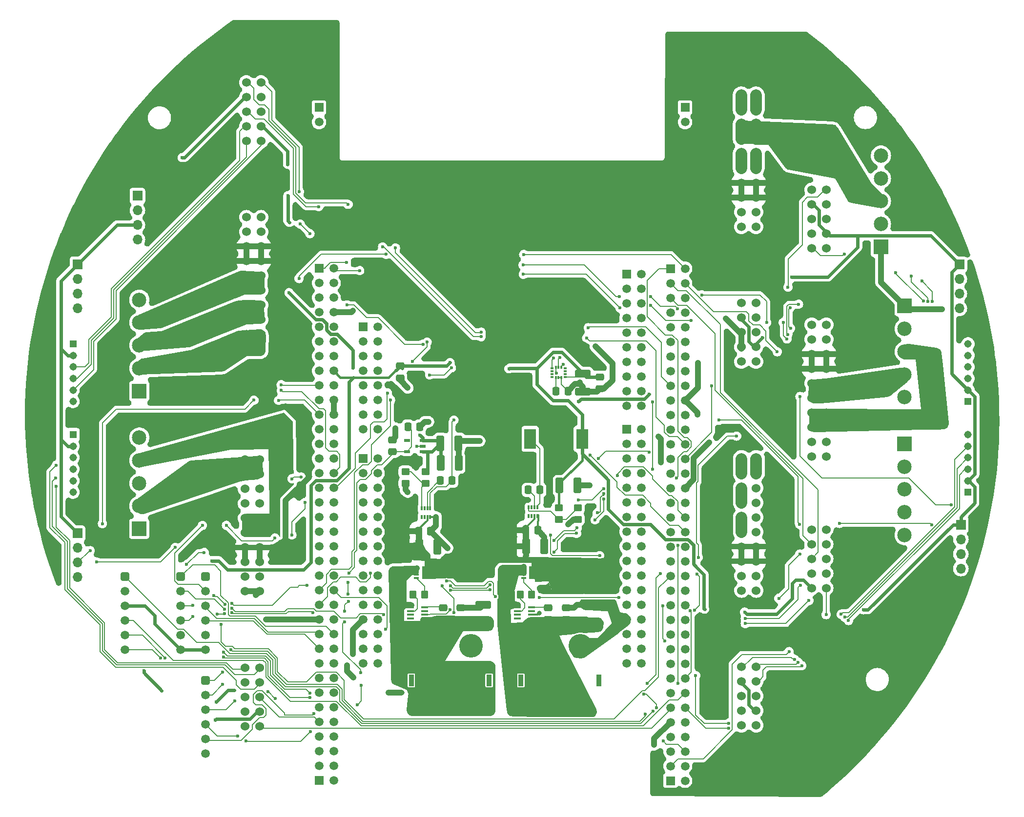
<source format=gtl>
%TF.GenerationSoftware,KiCad,Pcbnew,8.0.6*%
%TF.CreationDate,2024-11-13T01:29:07+01:00*%
%TF.ProjectId,Mainboard,4d61696e-626f-4617-9264-2e6b69636164,rev?*%
%TF.SameCoordinates,Original*%
%TF.FileFunction,Copper,L1,Top*%
%TF.FilePolarity,Positive*%
%FSLAX46Y46*%
G04 Gerber Fmt 4.6, Leading zero omitted, Abs format (unit mm)*
G04 Created by KiCad (PCBNEW 8.0.6) date 2024-11-13 01:29:07*
%MOMM*%
%LPD*%
G01*
G04 APERTURE LIST*
G04 Aperture macros list*
%AMRoundRect*
0 Rectangle with rounded corners*
0 $1 Rounding radius*
0 $2 $3 $4 $5 $6 $7 $8 $9 X,Y pos of 4 corners*
0 Add a 4 corners polygon primitive as box body*
4,1,4,$2,$3,$4,$5,$6,$7,$8,$9,$2,$3,0*
0 Add four circle primitives for the rounded corners*
1,1,$1+$1,$2,$3*
1,1,$1+$1,$4,$5*
1,1,$1+$1,$6,$7*
1,1,$1+$1,$8,$9*
0 Add four rect primitives between the rounded corners*
20,1,$1+$1,$2,$3,$4,$5,0*
20,1,$1+$1,$4,$5,$6,$7,0*
20,1,$1+$1,$6,$7,$8,$9,0*
20,1,$1+$1,$8,$9,$2,$3,0*%
G04 Aperture macros list end*
%TA.AperFunction,ComponentPad*%
%ADD10C,1.530000*%
%TD*%
%TA.AperFunction,SMDPad,CuDef*%
%ADD11RoundRect,0.250000X0.412500X1.100000X-0.412500X1.100000X-0.412500X-1.100000X0.412500X-1.100000X0*%
%TD*%
%TA.AperFunction,SMDPad,CuDef*%
%ADD12RoundRect,0.250000X-0.412500X-1.100000X0.412500X-1.100000X0.412500X1.100000X-0.412500X1.100000X0*%
%TD*%
%TA.AperFunction,SMDPad,CuDef*%
%ADD13RoundRect,0.250000X0.450000X-0.350000X0.450000X0.350000X-0.450000X0.350000X-0.450000X-0.350000X0*%
%TD*%
%TA.AperFunction,ComponentPad*%
%ADD14R,2.500000X2.500000*%
%TD*%
%TA.AperFunction,ComponentPad*%
%ADD15C,2.500000*%
%TD*%
%TA.AperFunction,SMDPad,CuDef*%
%ADD16RoundRect,0.250000X0.350000X0.450000X-0.350000X0.450000X-0.350000X-0.450000X0.350000X-0.450000X0*%
%TD*%
%TA.AperFunction,SMDPad,CuDef*%
%ADD17RoundRect,0.250000X-0.337500X-0.475000X0.337500X-0.475000X0.337500X0.475000X-0.337500X0.475000X0*%
%TD*%
%TA.AperFunction,SMDPad,CuDef*%
%ADD18RoundRect,0.250000X0.475000X-0.337500X0.475000X0.337500X-0.475000X0.337500X-0.475000X-0.337500X0*%
%TD*%
%TA.AperFunction,SMDPad,CuDef*%
%ADD19R,2.000000X3.500000*%
%TD*%
%TA.AperFunction,SMDPad,CuDef*%
%ADD20RoundRect,0.250000X-0.475000X0.337500X-0.475000X-0.337500X0.475000X-0.337500X0.475000X0.337500X0*%
%TD*%
%TA.AperFunction,SMDPad,CuDef*%
%ADD21RoundRect,0.250000X-1.100000X0.412500X-1.100000X-0.412500X1.100000X-0.412500X1.100000X0.412500X0*%
%TD*%
%TA.AperFunction,ComponentPad*%
%ADD22RoundRect,0.380000X-0.380000X0.380000X-0.380000X-0.380000X0.380000X-0.380000X0.380000X0.380000X0*%
%TD*%
%TA.AperFunction,ComponentPad*%
%ADD23C,1.520000*%
%TD*%
%TA.AperFunction,SMDPad,CuDef*%
%ADD24R,0.575000X0.350000*%
%TD*%
%TA.AperFunction,SMDPad,CuDef*%
%ADD25R,0.350000X0.575000*%
%TD*%
%TA.AperFunction,SMDPad,CuDef*%
%ADD26RoundRect,0.250000X0.337500X0.475000X-0.337500X0.475000X-0.337500X-0.475000X0.337500X-0.475000X0*%
%TD*%
%TA.AperFunction,SMDPad,CuDef*%
%ADD27R,0.830000X0.400000*%
%TD*%
%TA.AperFunction,SMDPad,CuDef*%
%ADD28R,0.620000X0.400000*%
%TD*%
%TA.AperFunction,SMDPad,CuDef*%
%ADD29R,1.850000X2.250000*%
%TD*%
%TA.AperFunction,SMDPad,CuDef*%
%ADD30R,0.130000X0.050000*%
%TD*%
%TA.AperFunction,SMDPad,CuDef*%
%ADD31RoundRect,0.250000X1.100000X-0.412500X1.100000X0.412500X-1.100000X0.412500X-1.100000X-0.412500X0*%
%TD*%
%TA.AperFunction,SMDPad,CuDef*%
%ADD32R,0.997699X0.508000*%
%TD*%
%TA.AperFunction,ComponentPad*%
%ADD33R,1.700000X1.700000*%
%TD*%
%TA.AperFunction,ComponentPad*%
%ADD34O,1.700000X1.700000*%
%TD*%
%TA.AperFunction,SMDPad,CuDef*%
%ADD35R,0.300000X0.670000*%
%TD*%
%TA.AperFunction,SMDPad,CuDef*%
%ADD36R,1.200000X0.450000*%
%TD*%
%TA.AperFunction,ComponentPad*%
%ADD37R,1.508000X1.508000*%
%TD*%
%TA.AperFunction,ComponentPad*%
%ADD38C,1.508000*%
%TD*%
%TA.AperFunction,ComponentPad*%
%ADD39R,1.308000X1.308000*%
%TD*%
%TA.AperFunction,ComponentPad*%
%ADD40C,1.308000*%
%TD*%
%TA.AperFunction,ComponentPad*%
%ADD41R,0.900000X2.000000*%
%TD*%
%TA.AperFunction,ComponentPad*%
%ADD42RoundRect,1.025000X-1.025000X-1.025000X1.025000X-1.025000X1.025000X1.025000X-1.025000X1.025000X0*%
%TD*%
%TA.AperFunction,ComponentPad*%
%ADD43C,4.100000*%
%TD*%
%TA.AperFunction,ViaPad*%
%ADD44C,0.800000*%
%TD*%
%TA.AperFunction,ViaPad*%
%ADD45C,0.600000*%
%TD*%
%TA.AperFunction,ViaPad*%
%ADD46C,1.000000*%
%TD*%
%TA.AperFunction,Conductor*%
%ADD47C,0.200000*%
%TD*%
%TA.AperFunction,Conductor*%
%ADD48C,0.600000*%
%TD*%
%TA.AperFunction,Conductor*%
%ADD49C,1.000000*%
%TD*%
%TA.AperFunction,Conductor*%
%ADD50C,0.300000*%
%TD*%
%TA.AperFunction,Conductor*%
%ADD51C,0.400000*%
%TD*%
%TA.AperFunction,Conductor*%
%ADD52C,2.000000*%
%TD*%
%ADD53C,0.350000*%
%ADD54C,0.300000*%
%ADD55O,0.600000X1.700000*%
G04 APERTURE END LIST*
D10*
%TO.P,J22,1,1*%
%TO.N,/M1_OUT1*%
X140575000Y-116125000D03*
%TO.P,J22,2,2*%
X143115000Y-116125000D03*
%TO.P,J22,3,3*%
X140575000Y-113585000D03*
%TO.P,J22,4,4*%
X143115000Y-113585000D03*
%TO.P,J22,5,5*%
%TO.N,/M1_OUT2*%
X140575000Y-111045000D03*
%TO.P,J22,6,6*%
X143115000Y-111045000D03*
%TO.P,J22,7,7*%
X140575000Y-108505000D03*
%TO.P,J22,8,8*%
X143115000Y-108505000D03*
%TO.P,J22,9,9*%
%TO.N,/M1_OUT3*%
X140575000Y-105965000D03*
%TO.P,J22,10,10*%
X143115000Y-105965000D03*
%TO.P,J22,11,11*%
X140575000Y-103425000D03*
%TO.P,J22,12,12*%
X143115000Y-103425000D03*
%TO.P,J22,13,13*%
%TO.N,24V*%
X140575000Y-100885000D03*
%TO.P,J22,14,14*%
X143115000Y-100885000D03*
%TO.P,J22,15,15*%
X140575000Y-98345000D03*
%TO.P,J22,16,16*%
X143115000Y-98345000D03*
%TO.P,J22,17,17*%
%TO.N,GND*%
X140575000Y-95805000D03*
%TO.P,J22,18,18*%
X143115000Y-95805000D03*
%TO.P,J22,19,19*%
X140575000Y-93265000D03*
%TO.P,J22,20,20*%
X143115000Y-93265000D03*
%TO.P,J22,21,21*%
%TO.N,/M1_H2*%
X140575000Y-80025000D03*
%TO.P,J22,22,22*%
%TO.N,/M1_H3*%
X143115000Y-80025000D03*
%TO.P,J22,23,23*%
%TO.N,/M1_H1*%
X140575000Y-77485000D03*
%TO.P,J22,24,24*%
%TO.N,5V*%
X143115000Y-77485000D03*
%TO.P,J22,25,25*%
%TO.N,/M1_RX*%
X140575000Y-74945000D03*
%TO.P,J22,26,26*%
%TO.N,GND*%
X143115000Y-74945000D03*
%TO.P,J22,27,27*%
%TO.N,5V*%
X140575000Y-72405000D03*
%TO.P,J22,28,28*%
%TO.N,GND*%
X143115000Y-72405000D03*
%TO.P,J22,29,29*%
%TO.N,/M1_TX*%
X140575000Y-69865000D03*
%TO.P,J22,30,30*%
%TO.N,/M1_PWM*%
X143115000Y-69865000D03*
%TD*%
%TO.P,J19,1,1*%
%TO.N,/M3_OUT1*%
X142880000Y-135350000D03*
%TO.P,J19,2,2*%
X140340000Y-135350000D03*
%TO.P,J19,3,3*%
X142880000Y-137890000D03*
%TO.P,J19,4,4*%
X140340000Y-137890000D03*
%TO.P,J19,5,5*%
%TO.N,/M3_OUT2*%
X142880000Y-140430000D03*
%TO.P,J19,6,6*%
X140340000Y-140430000D03*
%TO.P,J19,7,7*%
X142880000Y-142970000D03*
%TO.P,J19,8,8*%
X140340000Y-142970000D03*
%TO.P,J19,9,9*%
%TO.N,/M3_OUT3*%
X142880000Y-145510000D03*
%TO.P,J19,10,10*%
X140340000Y-145510000D03*
%TO.P,J19,11,11*%
X142880000Y-148050000D03*
%TO.P,J19,12,12*%
X140340000Y-148050000D03*
%TO.P,J19,13,13*%
%TO.N,24V*%
X142880000Y-150590000D03*
%TO.P,J19,14,14*%
X140340000Y-150590000D03*
%TO.P,J19,15,15*%
X142880000Y-153130000D03*
%TO.P,J19,16,16*%
X140340000Y-153130000D03*
%TO.P,J19,17,17*%
%TO.N,GND*%
X142880000Y-155670000D03*
%TO.P,J19,18,18*%
X140340000Y-155670000D03*
%TO.P,J19,19,19*%
X142880000Y-158210000D03*
%TO.P,J19,20,20*%
X140340000Y-158210000D03*
%TO.P,J19,21,21*%
%TO.N,/M3_H2*%
X142880000Y-171450000D03*
%TO.P,J19,22,22*%
%TO.N,/M3_H3*%
X140340000Y-171450000D03*
%TO.P,J19,23,23*%
%TO.N,/M3_H1*%
X142880000Y-173990000D03*
%TO.P,J19,24,24*%
%TO.N,5V*%
X140340000Y-173990000D03*
%TO.P,J19,25,25*%
%TO.N,/M3_RX*%
X142880000Y-176530000D03*
%TO.P,J19,26,26*%
%TO.N,GND*%
X140340000Y-176530000D03*
%TO.P,J19,27,27*%
%TO.N,5V*%
X142880000Y-179070000D03*
%TO.P,J19,28,28*%
%TO.N,GND*%
X140340000Y-179070000D03*
%TO.P,J19,29,29*%
%TO.N,/M3_TX*%
X142880000Y-181610000D03*
%TO.P,J19,30,30*%
%TO.N,/M3_PWM*%
X140340000Y-181610000D03*
%TD*%
%TO.P,J20,1,1*%
%TO.N,/M4_OUT1*%
X229000000Y-135190000D03*
%TO.P,J20,2,2*%
X226460000Y-135190000D03*
%TO.P,J20,3,3*%
X229000000Y-137730000D03*
%TO.P,J20,4,4*%
X226460000Y-137730000D03*
%TO.P,J20,5,5*%
%TO.N,/M4_OUT2*%
X229000000Y-140270000D03*
%TO.P,J20,6,6*%
X226460000Y-140270000D03*
%TO.P,J20,7,7*%
X229000000Y-142810000D03*
%TO.P,J20,8,8*%
X226460000Y-142810000D03*
%TO.P,J20,9,9*%
%TO.N,/M4_OUT3*%
X229000000Y-145350000D03*
%TO.P,J20,10,10*%
X226460000Y-145350000D03*
%TO.P,J20,11,11*%
X229000000Y-147890000D03*
%TO.P,J20,12,12*%
X226460000Y-147890000D03*
%TO.P,J20,13,13*%
%TO.N,24V*%
X229000000Y-150430000D03*
%TO.P,J20,14,14*%
X226460000Y-150430000D03*
%TO.P,J20,15,15*%
X229000000Y-152970000D03*
%TO.P,J20,16,16*%
X226460000Y-152970000D03*
%TO.P,J20,17,17*%
%TO.N,GND*%
X229000000Y-155510000D03*
%TO.P,J20,18,18*%
X226460000Y-155510000D03*
%TO.P,J20,19,19*%
X229000000Y-158050000D03*
%TO.P,J20,20,20*%
X226460000Y-158050000D03*
%TO.P,J20,21,21*%
%TO.N,/M4_H2*%
X229000000Y-171290000D03*
%TO.P,J20,22,22*%
%TO.N,/M4_H3*%
X226460000Y-171290000D03*
%TO.P,J20,23,23*%
%TO.N,/M4_H1*%
X229000000Y-173830000D03*
%TO.P,J20,24,24*%
%TO.N,5V*%
X226460000Y-173830000D03*
%TO.P,J20,25,25*%
%TO.N,/M4_RX*%
X229000000Y-176370000D03*
%TO.P,J20,26,26*%
%TO.N,GND*%
X226460000Y-176370000D03*
%TO.P,J20,27,27*%
%TO.N,5V*%
X229000000Y-178910000D03*
%TO.P,J20,28,28*%
%TO.N,GND*%
X226460000Y-178910000D03*
%TO.P,J20,29,29*%
%TO.N,/M4_TX*%
X229000000Y-181450000D03*
%TO.P,J20,30,30*%
%TO.N,/M4_PWM*%
X226460000Y-181450000D03*
%TD*%
%TO.P,J21,1,1*%
%TO.N,/M5_OUT1*%
X228970000Y-72050000D03*
%TO.P,J21,2,2*%
X226430000Y-72050000D03*
%TO.P,J21,3,3*%
X228970000Y-74590000D03*
%TO.P,J21,4,4*%
X226430000Y-74590000D03*
%TO.P,J21,5,5*%
%TO.N,/M5_OUT2*%
X228970000Y-77130000D03*
%TO.P,J21,6,6*%
X226430000Y-77130000D03*
%TO.P,J21,7,7*%
X228970000Y-79670000D03*
%TO.P,J21,8,8*%
X226430000Y-79670000D03*
%TO.P,J21,9,9*%
%TO.N,/M5_OUT3*%
X228970000Y-82210000D03*
%TO.P,J21,10,10*%
X226430000Y-82210000D03*
%TO.P,J21,11,11*%
X228970000Y-84750000D03*
%TO.P,J21,12,12*%
X226430000Y-84750000D03*
%TO.P,J21,13,13*%
%TO.N,24V*%
X228970000Y-87290000D03*
%TO.P,J21,14,14*%
X226430000Y-87290000D03*
%TO.P,J21,15,15*%
X228970000Y-89830000D03*
%TO.P,J21,16,16*%
X226430000Y-89830000D03*
%TO.P,J21,17,17*%
%TO.N,GND*%
X228970000Y-92370000D03*
%TO.P,J21,18,18*%
X226430000Y-92370000D03*
%TO.P,J21,19,19*%
X228970000Y-94910000D03*
%TO.P,J21,20,20*%
X226430000Y-94910000D03*
%TO.P,J21,21,21*%
%TO.N,unconnected-(J21-Pad21)*%
X228970000Y-108150000D03*
%TO.P,J21,22,22*%
%TO.N,unconnected-(J21-Pad22)*%
X226430000Y-108150000D03*
%TO.P,J21,23,23*%
%TO.N,unconnected-(J21-Pad23)*%
X228970000Y-110690000D03*
%TO.P,J21,24,24*%
%TO.N,5V*%
X226430000Y-110690000D03*
%TO.P,J21,25,25*%
%TO.N,/M5_RX*%
X228970000Y-113230000D03*
%TO.P,J21,26,26*%
%TO.N,GND*%
X226430000Y-113230000D03*
%TO.P,J21,27,27*%
%TO.N,5V*%
X228970000Y-115770000D03*
%TO.P,J21,28,28*%
%TO.N,GND*%
X226430000Y-115770000D03*
%TO.P,J21,29,29*%
%TO.N,/M5_TX*%
X228970000Y-118310000D03*
%TO.P,J21,30,30*%
%TO.N,/M5_PWM*%
X226430000Y-118310000D03*
%TD*%
%TO.P,J18,1,1*%
%TO.N,/M2_OUT1*%
X238630000Y-134780000D03*
%TO.P,J18,2,2*%
X241170000Y-134780000D03*
%TO.P,J18,3,3*%
X238630000Y-132240000D03*
%TO.P,J18,4,4*%
X241170000Y-132240000D03*
%TO.P,J18,5,5*%
%TO.N,/M2_OUT2*%
X238630000Y-129700000D03*
%TO.P,J18,6,6*%
X241170000Y-129700000D03*
%TO.P,J18,7,7*%
X238630000Y-127160000D03*
%TO.P,J18,8,8*%
X241170000Y-127160000D03*
%TO.P,J18,9,9*%
%TO.N,/M2_OUT3*%
X238630000Y-124620000D03*
%TO.P,J18,10,10*%
X241170000Y-124620000D03*
%TO.P,J18,11,11*%
X238630000Y-122080000D03*
%TO.P,J18,12,12*%
X241170000Y-122080000D03*
%TO.P,J18,13,13*%
%TO.N,24V*%
X238630000Y-119540000D03*
%TO.P,J18,14,14*%
X241170000Y-119540000D03*
%TO.P,J18,15,15*%
X238630000Y-117000000D03*
%TO.P,J18,16,16*%
X241170000Y-117000000D03*
%TO.P,J18,17,17*%
%TO.N,GND*%
X238630000Y-114460000D03*
%TO.P,J18,18,18*%
X241170000Y-114460000D03*
%TO.P,J18,19,19*%
X238630000Y-111920000D03*
%TO.P,J18,20,20*%
X241170000Y-111920000D03*
%TO.P,J18,21,21*%
%TO.N,/M2_H2*%
X238630000Y-98680000D03*
%TO.P,J18,22,22*%
%TO.N,/M2_H3*%
X241170000Y-98680000D03*
%TO.P,J18,23,23*%
%TO.N,/M2_H1*%
X238630000Y-96140000D03*
%TO.P,J18,24,24*%
%TO.N,5V*%
X241170000Y-96140000D03*
%TO.P,J18,25,25*%
%TO.N,/M2_RX*%
X238630000Y-93600000D03*
%TO.P,J18,26,26*%
%TO.N,GND*%
X241170000Y-93600000D03*
%TO.P,J18,27,27*%
%TO.N,5V*%
X238630000Y-91060000D03*
%TO.P,J18,28,28*%
%TO.N,GND*%
X241170000Y-91060000D03*
%TO.P,J18,29,29*%
%TO.N,/M2_TX*%
X238630000Y-88520000D03*
%TO.P,J18,30,30*%
%TO.N,/M2_PWM*%
X241170000Y-88520000D03*
%TD*%
D11*
%TO.P,C23,1*%
%TO.N,GND*%
X198022500Y-139840000D03*
%TO.P,C23,2*%
%TO.N,3.3V*%
X194897500Y-139840000D03*
%TD*%
D12*
%TO.P,C13,1*%
%TO.N,5V*%
X174235000Y-132490000D03*
%TO.P,C13,2*%
%TO.N,GND*%
X177360000Y-132490000D03*
%TD*%
D10*
%TO.P,J4,1,1*%
%TO.N,/SEN0374_INT*%
X238600000Y-147468000D03*
%TO.P,J4,2,2*%
%TO.N,/SEN0374_Boot*%
X241140000Y-147468000D03*
%TO.P,J4,3,3*%
%TO.N,/SEN0374_SDA*%
X238600000Y-150008000D03*
%TO.P,J4,4,4*%
%TO.N,/SEN0374_PS1*%
X241140000Y-150008000D03*
%TO.P,J4,5,5*%
%TO.N,/SEN0374_SCL*%
X238600000Y-152548000D03*
%TO.P,J4,6,6*%
%TO.N,/SEN0374_PS2*%
X241140000Y-152548000D03*
%TO.P,J4,7,7*%
%TO.N,GND*%
X238600000Y-155088000D03*
%TO.P,J4,8,8*%
%TO.N,/SEN0374_BL-IND*%
X241140000Y-155088000D03*
%TO.P,J4,9,9*%
%TO.N,3.3V*%
X238600000Y-157628000D03*
%TO.P,J4,10,10*%
%TO.N,/SEN0374_RST*%
X241140000Y-157628000D03*
%TD*%
D13*
%TO.P,R4,1,1*%
%TO.N,GND*%
X168160000Y-139440000D03*
%TO.P,R4,2,2*%
%TO.N,Net-(IC7-FB)*%
X168160000Y-137440000D03*
%TD*%
D14*
%TO.P,J16,1,1*%
%TO.N,GND*%
X250650000Y-98390000D03*
D15*
%TO.P,J16,2,2*%
%TO.N,/M5_OUT1*%
X250650000Y-94430000D03*
%TO.P,J16,3,3*%
%TO.N,/M5_OUT2*%
X250650000Y-90470000D03*
%TO.P,J16,4,4*%
%TO.N,/M5_OUT3*%
X250650000Y-86510000D03*
%TO.P,J16,5,5*%
%TO.N,GND*%
X250650000Y-82550000D03*
%TD*%
D16*
%TO.P,R1,1*%
%TO.N,Net-(Q1-G)*%
X190050000Y-158780000D03*
%TO.P,R1,2*%
%TO.N,Net-(IC1-GATE)*%
X188050000Y-158780000D03*
%TD*%
D17*
%TO.P,C6,1*%
%TO.N,24V*%
X170472500Y-147790000D03*
%TO.P,C6,2*%
%TO.N,GND*%
X172547500Y-147790000D03*
%TD*%
D18*
%TO.P,C2,1*%
%TO.N,/24V_2*%
X177760000Y-163122500D03*
%TO.P,C2,2*%
%TO.N,GND*%
X177760000Y-161047500D03*
%TD*%
D16*
%TO.P,R2,1*%
%TO.N,Net-(Q2-G)*%
X171490000Y-158780000D03*
%TO.P,R2,2*%
%TO.N,Net-(IC2-GATE)*%
X169490000Y-158780000D03*
%TD*%
D13*
%TO.P,R3,1,1*%
%TO.N,Net-(IC7-FB)*%
X171660000Y-139440000D03*
%TO.P,R3,2,2*%
%TO.N,5V*%
X171660000Y-137440000D03*
%TD*%
D18*
%TO.P,C1,1*%
%TO.N,/24V_1*%
X196080000Y-163122500D03*
%TO.P,C1,2*%
%TO.N,GND*%
X196080000Y-161047500D03*
%TD*%
D17*
%TO.P,C10,1*%
%TO.N,24V*%
X189045000Y-147610000D03*
%TO.P,C10,2*%
%TO.N,GND*%
X191120000Y-147610000D03*
%TD*%
D19*
%TO.P,L2,1,1*%
%TO.N,Net-(IC6-SW)*%
X189810000Y-131740000D03*
%TO.P,L2,2,2*%
%TO.N,3.3V*%
X198810000Y-131740000D03*
%TD*%
D17*
%TO.P,C26,1*%
%TO.N,VDD_IO*%
X194287500Y-123450000D03*
%TO.P,C26,2*%
%TO.N,GND*%
X196362500Y-123450000D03*
%TD*%
D18*
%TO.P,C43,1*%
%TO.N,2.8V*%
X165900000Y-133975000D03*
%TO.P,C43,2*%
%TO.N,GND*%
X165900000Y-131900000D03*
%TD*%
D20*
%TO.P,C12,1*%
%TO.N,3.3V*%
X167230000Y-119082500D03*
%TO.P,C12,2*%
%TO.N,GND*%
X167230000Y-121157500D03*
%TD*%
D21*
%TO.P,C24,1*%
%TO.N,3.3V*%
X198900000Y-120412500D03*
%TO.P,C24,2*%
%TO.N,GND*%
X198900000Y-123537500D03*
%TD*%
D18*
%TO.P,C4,1*%
%TO.N,/24V_2*%
X174670000Y-163122500D03*
%TO.P,C4,2*%
%TO.N,Net-(IC2-VCAP)*%
X174670000Y-161047500D03*
%TD*%
D22*
%TO.P,J3,1,1*%
%TO.N,/VL6180_IO1*%
X133460000Y-173627500D03*
D23*
%TO.P,J3,2,2*%
%TO.N,/VL6180_IO0*%
X133460000Y-176167500D03*
%TO.P,J3,3,3*%
%TO.N,/VL6180_SCL*%
X133460000Y-178707500D03*
%TO.P,J3,4,4*%
%TO.N,/VL6180_SDA*%
X133460000Y-181247500D03*
%TO.P,J3,5,5*%
%TO.N,2.8V*%
X133460000Y-183787500D03*
%TO.P,J3,6,6*%
%TO.N,GND*%
X133460000Y-186327500D03*
%TD*%
D24*
%TO.P,IC3,1,SAO*%
%TO.N,WSENS_SAO*%
X193562000Y-119462000D03*
%TO.P,IC3,2,RSVD_1*%
%TO.N,unconnected-(IC3-RSVD_1-Pad2)*%
X193562000Y-119962000D03*
%TO.P,IC3,3,RSVD_2*%
%TO.N,unconnected-(IC3-RSVD_2-Pad3)*%
X193562000Y-120462000D03*
%TO.P,IC3,4,INT_0*%
%TO.N,unconnected-(IC3-INT_0-Pad4)*%
X193562000Y-120962000D03*
D25*
%TO.P,IC3,5,VDD_IO*%
%TO.N,VDD_IO*%
X194225000Y-121124000D03*
%TO.P,IC3,6,GND_1*%
%TO.N,GND*%
X194725000Y-121124000D03*
%TO.P,IC3,7,GND_2*%
X195225000Y-121124000D03*
D24*
%TO.P,IC3,8,VDD*%
%TO.N,3.3V*%
X195888000Y-120962000D03*
%TO.P,IC3,9,INT_1*%
%TO.N,unconnected-(IC3-INT_1-Pad9)*%
X195888000Y-120462000D03*
%TO.P,IC3,10,RSVD_3*%
%TO.N,unconnected-(IC3-RSVD_3-Pad10)*%
X195888000Y-119962000D03*
%TO.P,IC3,11,RSVD_4*%
%TO.N,unconnected-(IC3-RSVD_4-Pad11)*%
X195888000Y-119462000D03*
D25*
%TO.P,IC3,12,CS*%
%TO.N,WSENS_CS*%
X195225000Y-119300000D03*
%TO.P,IC3,13,SCL*%
%TO.N,WSENS_SCL*%
X194725000Y-119300000D03*
%TO.P,IC3,14,SDA*%
%TO.N,WSENS_SDA*%
X194225000Y-119300000D03*
%TD*%
D26*
%TO.P,C22,1*%
%TO.N,Net-(IC6-SW)*%
X191510000Y-140590000D03*
%TO.P,C22,2*%
%TO.N,Net-(IC6-BST)*%
X189435000Y-140590000D03*
%TD*%
D12*
%TO.P,C9,1*%
%TO.N,24V*%
X170535000Y-150500000D03*
%TO.P,C9,2*%
%TO.N,GND*%
X173660000Y-150500000D03*
%TD*%
D27*
%TO.P,Q1,1,S_1*%
%TO.N,/24V_1*%
X188641000Y-153960000D03*
%TO.P,Q1,2,S_2*%
X188641000Y-154610000D03*
%TO.P,Q1,3,S_3*%
X188641000Y-155260000D03*
%TO.P,Q1,4,G*%
%TO.N,Net-(Q1-G)*%
X188641000Y-155910000D03*
D28*
%TO.P,Q1,5,D_1*%
%TO.N,24V*%
X191815000Y-155910000D03*
%TO.P,Q1,6,D_2*%
X191815000Y-155260000D03*
%TO.P,Q1,7,D_3*%
X191815000Y-154610000D03*
%TO.P,Q1,8,D_4*%
X191815000Y-153960000D03*
D29*
%TO.P,Q1,9,D_5*%
X190580000Y-154935000D03*
D30*
%TO.P,Q1,10,D_6*%
X191440000Y-156085000D03*
%TO.P,Q1,11,D_7*%
X191440000Y-153785000D03*
%TD*%
D12*
%TO.P,C7,1*%
%TO.N,24V*%
X189127500Y-150360000D03*
%TO.P,C7,2*%
%TO.N,GND*%
X192252500Y-150360000D03*
%TD*%
D31*
%TO.P,C11,1*%
%TO.N,/24V_2*%
X181690000Y-163647500D03*
%TO.P,C11,2*%
%TO.N,GND*%
X181690000Y-160522500D03*
%TD*%
D22*
%TO.P,J24,1,1*%
%TO.N,/VL53L4CD2_SHUT*%
X133460000Y-155640000D03*
D23*
%TO.P,J24,2,2*%
%TO.N,/VL53L4CD2_INT*%
X133460000Y-158180000D03*
%TO.P,J24,3,3*%
%TO.N,/VL53L4CD2_SCL*%
X133460000Y-160720000D03*
%TO.P,J24,4,4*%
%TO.N,/VL53L4CD2_SDA*%
X133460000Y-163260000D03*
%TO.P,J24,5,5*%
%TO.N,GND*%
X133460000Y-165800000D03*
%TO.P,J24,6,6*%
%TO.N,3.3V*%
X133460000Y-168340000D03*
%TD*%
D12*
%TO.P,C28,1*%
%TO.N,5V*%
X174255000Y-135940000D03*
%TO.P,C28,2*%
%TO.N,GND*%
X177380000Y-135940000D03*
%TD*%
D22*
%TO.P,J25,1,1*%
%TO.N,/ADPS-9960_VL*%
X119500000Y-155650000D03*
D23*
%TO.P,J25,2,2*%
%TO.N,GND*%
X119500000Y-158190000D03*
%TO.P,J25,3,3*%
%TO.N,3.3V*%
X119500000Y-160730000D03*
%TO.P,J25,4,4*%
%TO.N,/ADPS-9960_SDA*%
X119500000Y-163270000D03*
%TO.P,J25,5,5*%
%TO.N,/ADPS-9960_SCL*%
X119500000Y-165810000D03*
%TO.P,J25,6,6*%
%TO.N,/ADPS-9960_INT*%
X119500000Y-168350000D03*
%TD*%
D26*
%TO.P,C27,1*%
%TO.N,Net-(IC7-SW)*%
X176255000Y-138990000D03*
%TO.P,C27,2*%
%TO.N,Net-(IC7-BST)*%
X174180000Y-138990000D03*
%TD*%
D20*
%TO.P,C25,1*%
%TO.N,3.3V*%
X201850000Y-120987500D03*
%TO.P,C25,2*%
%TO.N,GND*%
X201850000Y-123062500D03*
%TD*%
D17*
%TO.P,C44,1*%
%TO.N,2.8V*%
X168600000Y-129625000D03*
%TO.P,C44,2*%
%TO.N,GND*%
X170675000Y-129625000D03*
%TD*%
D32*
%TO.P,U2,1,VIN*%
%TO.N,5V*%
X171160351Y-133940001D03*
%TO.P,U2,2,GND*%
%TO.N,GND*%
X171160351Y-132990000D03*
%TO.P,U2,3,EN*%
%TO.N,5V*%
X171160351Y-132039999D03*
%TO.P,U2,4,NC*%
%TO.N,unconnected-(U2-NC-Pad4)*%
X168410049Y-132039999D03*
%TO.P,U2,5,VOUT*%
%TO.N,2.8V*%
X168410049Y-133940001D03*
%TD*%
D33*
%TO.P,J26,1,Pin_1*%
%TO.N,/Rpi_TX*%
X121670000Y-89530000D03*
D34*
%TO.P,J26,2,Pin_2*%
%TO.N,/Rpi_RX*%
X121670000Y-92070000D03*
%TO.P,J26,3,Pin_3*%
%TO.N,5V*%
X121670000Y-94610000D03*
%TO.P,J26,4,Pin_4*%
%TO.N,GND*%
X121670000Y-97150000D03*
%TD*%
D35*
%TO.P,IC6,1,NC_1*%
%TO.N,unconnected-(IC6-NC_1-Pad1)*%
X189527500Y-145130000D03*
%TO.P,IC6,2,EN*%
%TO.N,unconnected-(IC6-EN-Pad2)*%
X190027500Y-145130000D03*
%TO.P,IC6,3,VIN*%
%TO.N,24V*%
X190527500Y-145130000D03*
%TO.P,IC6,4,GND*%
%TO.N,GND*%
X191027500Y-145130000D03*
%TO.P,IC6,5,SW*%
%TO.N,Net-(IC6-SW)*%
X191027500Y-143650000D03*
%TO.P,IC6,6,BST*%
%TO.N,Net-(IC6-BST)*%
X190527500Y-143650000D03*
%TO.P,IC6,7,NC_2*%
%TO.N,unconnected-(IC6-NC_2-Pad7)*%
X190027500Y-143650000D03*
%TO.P,IC6,8,FB*%
%TO.N,Net-(IC6-FB)*%
X189527500Y-143650000D03*
%TD*%
D36*
%TO.P,IC1,1,EN*%
%TO.N,/24V_1*%
X190040000Y-162905000D03*
%TO.P,IC1,2,GND*%
%TO.N,GND*%
X190040000Y-162255000D03*
%TO.P,IC1,3,N.C_1*%
%TO.N,unconnected-(IC1-N.C_1-Pad3)*%
X190040000Y-161605000D03*
%TO.P,IC1,4,VCAP*%
%TO.N,Net-(IC1-VCAP)*%
X190040000Y-160955000D03*
%TO.P,IC1,5,SOURCE*%
%TO.N,/24V_1*%
X187540000Y-160955000D03*
%TO.P,IC1,6,GATE*%
%TO.N,Net-(IC1-GATE)*%
X187540000Y-161605000D03*
%TO.P,IC1,7,N.C_2*%
%TO.N,unconnected-(IC1-N.C_2-Pad7)*%
X187540000Y-162255000D03*
%TO.P,IC1,8,N.C_3*%
%TO.N,unconnected-(IC1-N.C_3-Pad8)*%
X187540000Y-162905000D03*
%TD*%
D22*
%TO.P,J8,1,1*%
%TO.N,/VL53L4CD_SHUT*%
X129166700Y-155668000D03*
D23*
%TO.P,J8,2,2*%
%TO.N,/VL53L4CD_INT*%
X129166700Y-158208000D03*
%TO.P,J8,3,3*%
%TO.N,/VL53L4CD_SCL*%
X129166700Y-160748000D03*
%TO.P,J8,4,4*%
%TO.N,/VL53L4CD_SDA*%
X129166700Y-163288000D03*
%TO.P,J8,5,5*%
%TO.N,GND*%
X129166700Y-165828000D03*
%TO.P,J8,6,6*%
%TO.N,3.3V*%
X129166700Y-168368000D03*
%TD*%
D37*
%TO.P,U1,CN3_1,GND_CN3*%
%TO.N,GND*%
X153168300Y-74210000D03*
D38*
%TO.P,U1,CN3_2,GND_CN3*%
X153168300Y-76750000D03*
D37*
%TO.P,U1,CN4_1,GND_CN4*%
X216668300Y-74210000D03*
D38*
%TO.P,U1,CN4_2,GND_CN4*%
X216668300Y-76750000D03*
D37*
%TO.P,U1,CN7_1,D16/I2S_A_MCK*%
%TO.N,unconnected-(U1E-D16{slash}I2S_A_MCK-PadCN7_1)*%
X206508300Y-103166000D03*
D38*
%TO.P,U1,CN7_2,D15/I2C_A_SCL*%
%TO.N,unconnected-(U1E-D15{slash}I2C_A_SCL-PadCN7_2)*%
X209048300Y-103166000D03*
%TO.P,U1,CN7_3,D17/I2S_A_SD*%
%TO.N,unconnected-(U1E-D17{slash}I2S_A_SD-PadCN7_3)*%
X206508300Y-105706000D03*
%TO.P,U1,CN7_4,D14/I2C_A_SDA*%
%TO.N,unconnected-(U1E-D14{slash}I2C_A_SDA-PadCN7_4)*%
X209048300Y-105706000D03*
%TO.P,U1,CN7_5,D18/I2S_A_CK*%
%TO.N,unconnected-(U1E-D18{slash}I2S_A_CK-PadCN7_5)*%
X206508300Y-108246000D03*
%TO.P,U1,CN7_6,VREFP_CN7*%
%TO.N,unconnected-(U1E-VREFP_CN7-PadCN7_6)*%
X209048300Y-108246000D03*
%TO.P,U1,CN7_7,D19/I2S_A_WS*%
%TO.N,unconnected-(U1E-D19{slash}I2S_A_WS-PadCN7_7)*%
X206508300Y-110786000D03*
%TO.P,U1,CN7_8,GND_CN7*%
%TO.N,GND*%
X209048300Y-110786000D03*
%TO.P,U1,CN7_9,D20/I2S_B_WS*%
%TO.N,unconnected-(U1E-D20{slash}I2S_B_WS-PadCN7_9)*%
X206508300Y-113326000D03*
%TO.P,U1,CN7_10,D13/SPI_A_SCK*%
%TO.N,unconnected-(U1E-D13{slash}SPI_A_SCK-PadCN7_10)*%
X209048300Y-113326000D03*
%TO.P,U1,CN7_11,D21/I2S_B_MCK*%
%TO.N,unconnected-(U1E-D21{slash}I2S_B_MCK-PadCN7_11)*%
X206508300Y-115866000D03*
%TO.P,U1,CN7_12,D12/SPI_A_MISO*%
%TO.N,unconnected-(U1E-D12{slash}SPI_A_MISO-PadCN7_12)*%
X209048300Y-115866000D03*
%TO.P,U1,CN7_13,D22/I2S_B_SD/SPI_B_MOSI*%
%TO.N,unconnected-(U1E-D22{slash}I2S_B_SD{slash}SPI_B_MOSI-PadCN7_13)*%
X206508300Y-118406000D03*
%TO.P,U1,CN7_14,D11/SPI_A_MOSI/TIM_E_PWM1*%
%TO.N,unconnected-(U1E-D11{slash}SPI_A_MOSI{slash}TIM_E_PWM1-PadCN7_14)*%
X209048300Y-118406000D03*
%TO.P,U1,CN7_15,D23/I2S_B_CK/SPI_B_SCK*%
%TO.N,unconnected-(U1E-D23{slash}I2S_B_CK{slash}SPI_B_SCK-PadCN7_15)*%
X206508300Y-120946000D03*
%TO.P,U1,CN7_16,D10/SPI_A_CS/TIM_B_PWM3*%
%TO.N,unconnected-(U1E-D10{slash}SPI_A_CS{slash}TIM_B_PWM3-PadCN7_16)*%
X209048300Y-120946000D03*
%TO.P,U1,CN7_17,D24/SPI_B_NSS*%
%TO.N,unconnected-(U1E-D24{slash}SPI_B_NSS-PadCN7_17)*%
X206508300Y-123486000D03*
%TO.P,U1,CN7_18,D9/TIMER_B_PWM2*%
%TO.N,unconnected-(U1E-D9{slash}TIMER_B_PWM2-PadCN7_18)*%
X209048300Y-123486000D03*
%TO.P,U1,CN7_19,D25/SPI_B_MISO*%
%TO.N,unconnected-(U1E-D25{slash}SPI_B_MISO-PadCN7_19)*%
X206508300Y-126026000D03*
%TO.P,U1,CN7_20,D8/IO*%
%TO.N,unconnected-(U1E-D8{slash}IO-PadCN7_20)*%
X209048300Y-126026000D03*
D37*
%TO.P,U1,CN8_1,NC_CN8*%
%TO.N,unconnected-(U1C-NC_CN8-PadCN8_1)*%
X160788300Y-112310000D03*
D38*
%TO.P,U1,CN8_2,D43/SDMMC_D0*%
%TO.N,unconnected-(U1C-D43{slash}SDMMC_D0-PadCN8_2)*%
X163328300Y-112310000D03*
%TO.P,U1,CN8_3,IOREF_CN8*%
%TO.N,unconnected-(U1C-IOREF_CN8-PadCN8_3)*%
X160788300Y-114850000D03*
%TO.P,U1,CN8_4,D44/SDMMC_D1/I2S_A_CKIN*%
%TO.N,unconnected-(U1C-D44{slash}SDMMC_D1{slash}I2S_A_CKIN-PadCN8_4)*%
X163328300Y-114850000D03*
%TO.P,U1,CN8_5,NRST_CN8*%
%TO.N,unconnected-(U1C-NRST_CN8-PadCN8_5)*%
X160788300Y-117390000D03*
%TO.P,U1,CN8_6,D45/SDMMC_D2*%
%TO.N,unconnected-(U1C-D45{slash}SDMMC_D2-PadCN8_6)*%
X163328300Y-117390000D03*
%TO.P,U1,CN8_7,3V3_CN8*%
%TO.N,unconnected-(U1C-3V3_CN8-PadCN8_7)*%
X160788300Y-119930000D03*
%TO.P,U1,CN8_8,D46/SDMMC_D3*%
%TO.N,unconnected-(U1C-D46{slash}SDMMC_D3-PadCN8_8)*%
X163328300Y-119930000D03*
%TO.P,U1,CN8_9,5V_CN8*%
%TO.N,unconnected-(U1C-5V_CN8-PadCN8_9)*%
X160788300Y-122470000D03*
%TO.P,U1,CN8_10,D47/SDMMC_CK*%
%TO.N,unconnected-(U1C-D47{slash}SDMMC_CK-PadCN8_10)*%
X163328300Y-122470000D03*
%TO.P,U1,CN8_11,GND_CN8*%
%TO.N,GND*%
X160788300Y-125010000D03*
%TO.P,U1,CN8_12,D48/SDMMC_CMD*%
%TO.N,unconnected-(U1C-D48{slash}SDMMC_CMD-PadCN8_12)*%
X163328300Y-125010000D03*
%TO.P,U1,CN8_13,GND_CN8*%
%TO.N,GND*%
X160788300Y-127550000D03*
%TO.P,U1,CN8_14,D49/IO*%
%TO.N,unconnected-(U1C-D49{slash}IO-PadCN8_14)*%
X163328300Y-127550000D03*
%TO.P,U1,CN8_15,VIN_CN8*%
%TO.N,unconnected-(U1C-VIN_CN8-PadCN8_15)*%
X160788300Y-130090000D03*
%TO.P,U1,CN8_16,D50/IO*%
%TO.N,unconnected-(U1C-D50{slash}IO-PadCN8_16)*%
X163328300Y-130090000D03*
D37*
%TO.P,U1,CN9_1,A0/ADC12_INP15*%
%TO.N,unconnected-(U1D-A0{slash}ADC12_INP15-PadCN9_1)*%
X160788300Y-135170000D03*
D38*
%TO.P,U1,CN9_2,D51/USART_B_SCLK*%
%TO.N,unconnected-(U1D-D51{slash}USART_B_SCLK-PadCN9_2)*%
X163328300Y-135170000D03*
%TO.P,U1,CN9_3,A1/ADC123_INP10*%
%TO.N,unconnected-(U1D-A1{slash}ADC123_INP10-PadCN9_3)*%
X160788300Y-137710000D03*
%TO.P,U1,CN9_4,D52/USART_B_RX*%
%TO.N,unconnected-(U1D-D52{slash}USART_B_RX-PadCN9_4)*%
X163328300Y-137710000D03*
%TO.P,U1,CN9_5,A2/ADC12_INP13*%
%TO.N,unconnected-(U1D-A2{slash}ADC12_INP13-PadCN9_5)*%
X160788300Y-140250000D03*
%TO.P,U1,CN9_6,D53/USART_B_TX*%
%TO.N,unconnected-(U1D-D53{slash}USART_B_TX-PadCN9_6)*%
X163328300Y-140250000D03*
%TO.P,U1,CN9_7,A3/ADC12_INP5*%
%TO.N,unconnected-(U1D-A3{slash}ADC12_INP5-PadCN9_7)*%
X160788300Y-142790000D03*
%TO.P,U1,CN9_8,D54/USART_B_RTS*%
%TO.N,unconnected-(U1D-D54{slash}USART_B_RTS-PadCN9_8)*%
X163328300Y-142790000D03*
%TO.P,U1,CN9_9,A4/ADC123_INP12/I2C1_SDA*%
%TO.N,unconnected-(U1D-A4{slash}ADC123_INP12{slash}I2C1_SDA-PadCN9_9)*%
X160788300Y-145330000D03*
%TO.P,U1,CN9_10,D55/USART_B_CTS*%
%TO.N,unconnected-(U1D-D55{slash}USART_B_CTS-PadCN9_10)*%
X163328300Y-145330000D03*
%TO.P,U1,CN9_11,A5/ADC3_INP6/I2C1_SCL*%
%TO.N,unconnected-(U1D-A5{slash}ADC3_INP6{slash}I2C1_SCL-PadCN9_11)*%
X160788300Y-147870000D03*
%TO.P,U1,CN9_12,GND_CN9*%
%TO.N,GND*%
X163328300Y-147870000D03*
%TO.P,U1,CN9_13,D72/COMP1_INP*%
%TO.N,unconnected-(U1D-D72{slash}COMP1_INP-PadCN9_13)*%
X160788300Y-150410000D03*
%TO.P,U1,CN9_14,D56/SAI_A_MCLK*%
%TO.N,unconnected-(U1D-D56{slash}SAI_A_MCLK-PadCN9_14)*%
X163328300Y-150410000D03*
%TO.P,U1,CN9_15,D71/COMP2_INP*%
%TO.N,unconnected-(U1D-D71{slash}COMP2_INP-PadCN9_15)*%
X160788300Y-152950000D03*
%TO.P,U1,CN9_16,D57/SAI_A_FS*%
%TO.N,unconnected-(U1D-D57{slash}SAI_A_FS-PadCN9_16)*%
X163328300Y-152950000D03*
%TO.P,U1,CN9_17,D70/I2C_B_SMBA*%
%TO.N,unconnected-(U1D-D70{slash}I2C_B_SMBA-PadCN9_17)*%
X160788300Y-155490000D03*
%TO.P,U1,CN9_18,D58/SAI_A_SCK*%
%TO.N,unconnected-(U1D-D58{slash}SAI_A_SCK-PadCN9_18)*%
X163328300Y-155490000D03*
%TO.P,U1,CN9_19,D69/I2C_B_SCL*%
%TO.N,unconnected-(U1D-D69{slash}I2C_B_SCL-PadCN9_19)*%
X160788300Y-158030000D03*
%TO.P,U1,CN9_20,D59/SAI_A_SD*%
%TO.N,unconnected-(U1D-D59{slash}SAI_A_SD-PadCN9_20)*%
X163328300Y-158030000D03*
%TO.P,U1,CN9_21,D68/I2C_B_SDA*%
%TO.N,unconnected-(U1D-D68{slash}I2C_B_SDA-PadCN9_21)*%
X160788300Y-160570000D03*
%TO.P,U1,CN9_22,D60/SAI_B_SD*%
%TO.N,unconnected-(U1D-D60{slash}SAI_B_SD-PadCN9_22)*%
X163328300Y-160570000D03*
%TO.P,U1,CN9_23,GND_CN9*%
%TO.N,GND*%
X160788300Y-163110000D03*
%TO.P,U1,CN9_24,D61/SAI_B_SCK*%
%TO.N,unconnected-(U1D-D61{slash}SAI_B_SCK-PadCN9_24)*%
X163328300Y-163110000D03*
%TO.P,U1,CN9_25,D67/CAN_RX*%
%TO.N,unconnected-(U1D-D67{slash}CAN_RX-PadCN9_25)*%
X160788300Y-165650000D03*
%TO.P,U1,CN9_26,D62/SAI_B_MCLK*%
%TO.N,unconnected-(U1D-D62{slash}SAI_B_MCLK-PadCN9_26)*%
X163328300Y-165650000D03*
%TO.P,U1,CN9_27,D66/CAN_TX*%
%TO.N,unconnected-(U1D-D66{slash}CAN_TX-PadCN9_27)*%
X160788300Y-168190000D03*
%TO.P,U1,CN9_28,D63/SAI_B_FS*%
%TO.N,unconnected-(U1D-D63{slash}SAI_B_FS-PadCN9_28)*%
X163328300Y-168190000D03*
%TO.P,U1,CN9_29,D65/IO*%
%TO.N,unconnected-(U1D-D65{slash}IO-PadCN9_29)*%
X160788300Y-170730000D03*
%TO.P,U1,CN9_30,D64/IO*%
%TO.N,unconnected-(U1D-D64{slash}IO-PadCN9_30)*%
X163328300Y-170730000D03*
D37*
%TO.P,U1,CN10_1,AVDD*%
%TO.N,unconnected-(U1F-AVDD-PadCN10_1)*%
X206508300Y-130090000D03*
D38*
%TO.P,U1,CN10_2,D7/IO*%
%TO.N,unconnected-(U1F-D7{slash}IO-PadCN10_2)*%
X209048300Y-130090000D03*
%TO.P,U1,CN10_3,AGND_CN10*%
%TO.N,unconnected-(U1F-AGND_CN10-PadCN10_3)*%
X206508300Y-132630000D03*
%TO.P,U1,CN10_4,D6/TIMER_A_PWM1*%
%TO.N,unconnected-(U1F-D6{slash}TIMER_A_PWM1-PadCN10_4)*%
X209048300Y-132630000D03*
%TO.P,U1,CN10_5,GND_CN10*%
%TO.N,GND*%
X206508300Y-135170000D03*
%TO.P,U1,CN10_6,D5/TIMER_A_PWM2*%
%TO.N,unconnected-(U1F-D5{slash}TIMER_A_PWM2-PadCN10_6)*%
X209048300Y-135170000D03*
%TO.P,U1,CN10_7,A6/ADC_A_IN*%
%TO.N,unconnected-(U1F-A6{slash}ADC_A_IN-PadCN10_7)*%
X206508300Y-137710000D03*
%TO.P,U1,CN10_8,D4/IO*%
%TO.N,unconnected-(U1F-D4{slash}IO-PadCN10_8)*%
X209048300Y-137710000D03*
%TO.P,U1,CN10_9,A7/ADC_B_IN*%
%TO.N,unconnected-(U1F-A7{slash}ADC_B_IN-PadCN10_9)*%
X206508300Y-140250000D03*
%TO.P,U1,CN10_10,D3/TIMER_A_PWM3*%
%TO.N,unconnected-(U1F-D3{slash}TIMER_A_PWM3-PadCN10_10)*%
X209048300Y-140250000D03*
%TO.P,U1,CN10_11,A8/ADC_C_IN*%
%TO.N,unconnected-(U1F-A8{slash}ADC_C_IN-PadCN10_11)*%
X206508300Y-142790000D03*
%TO.P,U1,CN10_12,D2/IO*%
%TO.N,unconnected-(U1F-D2{slash}IO-PadCN10_12)*%
X209048300Y-142790000D03*
%TO.P,U1,CN10_13,D26/QSPI_CS*%
%TO.N,unconnected-(U1F-D26{slash}QSPI_CS-PadCN10_13)*%
X206508300Y-145330000D03*
%TO.P,U1,CN10_14,D1/USART_A_TX*%
%TO.N,unconnected-(U1F-D1{slash}USART_A_TX-PadCN10_14)*%
X209048300Y-145330000D03*
%TO.P,U1,CN10_15,D27/QSPI_CLK*%
%TO.N,unconnected-(U1F-D27{slash}QSPI_CLK-PadCN10_15)*%
X206508300Y-147870000D03*
%TO.P,U1,CN10_16,D0/USART_A_RX*%
%TO.N,unconnected-(U1F-D0{slash}USART_A_RX-PadCN10_16)*%
X209048300Y-147870000D03*
%TO.P,U1,CN10_17,GND_CN10*%
%TO.N,GND*%
X206508300Y-150410000D03*
%TO.P,U1,CN10_18,D42/TIMER_A_PWM1N*%
%TO.N,unconnected-(U1F-D42{slash}TIMER_A_PWM1N-PadCN10_18)*%
X209048300Y-150410000D03*
%TO.P,U1,CN10_19,D28/QSPI_BK1_IO3*%
%TO.N,unconnected-(U1F-D28{slash}QSPI_BK1_IO3-PadCN10_19)*%
X206508300Y-152950000D03*
%TO.P,U1,CN10_20,D41/TIMER_A_ETR*%
%TO.N,unconnected-(U1F-D41{slash}TIMER_A_ETR-PadCN10_20)*%
X209048300Y-152950000D03*
%TO.P,U1,CN10_21,D29/QSPI_BK1_IO1*%
%TO.N,unconnected-(U1F-D29{slash}QSPI_BK1_IO1-PadCN10_21)*%
X206508300Y-155490000D03*
%TO.P,U1,CN10_22,GND_CN10*%
%TO.N,GND*%
X209048300Y-155490000D03*
%TO.P,U1,CN10_23,D30/QSPI_BK1_IO0*%
%TO.N,unconnected-(U1F-D30{slash}QSPI_BK1_IO0-PadCN10_23)*%
X206508300Y-158030000D03*
%TO.P,U1,CN10_24,D40/TIMER_A_PWM2N*%
%TO.N,unconnected-(U1F-D40{slash}TIMER_A_PWM2N-PadCN10_24)*%
X209048300Y-158030000D03*
%TO.P,U1,CN10_25,D31/QSPI_BK1_IO2*%
%TO.N,unconnected-(U1F-D31{slash}QSPI_BK1_IO2-PadCN10_25)*%
X206508300Y-160570000D03*
%TO.P,U1,CN10_26,D39/TIMER_A_PWM3N*%
%TO.N,unconnected-(U1F-D39{slash}TIMER_A_PWM3N-PadCN10_26)*%
X209048300Y-160570000D03*
%TO.P,U1,CN10_27,GND_CN10*%
%TO.N,GND*%
X206508300Y-163110000D03*
%TO.P,U1,CN10_28,D38/TIMER_A_BKIN2*%
%TO.N,unconnected-(U1F-D38{slash}TIMER_A_BKIN2-PadCN10_28)*%
X209048300Y-163110000D03*
%TO.P,U1,CN10_29,D32/TIMER_C_PWM1*%
%TO.N,unconnected-(U1F-D32{slash}TIMER_C_PWM1-PadCN10_29)*%
X206508300Y-165650000D03*
%TO.P,U1,CN10_30,D37/TIMER_A_BKIN1*%
%TO.N,unconnected-(U1F-D37{slash}TIMER_A_BKIN1-PadCN10_30)*%
X209048300Y-165650000D03*
%TO.P,U1,CN10_31,D33/TIMER_D_PWM1*%
%TO.N,unconnected-(U1F-D33{slash}TIMER_D_PWM1-PadCN10_31)*%
X206508300Y-168190000D03*
%TO.P,U1,CN10_32,D36/TIMER_C_PWM2*%
%TO.N,unconnected-(U1F-D36{slash}TIMER_C_PWM2-PadCN10_32)*%
X209048300Y-168190000D03*
%TO.P,U1,CN10_33,D34/TIMER_B_ETR*%
%TO.N,unconnected-(U1F-D34{slash}TIMER_B_ETR-PadCN10_33)*%
X206508300Y-170730000D03*
%TO.P,U1,CN10_34,D35/TIMER_C_PWM3*%
%TO.N,unconnected-(U1F-D35{slash}TIMER_C_PWM3-PadCN10_34)*%
X209048300Y-170730000D03*
D37*
%TO.P,U1,CN11_1,PC10*%
%TO.N,/M5_TX*%
X153168300Y-102150000D03*
D38*
%TO.P,U1,CN11_2,PC11*%
%TO.N,/M5_RX*%
X155708300Y-102150000D03*
%TO.P,U1,CN11_3,PC12*%
%TO.N,/Rpi_TX*%
X153168300Y-104690000D03*
%TO.P,U1,CN11_4,PD2*%
%TO.N,unconnected-(U1A-PD2-PadCN11_4)*%
X155708300Y-104690000D03*
%TO.P,U1,CN11_5,3V3_VDD*%
%TO.N,unconnected-(U1A-3V3_VDD-PadCN11_5)*%
X153168300Y-107230000D03*
%TO.P,U1,CN11_6,5V_EXT*%
%TO.N,unconnected-(U1A-5V_EXT-PadCN11_6)*%
X155708300Y-107230000D03*
%TO.P,U1,CN11_7,BOOT0*%
%TO.N,unconnected-(U1A-BOOT0-PadCN11_7)*%
X153168300Y-109770000D03*
%TO.P,U1,CN11_8,GND_CN11*%
%TO.N,GND*%
X155708300Y-109770000D03*
%TO.P,U1,CN11_9,PF6*%
%TO.N,/M3_PWM*%
X153168300Y-112310000D03*
%TO.P,U1,CN11_10,NC*%
%TO.N,unconnected-(U1A-NC-PadCN11_10)*%
X155708300Y-112310000D03*
%TO.P,U1,CN11_11,PF7*%
%TO.N,unconnected-(U1A-PF7-PadCN11_11)*%
X153168300Y-114850000D03*
%TO.P,U1,CN11_12,IOREF*%
%TO.N,unconnected-(U1A-IOREF-PadCN11_12)*%
X155708300Y-114850000D03*
%TO.P,U1,CN11_13,PA13*%
%TO.N,unconnected-(U1A-PA13-PadCN11_13)*%
X153168300Y-117390000D03*
%TO.P,U1,CN11_14,NRST*%
%TO.N,unconnected-(U1A-NRST-PadCN11_14)*%
X155708300Y-117390000D03*
%TO.P,U1,CN11_15,PA14*%
%TO.N,unconnected-(U1A-PA14-PadCN11_15)*%
X153168300Y-119930000D03*
%TO.P,U1,CN11_16,3V3*%
%TO.N,3.3V*%
X155708300Y-119930000D03*
%TO.P,U1,CN11_17,PA15*%
%TO.N,/M1_Encoder_A*%
X153168300Y-122470000D03*
%TO.P,U1,CN11_18,5V*%
%TO.N,unconnected-(U1A-5V-PadCN11_18)*%
X155708300Y-122470000D03*
%TO.P,U1,CN11_19,GND_CN11*%
%TO.N,GND*%
X153168300Y-125010000D03*
%TO.P,U1,CN11_20,GND_CN11*%
X155708300Y-125010000D03*
%TO.P,U1,CN11_21,PB7*%
%TO.N,/M3_Encoder_B*%
X153168300Y-127550000D03*
%TO.P,U1,CN11_22,GND_CN11*%
%TO.N,GND*%
X155708300Y-127550000D03*
%TO.P,U1,CN11_23,PC13*%
%TO.N,unconnected-(U1A-PC13-PadCN11_23)*%
X153168300Y-130090000D03*
%TO.P,U1,CN11_24,VIN*%
%TO.N,unconnected-(U1A-VIN-PadCN11_24)*%
X155708300Y-130090000D03*
%TO.P,U1,CN11_25,PC14*%
%TO.N,unconnected-(U1A-PC14-PadCN11_25)*%
X153168300Y-132630000D03*
%TO.P,U1,CN11_26,NC*%
%TO.N,unconnected-(U1A-NC-PadCN11_26)*%
X155708300Y-132630000D03*
%TO.P,U1,CN11_27,PC15*%
%TO.N,unconnected-(U1A-PC15-PadCN11_27)*%
X153168300Y-135170000D03*
%TO.P,U1,CN11_28,PA0*%
%TO.N,/M1_PWM*%
X155708300Y-135170000D03*
%TO.P,U1,CN11_29,PH0*%
%TO.N,unconnected-(U1A-PH0-PadCN11_29)*%
X153168300Y-137710000D03*
%TO.P,U1,CN11_30,PA1*%
%TO.N,/M1_Encoder_B*%
X155708300Y-137710000D03*
%TO.P,U1,CN11_31,PH1*%
%TO.N,unconnected-(U1A-PH1-PadCN11_31)*%
X153168300Y-140250000D03*
%TO.P,U1,CN11_32,PA4*%
%TO.N,WSENS_CS*%
X155708300Y-140250000D03*
%TO.P,U1,CN11_33,VBAT*%
%TO.N,unconnected-(U1A-VBAT-PadCN11_33)*%
X153168300Y-142790000D03*
%TO.P,U1,CN11_34,PB0*%
%TO.N,unconnected-(U1A-PB0-PadCN11_34)*%
X155708300Y-142790000D03*
%TO.P,U1,CN11_35,PC2*%
%TO.N,RF_MISO*%
X153168300Y-145330000D03*
%TO.P,U1,CN11_36,PC1*%
%TO.N,unconnected-(U1A-PC1-PadCN11_36)*%
X155708300Y-145330000D03*
%TO.P,U1,CN11_37,PC3*%
%TO.N,RF_MOSI*%
X153168300Y-147870000D03*
%TO.P,U1,CN11_38,PC0*%
%TO.N,unconnected-(U1A-PC0-PadCN11_38)*%
X155708300Y-147870000D03*
%TO.P,U1,CN11_39,PD4*%
%TO.N,unconnected-(U1A-PD4-PadCN11_39)*%
X153168300Y-150410000D03*
%TO.P,U1,CN11_40,PD3*%
%TO.N,RF_SCK*%
X155708300Y-150410000D03*
%TO.P,U1,CN11_41,PD5*%
%TO.N,unconnected-(U1A-PD5-PadCN11_41)*%
X153168300Y-152950000D03*
%TO.P,U1,CN11_42,PG2*%
%TO.N,/SEN0374_PS2*%
X155708300Y-152950000D03*
%TO.P,U1,CN11_43,PD6*%
%TO.N,unconnected-(U1A-PD6-PadCN11_43)*%
X153168300Y-155490000D03*
%TO.P,U1,CN11_44,PG3*%
%TO.N,/SEN0374_BL-IND*%
X155708300Y-155490000D03*
%TO.P,U1,CN11_45,PD7*%
%TO.N,WSENS_SDA*%
X153168300Y-158030000D03*
%TO.P,U1,CN11_46,PE2*%
%TO.N,/M4_RX*%
X155708300Y-158030000D03*
%TO.P,U1,CN11_47,PE3*%
%TO.N,/M4_TX*%
X153168300Y-160570000D03*
%TO.P,U1,CN11_48,PE4*%
%TO.N,unconnected-(U1A-PE4-PadCN11_48)*%
X155708300Y-160570000D03*
%TO.P,U1,CN11_49,GND_CN11*%
%TO.N,GND*%
X153168300Y-163110000D03*
%TO.P,U1,CN11_50,PE5*%
%TO.N,/M2_PWM*%
X155708300Y-163110000D03*
%TO.P,U1,CN11_51,PF1*%
%TO.N,/VL53L4CD2_SCL*%
X153168300Y-165650000D03*
%TO.P,U1,CN11_52,PF2*%
%TO.N,/VL53L4CD_SHUT*%
X155708300Y-165650000D03*
%TO.P,U1,CN11_53,PF0*%
%TO.N,/VL53L4CD2_SDA*%
X153168300Y-168190000D03*
%TO.P,U1,CN11_54,PF8*%
%TO.N,unconnected-(U1A-PF8-PadCN11_54)*%
X155708300Y-168190000D03*
%TO.P,U1,CN11_55,PD1*%
%TO.N,unconnected-(U1A-PD1-PadCN11_55)*%
X153168300Y-170730000D03*
%TO.P,U1,CN11_56,PF9*%
%TO.N,unconnected-(U1A-PF9-PadCN11_56)*%
X155708300Y-170730000D03*
%TO.P,U1,CN11_57,PD0*%
%TO.N,unconnected-(U1A-PD0-PadCN11_57)*%
X153168300Y-173270000D03*
%TO.P,U1,CN11_58,PG1*%
%TO.N,unconnected-(U1A-PG1-PadCN11_58)*%
X155708300Y-173270000D03*
%TO.P,U1,CN11_59,PG0*%
%TO.N,unconnected-(U1A-PG0-PadCN11_59)*%
X153168300Y-175810000D03*
%TO.P,U1,CN11_60,GND_CN11*%
%TO.N,GND*%
X155708300Y-175810000D03*
%TO.P,U1,CN11_61,PE1*%
%TO.N,unconnected-(U1A-PE1-PadCN11_61)*%
X153168300Y-178350000D03*
%TO.P,U1,CN11_62,PE6*%
%TO.N,unconnected-(U1A-PE6-PadCN11_62)*%
X155708300Y-178350000D03*
%TO.P,U1,CN11_63,PG9*%
%TO.N,/M3_RX*%
X153168300Y-180890000D03*
%TO.P,U1,CN11_64,PG15*%
%TO.N,unconnected-(U1A-PG15-PadCN11_64)*%
X155708300Y-180890000D03*
%TO.P,U1,CN11_65,PG12*%
%TO.N,unconnected-(U1A-PG12-PadCN11_65)*%
X153168300Y-183430000D03*
%TO.P,U1,CN11_66,PG10*%
%TO.N,unconnected-(U1A-PG10-PadCN11_66)*%
X155708300Y-183430000D03*
%TO.P,U1,CN11_67,NC*%
%TO.N,unconnected-(U1A-NC-PadCN11_67)*%
X153168300Y-185970000D03*
%TO.P,U1,CN11_68,PG13*%
%TO.N,unconnected-(U1A-PG13-PadCN11_68)*%
X155708300Y-185970000D03*
%TO.P,U1,CN11_69,PD9*%
%TO.N,unconnected-(U1A-PD9-PadCN11_69)*%
X153168300Y-188510000D03*
%TO.P,U1,CN11_70,PG11*%
%TO.N,unconnected-(U1A-PG11-PadCN11_70)*%
X155708300Y-188510000D03*
D37*
%TO.P,U1,CN12_1,PC9*%
%TO.N,/VL6180_SDA*%
X214128300Y-102170000D03*
D38*
%TO.P,U1,CN12_2,PC8*%
%TO.N,/VL6180_IO0*%
X216668300Y-102170000D03*
%TO.P,U1,CN12_3,PB8*%
%TO.N,/SEN0374_SCL*%
X214128300Y-104710000D03*
%TO.P,U1,CN12_4,PC6*%
%TO.N,/M4_Encoder_A*%
X216668300Y-104710000D03*
%TO.P,U1,CN12_5,PB9*%
%TO.N,/SEN0374_SDA*%
X214128300Y-107250000D03*
%TO.P,U1,CN12_6,PC5*%
%TO.N,unconnected-(U1B-PC5-PadCN12_6)*%
X216668300Y-107250000D03*
%TO.P,U1,CN12_7,VREFP*%
%TO.N,unconnected-(U1B-VREFP-PadCN12_7)*%
X214128300Y-109790000D03*
%TO.P,U1,CN12_8,5V_USB_STLK*%
%TO.N,unconnected-(U1B-5V_USB_STLK-PadCN12_8)*%
X216668300Y-109790000D03*
%TO.P,U1,CN12_9,GND_CN12*%
%TO.N,GND*%
X214128300Y-112330000D03*
%TO.P,U1,CN12_10,PD8*%
%TO.N,unconnected-(U1B-PD8-PadCN12_10)*%
X216668300Y-112330000D03*
%TO.P,U1,CN12_11,PA5*%
%TO.N,WSENS_SCL*%
X214128300Y-114870000D03*
%TO.P,U1,CN12_12,PA12*%
%TO.N,unconnected-(U1B-PA12-PadCN12_12)*%
X216668300Y-114870000D03*
%TO.P,U1,CN12_13,PA6*%
%TO.N,WSENS_SAO*%
X214128300Y-117410000D03*
%TO.P,U1,CN12_14,PA11*%
%TO.N,unconnected-(U1B-PA11-PadCN12_14)*%
X216668300Y-117410000D03*
%TO.P,U1,CN12_15,PA7*%
%TO.N,unconnected-(U1B-PA7-PadCN12_15)*%
X214128300Y-119950000D03*
%TO.P,U1,CN12_16,PB12*%
%TO.N,/Rpi_RX*%
X216668300Y-119950000D03*
%TO.P,U1,CN12_17,PB6*%
%TO.N,/M1_TX*%
X214128300Y-122490000D03*
%TO.P,U1,CN12_18,PB11*%
%TO.N,/VL53L4CD_SDA*%
X216668300Y-122490000D03*
%TO.P,U1,CN12_19,PC7*%
%TO.N,/M4_Encoder_B*%
X214128300Y-125030000D03*
%TO.P,U1,CN12_20,GND_CN12*%
%TO.N,GND*%
X216668300Y-125030000D03*
%TO.P,U1,CN12_21,PA9*%
%TO.N,unconnected-(U1B-PA9-PadCN12_21)*%
X214128300Y-127570000D03*
%TO.P,U1,CN12_22,PB2*%
%TO.N,unconnected-(U1B-PB2-PadCN12_22)*%
X216668300Y-127570000D03*
%TO.P,U1,CN12_23,PA8*%
%TO.N,/VL6180_SCL*%
X214128300Y-130110000D03*
%TO.P,U1,CN12_24,PB1*%
%TO.N,unconnected-(U1B-PB1-PadCN12_24)*%
X216668300Y-130110000D03*
%TO.P,U1,CN12_25,PB10*%
%TO.N,/VL53L4CD_SCL*%
X214128300Y-132650000D03*
%TO.P,U1,CN12_26,PB15*%
%TO.N,/M1_RX*%
X216668300Y-132650000D03*
%TO.P,U1,CN12_27,PB4*%
%TO.N,/M2_Encoder_A*%
X214128300Y-135190000D03*
%TO.P,U1,CN12_28,PB14*%
%TO.N,/M5_PWM*%
X216668300Y-135190000D03*
%TO.P,U1,CN12_29,PB5*%
%TO.N,/M2_Encoder_B*%
X214128300Y-137730000D03*
%TO.P,U1,CN12_30,PB13*%
%TO.N,unconnected-(U1B-PB13-PadCN12_30)*%
X216668300Y-137730000D03*
%TO.P,U1,CN12_31,PB3*%
%TO.N,unconnected-(U1B-PB3-PadCN12_31)*%
X214128300Y-140270000D03*
%TO.P,U1,CN12_32,AGND_CN12*%
%TO.N,GND*%
X216668300Y-140270000D03*
%TO.P,U1,CN12_33,PA10*%
%TO.N,unconnected-(U1B-PA10-PadCN12_33)*%
X214128300Y-142810000D03*
%TO.P,U1,CN12_34,PC4*%
%TO.N,unconnected-(U1B-PC4-PadCN12_34)*%
X216668300Y-142810000D03*
%TO.P,U1,CN12_35,PA2*%
%TO.N,/M2_TX*%
X214128300Y-145350000D03*
%TO.P,U1,CN12_36,PF5*%
%TO.N,/VL53L4CD2_SHUT*%
X216668300Y-145350000D03*
%TO.P,U1,CN12_37,PA3*%
%TO.N,/M2_RX*%
X214128300Y-147890000D03*
%TO.P,U1,CN12_38,PF4*%
%TO.N,/VL53L4CD2_INT*%
X216668300Y-147890000D03*
%TO.P,U1,CN12_39,GND_CN12*%
%TO.N,GND*%
X214128300Y-150430000D03*
%TO.P,U1,CN12_40,PE8*%
%TO.N,unconnected-(U1B-PE8-PadCN12_40)*%
X216668300Y-150430000D03*
%TO.P,U1,CN12_41,PD13*%
%TO.N,/SEN0374_INT*%
X214128300Y-152970000D03*
%TO.P,U1,CN12_42,PF10*%
%TO.N,unconnected-(U1B-PF10-PadCN12_42)*%
X216668300Y-152970000D03*
%TO.P,U1,CN12_43,PD12*%
%TO.N,/M3_Encoder_A*%
X214128300Y-155510000D03*
%TO.P,U1,CN12_44,PE7*%
%TO.N,unconnected-(U1B-PE7-PadCN12_44)*%
X216668300Y-155510000D03*
%TO.P,U1,CN12_45,PD11*%
%TO.N,unconnected-(U1B-PD11-PadCN12_45)*%
X214128300Y-158050000D03*
%TO.P,U1,CN12_46,PD14*%
%TO.N,/SEN0374_Boot*%
X216668300Y-158050000D03*
%TO.P,U1,CN12_47,PE10*%
%TO.N,unconnected-(U1B-PE10-PadCN12_47)*%
X214128300Y-160590000D03*
%TO.P,U1,CN12_48,PD15*%
%TO.N,/SEN0374_PS1*%
X216668300Y-160590000D03*
%TO.P,U1,CN12_49,PE12*%
%TO.N,unconnected-(U1B-PE12-PadCN12_49)*%
X214128300Y-163130000D03*
%TO.P,U1,CN12_50,PF14*%
%TO.N,/ADPS-9960_SCL*%
X216668300Y-163130000D03*
%TO.P,U1,CN12_51,PE14*%
%TO.N,unconnected-(U1B-PE14-PadCN12_51)*%
X214128300Y-165670000D03*
%TO.P,U1,CN12_52,PE9*%
%TO.N,unconnected-(U1B-PE9-PadCN12_52)*%
X216668300Y-165670000D03*
%TO.P,U1,CN12_53,PE15*%
%TO.N,RF_CS*%
X214128300Y-168210000D03*
%TO.P,U1,CN12_54,GND_CN12*%
%TO.N,GND*%
X216668300Y-168210000D03*
%TO.P,U1,CN12_55,PE13*%
%TO.N,unconnected-(U1B-PE13-PadCN12_55)*%
X214128300Y-170750000D03*
%TO.P,U1,CN12_56,PE11*%
%TO.N,unconnected-(U1B-PE11-PadCN12_56)*%
X216668300Y-170750000D03*
%TO.P,U1,CN12_57,PF13*%
%TO.N,unconnected-(U1B-PF13-PadCN12_57)*%
X214128300Y-173290000D03*
%TO.P,U1,CN12_58,PF3*%
%TO.N,/VL53L4CD_INT*%
X216668300Y-173290000D03*
%TO.P,U1,CN12_59,PF12*%
%TO.N,unconnected-(U1B-PF12-PadCN12_59)*%
X214128300Y-175830000D03*
%TO.P,U1,CN12_60,PF15*%
%TO.N,/ADPS-9960_SDA*%
X216668300Y-175830000D03*
%TO.P,U1,CN12_61,PG14*%
%TO.N,/M3_TX*%
X214128300Y-178370000D03*
%TO.P,U1,CN12_62,PF11*%
%TO.N,/M4_PWM*%
X216668300Y-178370000D03*
%TO.P,U1,CN12_63,GND_CN12*%
%TO.N,GND*%
X214128300Y-180910000D03*
%TO.P,U1,CN12_64,PE0*%
%TO.N,unconnected-(U1B-PE0-PadCN12_64)*%
X216668300Y-180910000D03*
%TO.P,U1,CN12_65,PD10*%
%TO.N,unconnected-(U1B-PD10-PadCN12_65)*%
X214128300Y-183450000D03*
%TO.P,U1,CN12_66,PG8*%
%TO.N,/VL6180_IO1*%
X216668300Y-183450000D03*
%TO.P,U1,CN12_67,PG7*%
%TO.N,unconnected-(U1B-PG7-PadCN12_67)*%
X214128300Y-185990000D03*
%TO.P,U1,CN12_68,PG5*%
%TO.N,/ADPS-9960_VL*%
X216668300Y-185990000D03*
%TO.P,U1,CN12_69,PG4*%
%TO.N,/SEN0374_RST*%
X214128300Y-188530000D03*
%TO.P,U1,CN12_70,PG6*%
%TO.N,/ADPS-9960_INT*%
X216668300Y-188530000D03*
D37*
%TO.P,U1,CN15_1,GND_CN15*%
%TO.N,GND*%
X214128300Y-191070000D03*
D38*
%TO.P,U1,CN15_2,GND_CN15*%
X216668300Y-191070000D03*
D37*
%TO.P,U1,CN16_1,GND_CN16*%
X153168300Y-191050000D03*
D38*
%TO.P,U1,CN16_2,GND_CN16*%
X155708300Y-191050000D03*
%TD*%
D31*
%TO.P,C8,1*%
%TO.N,/24V_1*%
X200030000Y-163647500D03*
%TO.P,C8,2*%
%TO.N,GND*%
X200030000Y-160522500D03*
%TD*%
D13*
%TO.P,R8,1*%
%TO.N,Net-(IC6-FB)*%
X194760000Y-145690000D03*
%TO.P,R8,2*%
%TO.N,3.3V*%
X194760000Y-143690000D03*
%TD*%
%TO.P,R9,1,1*%
%TO.N,GND*%
X198060000Y-145690000D03*
%TO.P,R9,2,2*%
%TO.N,Net-(IC6-FB)*%
X198060000Y-143690000D03*
%TD*%
D27*
%TO.P,Q2,1,S_1*%
%TO.N,/24V_2*%
X170046000Y-153960000D03*
%TO.P,Q2,2,S_2*%
X170046000Y-154610000D03*
%TO.P,Q2,3,S_3*%
X170046000Y-155260000D03*
%TO.P,Q2,4,G*%
%TO.N,Net-(Q2-G)*%
X170046000Y-155910000D03*
D28*
%TO.P,Q2,5,D_1*%
%TO.N,24V*%
X173220000Y-155910000D03*
%TO.P,Q2,6,D_2*%
X173220000Y-155260000D03*
%TO.P,Q2,7,D_3*%
X173220000Y-154610000D03*
%TO.P,Q2,8,D_4*%
X173220000Y-153960000D03*
D29*
%TO.P,Q2,9,D_5*%
X171985000Y-154935000D03*
D30*
%TO.P,Q2,10,D_6*%
X172845000Y-156085000D03*
%TO.P,Q2,11,D_7*%
X172845000Y-153785000D03*
%TD*%
D36*
%TO.P,IC2,1,EN*%
%TO.N,/24V_2*%
X171520000Y-162905000D03*
%TO.P,IC2,2,GND*%
%TO.N,GND*%
X171520000Y-162255000D03*
%TO.P,IC2,3,N.C_1*%
%TO.N,unconnected-(IC2-N.C_1-Pad3)*%
X171520000Y-161605000D03*
%TO.P,IC2,4,VCAP*%
%TO.N,Net-(IC2-VCAP)*%
X171520000Y-160955000D03*
%TO.P,IC2,5,SOURCE*%
%TO.N,/24V_2*%
X169020000Y-160955000D03*
%TO.P,IC2,6,GATE*%
%TO.N,Net-(IC2-GATE)*%
X169020000Y-161605000D03*
%TO.P,IC2,7,N.C_2*%
%TO.N,unconnected-(IC2-N.C_2-Pad7)*%
X169020000Y-162255000D03*
%TO.P,IC2,8,N.C_3*%
%TO.N,unconnected-(IC2-N.C_3-Pad8)*%
X169020000Y-162905000D03*
%TD*%
D35*
%TO.P,IC7,1,NC_1*%
%TO.N,unconnected-(IC7-NC_1-Pad1)*%
X170960000Y-145290000D03*
%TO.P,IC7,2,EN*%
%TO.N,unconnected-(IC7-EN-Pad2)*%
X171460000Y-145290000D03*
%TO.P,IC7,3,VIN*%
%TO.N,24V*%
X171960000Y-145290000D03*
%TO.P,IC7,4,GND*%
%TO.N,GND*%
X172460000Y-145290000D03*
%TO.P,IC7,5,SW*%
%TO.N,Net-(IC7-SW)*%
X172460000Y-143810000D03*
%TO.P,IC7,6,BST*%
%TO.N,Net-(IC7-BST)*%
X171960000Y-143810000D03*
%TO.P,IC7,7,NC_2*%
%TO.N,unconnected-(IC7-NC_2-Pad7)*%
X171460000Y-143810000D03*
%TO.P,IC7,8,FB*%
%TO.N,Net-(IC7-FB)*%
X170960000Y-143810000D03*
%TD*%
D18*
%TO.P,C3,1*%
%TO.N,/24V_1*%
X192920000Y-163122500D03*
%TO.P,C3,2*%
%TO.N,Net-(IC1-VCAP)*%
X192920000Y-161047500D03*
%TD*%
D14*
%TO.P,J14,1,1*%
%TO.N,GND*%
X254750000Y-132580000D03*
D15*
%TO.P,J14,2,2*%
%TO.N,/M4_OUT1*%
X254750000Y-136540000D03*
%TO.P,J14,3,3*%
%TO.N,/M4_OUT2*%
X254750000Y-140500000D03*
%TO.P,J14,4,4*%
%TO.N,/M4_OUT3*%
X254750000Y-144460000D03*
%TO.P,J14,5,5*%
%TO.N,GND*%
X254750000Y-148420000D03*
%TD*%
D39*
%TO.P,J5,1,1*%
%TO.N,GND*%
X110500000Y-115250000D03*
D40*
%TO.P,J5,2,2*%
%TO.N,5V*%
X110500000Y-117250000D03*
%TO.P,J5,3,3*%
%TO.N,/M1_H1*%
X110500000Y-119250000D03*
%TO.P,J5,4,4*%
%TO.N,/M1_H2*%
X110500000Y-121250000D03*
%TO.P,J5,5,5*%
%TO.N,/M1_H3*%
X110500000Y-123250000D03*
%TO.P,J5,6,6*%
%TO.N,GND*%
X110500000Y-125250000D03*
%TD*%
D41*
%TO.P,J1,*%
%TO.N,*%
X188190000Y-173640000D03*
X201690000Y-173640000D03*
D42*
%TO.P,J1,1,1*%
%TO.N,/24V_1*%
X191340000Y-167640000D03*
D43*
%TO.P,J1,2,2*%
%TO.N,GND*%
X198540000Y-167640000D03*
%TD*%
D33*
%TO.P,J27,1,Pin_1*%
%TO.N,5V*%
X264500000Y-146630000D03*
D34*
%TO.P,J27,2,Pin_2*%
%TO.N,/M4_Encoder_A*%
X264500000Y-149170000D03*
%TO.P,J27,3,Pin_3*%
%TO.N,/M4_Encoder_B*%
X264500000Y-151710000D03*
%TO.P,J27,4,Pin_4*%
%TO.N,GND*%
X264500000Y-154250000D03*
%TD*%
D14*
%TO.P,J12,1,1*%
%TO.N,GND*%
X122000000Y-147350000D03*
D15*
%TO.P,J12,2,2*%
%TO.N,/M3_OUT1*%
X122000000Y-143390000D03*
%TO.P,J12,3,3*%
%TO.N,/M3_OUT2*%
X122000000Y-139430000D03*
%TO.P,J12,4,4*%
%TO.N,/M3_OUT3*%
X122000000Y-135470000D03*
%TO.P,J12,5,5*%
%TO.N,GND*%
X122000000Y-131510000D03*
%TD*%
D41*
%TO.P,J2,*%
%TO.N,*%
X169180000Y-173640000D03*
X182680000Y-173640000D03*
D42*
%TO.P,J2,1,1*%
%TO.N,/24V_2*%
X172330000Y-167640000D03*
D43*
%TO.P,J2,2,2*%
%TO.N,GND*%
X179530000Y-167640000D03*
%TD*%
D33*
%TO.P,J17,1,Pin_1*%
%TO.N,5V*%
X111300000Y-101420000D03*
D34*
%TO.P,J17,2,Pin_2*%
%TO.N,/M1_Encoder_A*%
X111300000Y-103960000D03*
%TO.P,J17,3,Pin_3*%
%TO.N,/M1_Encoder_B*%
X111300000Y-106500000D03*
%TO.P,J17,4,Pin_4*%
%TO.N,GND*%
X111300000Y-109040000D03*
%TD*%
D39*
%TO.P,J11,1,1*%
%TO.N,GND*%
X110500000Y-131000000D03*
D40*
%TO.P,J11,2,2*%
%TO.N,5V*%
X110500000Y-133000000D03*
%TO.P,J11,3,3*%
%TO.N,/M3_H1*%
X110500000Y-135000000D03*
%TO.P,J11,4,4*%
%TO.N,/M3_H2*%
X110500000Y-137000000D03*
%TO.P,J11,5,5*%
%TO.N,/M3_H3*%
X110500000Y-139000000D03*
%TO.P,J11,6,6*%
%TO.N,GND*%
X110500000Y-141000000D03*
%TD*%
D33*
%TO.P,J23,1,Pin_1*%
%TO.N,5V*%
X111310000Y-148130000D03*
D34*
%TO.P,J23,2,Pin_2*%
%TO.N,/M3_Encoder_A*%
X111310000Y-150670000D03*
%TO.P,J23,3,Pin_3*%
%TO.N,/M3_Encoder_B*%
X111310000Y-153210000D03*
%TO.P,J23,4,Pin_4*%
%TO.N,GND*%
X111310000Y-155750000D03*
%TD*%
D39*
%TO.P,J13,1,1*%
%TO.N,GND*%
X265750000Y-141000000D03*
D40*
%TO.P,J13,2,2*%
%TO.N,5V*%
X265750000Y-139000000D03*
%TO.P,J13,3,3*%
%TO.N,/M4_H1*%
X265750000Y-137000000D03*
%TO.P,J13,4,4*%
%TO.N,/M4_H2*%
X265750000Y-135000000D03*
%TO.P,J13,5,5*%
%TO.N,/M4_H3*%
X265750000Y-133000000D03*
%TO.P,J13,6,6*%
%TO.N,GND*%
X265750000Y-131000000D03*
%TD*%
D14*
%TO.P,J10,1,1*%
%TO.N,GND*%
X254750000Y-108660000D03*
D15*
%TO.P,J10,2,2*%
%TO.N,/M2_OUT1*%
X254750000Y-112620000D03*
%TO.P,J10,3,3*%
%TO.N,/M2_OUT2*%
X254750000Y-116580000D03*
%TO.P,J10,4,4*%
%TO.N,/M2_OUT3*%
X254750000Y-120540000D03*
%TO.P,J10,5,5*%
%TO.N,GND*%
X254750000Y-124500000D03*
%TD*%
D39*
%TO.P,J7,1,1*%
%TO.N,GND*%
X265750000Y-125250000D03*
D40*
%TO.P,J7,2,2*%
%TO.N,5V*%
X265750000Y-123250000D03*
%TO.P,J7,3,3*%
%TO.N,/M2_H1*%
X265750000Y-121250000D03*
%TO.P,J7,4,4*%
%TO.N,/M2_H2*%
X265750000Y-119250000D03*
%TO.P,J7,5,5*%
%TO.N,/M2_H3*%
X265750000Y-117250000D03*
%TO.P,J7,6,6*%
%TO.N,GND*%
X265750000Y-115250000D03*
%TD*%
D33*
%TO.P,J9,1,Pin_1*%
%TO.N,5V*%
X264250000Y-101450000D03*
D34*
%TO.P,J9,2,Pin_2*%
%TO.N,/M2_Encoder_A*%
X264250000Y-103990000D03*
%TO.P,J9,3,Pin_3*%
%TO.N,/M2_Encoder_B*%
X264250000Y-106530000D03*
%TO.P,J9,4,Pin_4*%
%TO.N,GND*%
X264250000Y-109070000D03*
%TD*%
D14*
%TO.P,J6,1,1*%
%TO.N,GND*%
X122000000Y-123430000D03*
D15*
%TO.P,J6,2,2*%
%TO.N,/M1_OUT1*%
X122000000Y-119470000D03*
%TO.P,J6,3,3*%
%TO.N,/M1_OUT2*%
X122000000Y-115510000D03*
%TO.P,J6,4,4*%
%TO.N,/M1_OUT3*%
X122000000Y-111550000D03*
%TO.P,J6,5,5*%
%TO.N,GND*%
X122000000Y-107590000D03*
%TD*%
D44*
%TO.N,GND*%
X165200000Y-175810000D03*
D45*
X175460000Y-150690000D03*
X175896324Y-161372095D03*
D44*
X261200000Y-109220000D03*
X172154800Y-128772700D03*
D45*
X170120000Y-133020000D03*
D44*
X158010000Y-171010000D03*
X223740000Y-110830000D03*
X192000000Y-148300000D03*
X159140000Y-173190000D03*
X200110000Y-139840000D03*
X166377500Y-129876300D03*
X191410000Y-161940000D03*
X159050000Y-169120000D03*
X196400000Y-146600000D03*
X179410000Y-161040000D03*
X197360000Y-161040000D03*
X181053600Y-132096200D03*
X211320000Y-184830000D03*
X218870000Y-118550000D03*
X168567000Y-140983300D03*
X220830000Y-132340000D03*
X198060000Y-160540000D03*
X212050000Y-131340000D03*
X201130000Y-115710000D03*
D45*
X173480000Y-145300000D03*
D44*
X167600000Y-175800000D03*
X212490000Y-135780000D03*
X218840000Y-127490000D03*
D46*
X145910000Y-163110000D03*
D44*
X168567000Y-122877500D03*
X198435500Y-121975000D03*
D46*
X144250000Y-163120000D03*
D44*
X159080000Y-109470000D03*
D45*
%TO.N,/SEN0374_PS2*%
X205200000Y-159300000D03*
X191400000Y-159300000D03*
X236570000Y-151730000D03*
X183809900Y-159104000D03*
X232920000Y-159400000D03*
X175300000Y-156400000D03*
%TO.N,/SEN0374_BL-IND*%
X238150000Y-159810000D03*
X218761800Y-155207200D03*
X193303700Y-148407100D03*
X227100000Y-163790000D03*
X218301991Y-161459827D03*
X201850000Y-152000000D03*
%TO.N,Net-(IC7-SW)*%
X176571000Y-128488100D03*
%TO.N,/SEN0374_PS1*%
X227100000Y-162941470D03*
X236650000Y-157150000D03*
%TO.N,/SEN0374_RST*%
X234700000Y-168660000D03*
X241140000Y-162240000D03*
%TO.N,/VL53L4CD_SDA*%
X193903700Y-151400000D03*
X138024265Y-161900000D03*
X211030000Y-136970000D03*
X135524265Y-162175735D03*
X197850951Y-148131639D03*
X152142904Y-161883715D03*
X202534600Y-142150000D03*
X201050000Y-145800000D03*
X131310000Y-162610000D03*
X182840000Y-157900000D03*
X136800000Y-162100003D03*
X175957265Y-158042735D03*
X210990000Y-125300000D03*
%TO.N,/VL53L4CD_INT*%
X138024265Y-161099997D03*
X217511700Y-161584100D03*
X164400000Y-162225000D03*
X136800000Y-161300000D03*
%TO.N,/VL53L4CD_SCL*%
X201425735Y-144575735D03*
X202534600Y-141200000D03*
X136824265Y-160475735D03*
X193903700Y-149400000D03*
X138024265Y-160299994D03*
X134925000Y-158940000D03*
X176003219Y-157244054D03*
X131310000Y-160620000D03*
X182831304Y-157085503D03*
X197934744Y-147200000D03*
X151110000Y-157180000D03*
%TO.N,/ADPS-9960_SCL*%
X136600000Y-169590000D03*
X151574265Y-176625735D03*
X126475000Y-169770000D03*
%TO.N,/VL6180_SDA*%
X215144900Y-138507100D03*
X139100000Y-183300000D03*
X151650000Y-182544000D03*
X215398300Y-150169800D03*
X140500000Y-184200000D03*
X215398300Y-174150000D03*
%TO.N,/ADPS-9960_VL*%
X212870000Y-184170000D03*
X211152283Y-179007188D03*
%TO.N,/ADPS-9960_INT*%
X136600000Y-168789997D03*
X209525735Y-176000735D03*
X125667614Y-169811143D03*
X211717970Y-178441500D03*
X151607139Y-175826408D03*
%TO.N,/VL6180_SCL*%
X138520686Y-177220686D03*
X145570000Y-176760000D03*
X201634265Y-135135735D03*
X144350000Y-175640000D03*
X210400000Y-134000000D03*
%TO.N,WSENS_SCL*%
X194978000Y-117587800D03*
%TO.N,WSENS_CS*%
X169390000Y-118260000D03*
X165040000Y-123760000D03*
X171915544Y-114942228D03*
X195540000Y-118789600D03*
%TO.N,WSENS_SAO*%
X193875600Y-117735400D03*
%TO.N,WSENS_SDA*%
X172350000Y-120650000D03*
X176142847Y-119388525D03*
X194386500Y-120313200D03*
X165581000Y-124994500D03*
D44*
%TO.N,24V*%
X230525000Y-127475000D03*
D45*
X181800000Y-152350000D03*
D44*
X229575000Y-128450000D03*
X232400000Y-129450000D03*
X234675000Y-132200000D03*
D45*
X180910000Y-154380000D03*
D46*
X147610000Y-152850000D03*
D45*
X180910000Y-152350000D03*
D44*
X227060000Y-131950000D03*
D46*
X145860000Y-151090000D03*
D45*
X181800000Y-153390000D03*
D44*
X232975000Y-132000000D03*
X227800000Y-132825000D03*
D46*
X147400000Y-151040000D03*
D44*
X229025000Y-132825000D03*
X234700000Y-130950000D03*
X147400000Y-126090000D03*
X233225000Y-130275000D03*
D45*
X180910000Y-153390000D03*
D44*
X234550000Y-127525000D03*
X230400000Y-129200000D03*
X234625000Y-129650000D03*
X227025000Y-130775000D03*
X234625000Y-128525000D03*
X147170000Y-119940000D03*
D46*
X145740000Y-152850000D03*
D44*
X234500000Y-126425000D03*
X231225000Y-130050000D03*
D45*
X181800000Y-154380000D03*
D44*
X231325000Y-128450000D03*
X232125000Y-131125000D03*
D45*
%TO.N,3.3V*%
X220050000Y-161300000D03*
X175900000Y-118500000D03*
X134604000Y-152900700D03*
X186110735Y-119559265D03*
X227000219Y-161800219D03*
%TO.N,/M1_RX*%
X181300000Y-114000000D03*
X153100000Y-91430000D03*
X199600000Y-114200000D03*
X164200000Y-98420000D03*
%TO.N,/M1_PWM*%
X149757108Y-88842892D03*
%TO.N,/M1_TX*%
X166430000Y-98600000D03*
X158225000Y-91025000D03*
X199870000Y-112440000D03*
X181300000Y-113199997D03*
%TO.N,/M2_H3*%
X257750000Y-104330000D03*
X259575183Y-107857067D03*
%TO.N,/M2_H2*%
X244300000Y-99630000D03*
X258775898Y-107890938D03*
X255930000Y-103480000D03*
%TO.N,/M2_H1*%
X253220000Y-102880000D03*
X257980000Y-107810000D03*
%TO.N,/M4_H2*%
X244375032Y-162685040D03*
X236303821Y-170492023D03*
%TO.N,/M4_H3*%
X243747169Y-162189265D03*
X235676086Y-169996086D03*
%TO.N,/M4_H1*%
X236903821Y-171098483D03*
X245017454Y-163266455D03*
%TO.N,/M2_PWM*%
X225614213Y-131251274D03*
X234520686Y-105390686D03*
X233690000Y-111530000D03*
X212350000Y-155160000D03*
X218950000Y-152300000D03*
X210088235Y-174163235D03*
X234340539Y-114391812D03*
%TO.N,/M2_RX*%
X234484951Y-113604951D03*
X236354401Y-108354128D03*
%TO.N,/M2_TX*%
X234890000Y-108970000D03*
X234959265Y-112564951D03*
%TO.N,/M3_H3*%
X107600000Y-140000000D03*
%TO.N,/M3_H1*%
X107600000Y-136300000D03*
%TO.N,/M3_H2*%
X107500000Y-138500000D03*
%TO.N,/M4_RX*%
X164725000Y-164800000D03*
%TO.N,/M4_TX*%
X212784700Y-160700100D03*
X176533000Y-161856500D03*
X162058300Y-155061200D03*
X218520000Y-172830000D03*
X213177800Y-166774400D03*
X224220000Y-181130000D03*
X174500000Y-157200000D03*
%TO.N,/M4_PWM*%
X224220000Y-181930000D03*
%TO.N,/M5_TX*%
X210710000Y-108520000D03*
X205400000Y-109010000D03*
X157925000Y-101094300D03*
X188610000Y-103170000D03*
X217680000Y-111150000D03*
%TO.N,/M5_PWM*%
X221250700Y-122515900D03*
%TO.N,/M5_RX*%
X219543415Y-106736585D03*
X210710000Y-107040000D03*
X230810000Y-111560000D03*
X160225000Y-102524100D03*
X215389715Y-109119939D03*
X188560000Y-101540000D03*
X205250000Y-107040000D03*
%TO.N,/Rpi_RX*%
X171200000Y-115300000D03*
X151600000Y-96110000D03*
X158050000Y-108475000D03*
X149901000Y-94439300D03*
%TO.N,/VL6180_IO0*%
X164830000Y-99700000D03*
X136470000Y-174360000D03*
X188680000Y-99720000D03*
X149710000Y-103900000D03*
%TO.N,/VL6180_IO1*%
X136400000Y-172200000D03*
X137848528Y-168300000D03*
X209725000Y-179475000D03*
%TO.N,/M4_Encoder_A*%
X262850000Y-143220000D03*
X232662600Y-116610637D03*
X236600000Y-124375000D03*
%TO.N,/M4_Encoder_B*%
X236546200Y-146560000D03*
X222579400Y-128488100D03*
X259440000Y-146660000D03*
X243440000Y-146410000D03*
%TO.N,/M1_Encoder_A*%
X146600000Y-122330000D03*
%TO.N,/M1_Encoder_B*%
X146630000Y-123330000D03*
%TO.N,/M3_Encoder_A*%
X136200000Y-163900000D03*
X128225000Y-150575000D03*
X114600000Y-153100000D03*
%TO.N,/M3_Encoder_B*%
X115600000Y-146450000D03*
X113474265Y-151125735D03*
X141880000Y-125020000D03*
X146150000Y-125050000D03*
%TO.N,5V*%
X129440000Y-82900000D03*
X170686800Y-131068500D03*
X247579265Y-161389265D03*
X210445150Y-123945150D03*
X125870700Y-175420700D03*
X138500000Y-175400000D03*
X147980000Y-106350000D03*
X147700000Y-84050000D03*
X135311129Y-177427500D03*
X148025000Y-94150000D03*
X198200000Y-125200000D03*
X147775000Y-89525000D03*
X135200000Y-180500000D03*
X122800000Y-171990000D03*
X159075200Y-119410400D03*
X235150000Y-103630000D03*
X230105215Y-114130000D03*
%TO.N,2.8V*%
X152275000Y-179447000D03*
X157600000Y-161650000D03*
X158200000Y-158660000D03*
X160375000Y-172325000D03*
X159775000Y-177896000D03*
X160525000Y-174550000D03*
X158200000Y-156660000D03*
X157575000Y-163500000D03*
X158250000Y-159910000D03*
X158340000Y-155000000D03*
%TO.N,/VL53L4CD2_SHUT*%
X202534600Y-140399997D03*
X204900000Y-138100000D03*
X148470000Y-148400000D03*
X150730000Y-142780000D03*
X198200000Y-142350000D03*
X133260000Y-151450000D03*
X130214100Y-153538100D03*
%TO.N,/VL53L4CD2_INT*%
X150070000Y-138340000D03*
X145540000Y-148923300D03*
X132950000Y-146750000D03*
X200163086Y-134536914D03*
X137099598Y-146740000D03*
X148470000Y-138660000D03*
%TD*%
D47*
%TO.N,/SEN0374_PS1*%
X236650000Y-157150000D02*
X236290000Y-157510000D01*
X236290000Y-159630000D02*
X232978530Y-162941470D01*
X232978530Y-162941470D02*
X227100000Y-162941470D01*
X236290000Y-157510000D02*
X236290000Y-159630000D01*
D48*
%TO.N,3.3V*%
X227000219Y-161800219D02*
X227343059Y-162143059D01*
X235215000Y-156845000D02*
X235840000Y-156220000D01*
X227343059Y-162143059D02*
X232506941Y-162143059D01*
X232506941Y-162143059D02*
X235215000Y-159435000D01*
X235215000Y-159435000D02*
X235215000Y-156845000D01*
X237192000Y-156220000D02*
X238600000Y-157628000D01*
X235840000Y-156220000D02*
X237192000Y-156220000D01*
D47*
%TO.N,/M4_Encoder_B*%
X236546200Y-146560000D02*
X236237300Y-146251100D01*
X226471014Y-128488100D02*
X222579400Y-128488100D01*
X236237300Y-146251100D02*
X236237300Y-138254386D01*
X236237300Y-138254386D02*
X226471014Y-128488100D01*
%TO.N,/M3_H2*%
X107500000Y-138500000D02*
X106900000Y-139100000D01*
X106900000Y-146910000D02*
X109500000Y-149510000D01*
X141950000Y-172660000D02*
X142880000Y-171730000D01*
X106900000Y-139100000D02*
X106900000Y-146910000D01*
X109500000Y-149510000D02*
X109500000Y-157764000D01*
X115580000Y-163844000D02*
X115580000Y-168534000D01*
X109500000Y-157764000D02*
X115580000Y-163844000D01*
X115580000Y-168534000D02*
X118036000Y-170990000D01*
X118036000Y-170990000D02*
X136860000Y-170990000D01*
X136860000Y-170990000D02*
X138530000Y-172660000D01*
X138530000Y-172660000D02*
X141950000Y-172660000D01*
%TO.N,/M4_Encoder_A*%
X216668300Y-104710000D02*
X221583300Y-109625000D01*
X221583300Y-109625000D02*
X227305000Y-109625000D01*
X227305000Y-109625000D02*
X227750000Y-110070000D01*
X227750000Y-110070000D02*
X227750000Y-111280000D01*
X230705215Y-114653252D02*
X232662600Y-116610637D01*
X227750000Y-111280000D02*
X228450000Y-111980000D01*
X228450000Y-111980000D02*
X229670000Y-111980000D01*
X229670000Y-111980000D02*
X230705215Y-113015215D01*
X230705215Y-113015215D02*
X230705215Y-114653252D01*
%TO.N,/M5_RX*%
X219543415Y-106736585D02*
X229666585Y-106736585D01*
X229666585Y-106736585D02*
X230810000Y-107880000D01*
X230810000Y-107880000D02*
X230810000Y-111560000D01*
D48*
%TO.N,5V*%
X228970000Y-115265215D02*
X228970000Y-116050000D01*
X230105215Y-114130000D02*
X228970000Y-115265215D01*
X228970000Y-116050000D02*
X227700000Y-114780000D01*
X227700000Y-114780000D02*
X227700000Y-112240000D01*
X227700000Y-112240000D02*
X226430000Y-110970000D01*
D47*
%TO.N,2.8V*%
X141815000Y-177515000D02*
X141815000Y-176088862D01*
X143321138Y-177875000D02*
X142175000Y-177875000D01*
X144000000Y-178553862D02*
X143321138Y-177875000D01*
X141600000Y-181383862D02*
X142848862Y-180135000D01*
X144000000Y-179680000D02*
X144000000Y-178553862D01*
X143545000Y-180135000D02*
X144000000Y-179680000D01*
X142175000Y-177875000D02*
X141815000Y-177515000D01*
X141815000Y-176088862D02*
X142438862Y-175465000D01*
X142848862Y-180135000D02*
X143545000Y-180135000D01*
X141600000Y-182136138D02*
X141600000Y-181383862D01*
X139616138Y-184120000D02*
X141600000Y-182136138D01*
X133792500Y-184120000D02*
X139616138Y-184120000D01*
X133460000Y-183787500D02*
X133792500Y-184120000D01*
X142438862Y-175465000D02*
X143326471Y-175465000D01*
X147223138Y-179647000D02*
X152075000Y-179647000D01*
X143326471Y-175465000D02*
X147223138Y-179361667D01*
X147223138Y-179361667D02*
X147223138Y-179647000D01*
X152075000Y-179647000D02*
X152275000Y-179447000D01*
D48*
%TO.N,5V*%
X135200000Y-180500000D02*
X135360000Y-180340000D01*
X135360000Y-180340000D02*
X141170000Y-180340000D01*
X141170000Y-180340000D02*
X142160000Y-179350000D01*
X142160000Y-179350000D02*
X142880000Y-179350000D01*
D47*
%TO.N,/M2_PWM*%
X234520686Y-105390686D02*
X234550000Y-105361372D01*
X234550000Y-105361372D02*
X234550000Y-100500000D01*
X237010000Y-98040000D02*
X237010000Y-90670000D01*
X237010000Y-90670000D02*
X237880000Y-89800000D01*
X234550000Y-100500000D02*
X237010000Y-98040000D01*
X239610000Y-89800000D02*
X241170000Y-88240000D01*
X237880000Y-89800000D02*
X239610000Y-89800000D01*
%TO.N,/M2_H2*%
X244300000Y-99630000D02*
X243990000Y-99940000D01*
X243990000Y-99940000D02*
X240170000Y-99940000D01*
X240170000Y-99940000D02*
X238630000Y-98400000D01*
%TO.N,/M1_TX*%
X158225000Y-91025000D02*
X157950000Y-90750000D01*
X157950000Y-90750000D02*
X150815686Y-90750000D01*
X150815686Y-90750000D02*
X149125000Y-89059314D01*
X149125000Y-89059314D02*
X149125000Y-81143176D01*
X144470000Y-76488176D02*
X144470000Y-74513862D01*
X142800000Y-73740000D02*
X141890000Y-72830000D01*
X149125000Y-81143176D02*
X144470000Y-76488176D01*
X144470000Y-74513862D02*
X143696138Y-73740000D01*
X141890000Y-72830000D02*
X141890000Y-70900000D01*
X143696138Y-73740000D02*
X142800000Y-73740000D01*
X141890000Y-70900000D02*
X140575000Y-69585000D01*
%TO.N,/M1_PWM*%
X149757108Y-88842892D02*
X149757108Y-81132108D01*
X149757108Y-81132108D02*
X144970000Y-76345000D01*
X144970000Y-76345000D02*
X144970000Y-71440000D01*
X144970000Y-71440000D02*
X143115000Y-69585000D01*
%TO.N,/M1_RX*%
X140575000Y-74665000D02*
X142110000Y-76200000D01*
X143616138Y-76200000D02*
X148725000Y-81308862D01*
X142110000Y-76200000D02*
X143616138Y-76200000D01*
X148725000Y-81308862D02*
X148725000Y-89225000D01*
X150930000Y-91430000D02*
X153100000Y-91430000D01*
X148725000Y-89225000D02*
X150930000Y-91430000D01*
%TO.N,/VL6180_SCL*%
X144350000Y-175640000D02*
X144390000Y-175640000D01*
X144390000Y-175640000D02*
X145510000Y-176760000D01*
X145510000Y-176760000D02*
X145570000Y-176760000D01*
%TO.N,/M3_H1*%
X107600000Y-136300000D02*
X106500000Y-137400000D01*
X106500000Y-147140000D02*
X109100000Y-149740000D01*
X115180000Y-168700000D02*
X117870000Y-171390000D01*
X117870000Y-171390000D02*
X136530000Y-171390000D01*
X136530000Y-171390000D02*
X138800000Y-173660000D01*
X139610000Y-175210000D02*
X141940000Y-175210000D01*
X141940000Y-175210000D02*
X142880000Y-174270000D01*
X106500000Y-137400000D02*
X106500000Y-147140000D01*
X109100000Y-149740000D02*
X109100000Y-157930000D01*
X109100000Y-157930000D02*
X115180000Y-164010000D01*
X115180000Y-164010000D02*
X115180000Y-168700000D01*
X138800000Y-173660000D02*
X138800000Y-174400000D01*
X138800000Y-174400000D02*
X139610000Y-175210000D01*
%TO.N,/ADPS-9960_SDA*%
X119500000Y-163270000D02*
X120970000Y-163270000D01*
X120970000Y-163270000D02*
X127890000Y-170190000D01*
X127890000Y-170190000D02*
X143480000Y-170190000D01*
X143945000Y-170655000D02*
X143945000Y-173045000D01*
X156180000Y-177280000D02*
X160444000Y-181544000D01*
X143480000Y-170190000D02*
X143945000Y-170655000D01*
X143945000Y-173045000D02*
X148180000Y-177280000D01*
X148180000Y-177280000D02*
X156180000Y-177280000D01*
X160444000Y-181544000D02*
X209464000Y-181544000D01*
X209464000Y-181544000D02*
X213928000Y-177080000D01*
X213928000Y-177080000D02*
X215418000Y-177080000D01*
X215418000Y-177080000D02*
X216043000Y-176455000D01*
%TO.N,/ADPS-9960_SCL*%
X136600000Y-169590000D02*
X136800000Y-169790000D01*
X136800000Y-169790000D02*
X143707256Y-169790000D01*
X143707256Y-169790000D02*
X144345000Y-170427744D01*
X144345000Y-170427744D02*
X144345000Y-172879314D01*
X144345000Y-172879314D02*
X148091421Y-176625735D01*
X148091421Y-176625735D02*
X151574265Y-176625735D01*
%TO.N,/ADPS-9960_INT*%
X151607139Y-175826408D02*
X150936731Y-175156000D01*
X150936731Y-175156000D02*
X147187372Y-175156000D01*
X147187372Y-175156000D02*
X144745000Y-172713628D01*
X144745000Y-170262058D02*
X143872942Y-169390000D01*
X144745000Y-172713628D02*
X144745000Y-170262058D01*
X143872942Y-169390000D02*
X137248529Y-169390000D01*
X137248529Y-169390000D02*
X136848529Y-168990000D01*
X136848529Y-168990000D02*
X136800003Y-168990000D01*
X136800003Y-168990000D02*
X136600000Y-168789997D01*
%TO.N,/ADPS-9960_VL*%
X135730000Y-167030000D02*
X131920000Y-167030000D01*
X128618000Y-164768000D02*
X119500000Y-155650000D01*
X137690000Y-168990000D02*
X135730000Y-167030000D01*
X144038628Y-168990000D02*
X137690000Y-168990000D01*
X156144882Y-174756000D02*
X147353058Y-174756000D01*
X131920000Y-167030000D02*
X129658000Y-164768000D01*
X145145000Y-170096372D02*
X144038628Y-168990000D01*
X145145000Y-172547942D02*
X145145000Y-170096372D01*
X156762300Y-175373418D02*
X156144882Y-174756000D01*
X156762300Y-177296614D02*
X156762300Y-175373418D01*
X147353058Y-174756000D02*
X145145000Y-172547942D01*
X160609686Y-181144000D02*
X156762300Y-177296614D01*
X209015471Y-181144000D02*
X160609686Y-181144000D01*
X211152283Y-179007188D02*
X209015471Y-181144000D01*
X129658000Y-164768000D02*
X128618000Y-164768000D01*
%TO.N,/VL6180_IO1*%
X137848528Y-168300000D02*
X138138528Y-168590000D01*
X157162300Y-175207732D02*
X157162300Y-177130928D01*
X157162300Y-177130928D02*
X160775372Y-180744000D01*
X138138528Y-168590000D02*
X144204314Y-168590000D01*
X208849784Y-180744000D02*
X209725000Y-179868784D01*
X144204314Y-168590000D02*
X145545000Y-169930686D01*
X145545000Y-169930686D02*
X145545000Y-172382256D01*
X156310568Y-174356000D02*
X157162300Y-175207732D01*
X145545000Y-172382256D02*
X147518744Y-174356000D01*
X160775372Y-180744000D02*
X208849784Y-180744000D01*
X147518744Y-174356000D02*
X156310568Y-174356000D01*
X209725000Y-179868784D02*
X209725000Y-179475000D01*
%TO.N,/M3_Encoder_A*%
X156144882Y-172216000D02*
X157562300Y-173633418D01*
X152731718Y-172216000D02*
X156144882Y-172216000D01*
X136965686Y-167700000D02*
X138097057Y-167700000D01*
X145945000Y-169765000D02*
X145945000Y-172145000D01*
X160941058Y-180344000D02*
X204333941Y-180344000D01*
X209699265Y-175400735D02*
X212040000Y-173060000D01*
X144370000Y-168190000D02*
X145945000Y-169765000D01*
X138587057Y-168190000D02*
X144370000Y-168190000D01*
X147756000Y-173956000D02*
X150991718Y-173956000D01*
X157562300Y-173633418D02*
X157562300Y-176965242D01*
X145945000Y-172145000D02*
X147756000Y-173956000D01*
X138097057Y-167700000D02*
X138587057Y-168190000D01*
X136200000Y-166934314D02*
X136965686Y-167700000D01*
X136200000Y-163900000D02*
X136200000Y-166934314D01*
X150991718Y-173956000D02*
X152731718Y-172216000D01*
X209277206Y-175400735D02*
X209699265Y-175400735D01*
X157562300Y-176965242D02*
X160941058Y-180344000D01*
X204333941Y-180344000D02*
X209277206Y-175400735D01*
X212040000Y-173060000D02*
X212040000Y-157598000D01*
X212040000Y-157598000D02*
X213285000Y-156353000D01*
%TO.N,/M4_H3*%
X226460000Y-171570000D02*
X228380000Y-169650000D01*
X228380000Y-169650000D02*
X235092172Y-169650000D01*
X235092172Y-169650000D02*
X235676086Y-170233914D01*
X235676086Y-170233914D02*
X235676086Y-169996086D01*
%TO.N,/SEN0374_RST*%
X214128300Y-188530000D02*
X215398300Y-187260000D01*
X215398300Y-187260000D02*
X219810000Y-187260000D01*
X226500000Y-169150000D02*
X234210000Y-169150000D01*
X219810000Y-187260000D02*
X224820000Y-182250000D01*
X224820000Y-170830000D02*
X226500000Y-169150000D01*
X234210000Y-169150000D02*
X234700000Y-168660000D01*
X224820000Y-182250000D02*
X224820000Y-170830000D01*
D49*
%TO.N,GND*%
X200840000Y-167640000D02*
X205370000Y-163110000D01*
X211320000Y-183718300D02*
X211320000Y-184830000D01*
D47*
X172445000Y-162130000D02*
X172320000Y-162255000D01*
D49*
X159050000Y-169120000D02*
X159050000Y-164848300D01*
X173660000Y-148902000D02*
X175448000Y-150690000D01*
D47*
X170150000Y-132990000D02*
X170120000Y-133020000D01*
D49*
X173480000Y-145300000D02*
X173480000Y-146857500D01*
X179410000Y-161040000D02*
X179410000Y-161048000D01*
D50*
X191410000Y-161940000D02*
X191095000Y-162255000D01*
D49*
X197352000Y-161048000D02*
X197360000Y-161040000D01*
X142880000Y-158210000D02*
X140340000Y-158210000D01*
X172946000Y-148188000D02*
X172945500Y-148188000D01*
D47*
X175210000Y-162130000D02*
X172445000Y-162130000D01*
D49*
X172946000Y-148188000D02*
X172548000Y-147790000D01*
X173480000Y-146857500D02*
X172547500Y-147790000D01*
X155708300Y-109770000D02*
X158780000Y-109770000D01*
X173660000Y-150500000D02*
X173660000Y-148902000D01*
X226430000Y-113510000D02*
X226420000Y-113510000D01*
X159050000Y-164848300D02*
X160788300Y-163110000D01*
X197360000Y-161040000D02*
X197878000Y-160522000D01*
X155708300Y-127550000D02*
X155708300Y-125010000D01*
X198900000Y-123537500D02*
X201375000Y-123537500D01*
X168567000Y-122877500D02*
X167230000Y-121540500D01*
X173344000Y-148586000D02*
X172946000Y-148188000D01*
X173660000Y-148902000D02*
X173344000Y-148586000D01*
D50*
X191120000Y-146070000D02*
X191228000Y-145962000D01*
D49*
X198900000Y-122671700D02*
X198435500Y-122207200D01*
D50*
X191120000Y-147610000D02*
X191210000Y-147520000D01*
D49*
X167425000Y-175800000D02*
X165210000Y-175800000D01*
X166377500Y-131422500D02*
X165900000Y-131900000D01*
X181427500Y-160785000D02*
X181690000Y-160522500D01*
X173344000Y-148586000D02*
X173660000Y-148902000D01*
X196080000Y-161048000D02*
X196080500Y-161048000D01*
X202575000Y-123062500D02*
X201850000Y-123062500D01*
X250650000Y-98390000D02*
X250650000Y-104560000D01*
X192252000Y-150360000D02*
X192252000Y-149551000D01*
X200029500Y-160522000D02*
X200042000Y-160522000D01*
X214128300Y-180910000D02*
X211320000Y-183718300D01*
X218840000Y-127201700D02*
X216668300Y-125030000D01*
X177760500Y-161048000D02*
X179410000Y-161048000D01*
X198900000Y-123537500D02*
X198900000Y-122671700D01*
X192252000Y-149551000D02*
X192252000Y-148742000D01*
X196080500Y-161048000D02*
X196080000Y-161047500D01*
D50*
X172460000Y-145290000D02*
X173470000Y-145290000D01*
D47*
X175896324Y-161372095D02*
X175896324Y-161443676D01*
D49*
X201375000Y-123537500D02*
X201850000Y-123062500D01*
X177380000Y-132510000D02*
X177380000Y-135940000D01*
X192252000Y-148742000D02*
X191120000Y-147610000D01*
D50*
X173470000Y-145290000D02*
X173480000Y-145300000D01*
D49*
X177760000Y-161048000D02*
X177760500Y-161048000D01*
X177360000Y-132490000D02*
X177380000Y-132510000D01*
X198022500Y-139840000D02*
X200110000Y-139840000D01*
X205370000Y-163110000D02*
X206508300Y-163110000D01*
X165210000Y-175800000D02*
X165200000Y-175810000D01*
X212490000Y-131780000D02*
X212490000Y-135780000D01*
X218870000Y-122828300D02*
X218870000Y-118550000D01*
X197310000Y-145690000D02*
X196400000Y-146600000D01*
X167230000Y-121540500D02*
X167230000Y-121157500D01*
X198060000Y-145690000D02*
X197310000Y-145690000D01*
X198540000Y-167640000D02*
X200840000Y-167640000D01*
X254750000Y-108660000D02*
X255310000Y-109220000D01*
X181165000Y-161048000D02*
X181427500Y-160785000D01*
X218122300Y-138816000D02*
X218122300Y-135047700D01*
X172154800Y-128772700D02*
X171527300Y-128772700D01*
D47*
X195225000Y-122312500D02*
X196362500Y-123450000D01*
D49*
X250650000Y-104560000D02*
X254750000Y-108660000D01*
X204080000Y-121557500D02*
X202575000Y-123062500D01*
X196080500Y-161048000D02*
X197352000Y-161048000D01*
X198435500Y-121975000D02*
X198435500Y-122207200D01*
X144000000Y-163110000D02*
X145910000Y-163110000D01*
X181427500Y-160785000D02*
X181690000Y-160522000D01*
D50*
X191095000Y-162255000D02*
X190040000Y-162255000D01*
D47*
X195225000Y-121124000D02*
X195225000Y-122312500D01*
D49*
X177793800Y-132096200D02*
X181053600Y-132096200D01*
X216668300Y-125030000D02*
X218870000Y-122828300D01*
D47*
X172320000Y-162255000D02*
X171520000Y-162255000D01*
D50*
X191410000Y-161940000D02*
X191340000Y-161940000D01*
D49*
X158780000Y-109770000D02*
X159080000Y-109470000D01*
X255310000Y-109220000D02*
X261200000Y-109220000D01*
D50*
X191228000Y-144948000D02*
X191210000Y-144930000D01*
D49*
X204080000Y-118660000D02*
X204080000Y-121557500D01*
X198022000Y-139840000D02*
X198022500Y-139840000D01*
X212050000Y-131340000D02*
X212490000Y-131780000D01*
X179410000Y-161048000D02*
X181165000Y-161048000D01*
X177380000Y-132510000D02*
X177793800Y-132096200D01*
D47*
X194725000Y-121124000D02*
X195225000Y-121124000D01*
D49*
X158010000Y-172060000D02*
X158010000Y-171010000D01*
X145910000Y-163110000D02*
X153168300Y-163110000D01*
X226430000Y-113510000D02*
X226430000Y-116050000D01*
X198435500Y-122207200D02*
X197605300Y-122207200D01*
D47*
X175896324Y-161443676D02*
X175210000Y-162130000D01*
D49*
X166377500Y-129876300D02*
X166377500Y-131422500D01*
X201130000Y-115710000D02*
X204080000Y-118660000D01*
D47*
X171160351Y-132990000D02*
X170150000Y-132990000D01*
D49*
X172945500Y-148188000D02*
X172547500Y-147790000D01*
X168567000Y-140983300D02*
X168160000Y-140576300D01*
X175448000Y-150690000D02*
X175460000Y-150690000D01*
X218122300Y-135047700D02*
X220830000Y-132340000D01*
X197878000Y-160522000D02*
X200029500Y-160522000D01*
X177760500Y-161048000D02*
X177760000Y-161047500D01*
X159140000Y-173190000D02*
X158010000Y-172060000D01*
X197605300Y-122207200D02*
X196362500Y-123450000D01*
D50*
X191120000Y-147610000D02*
X191120000Y-146070000D01*
X191228000Y-145962000D02*
X191228000Y-145150000D01*
D49*
X142880000Y-158210000D02*
X142220000Y-158870000D01*
X192252000Y-149551000D02*
X192252500Y-149551500D01*
X168160000Y-140576300D02*
X168160000Y-139440000D01*
X200029500Y-160522000D02*
X200030000Y-160522500D01*
X192252500Y-149551500D02*
X192252500Y-150360000D01*
X218840000Y-127490000D02*
X218840000Y-127201700D01*
X226420000Y-113510000D02*
X223740000Y-110830000D01*
X216668300Y-140270000D02*
X218122300Y-138816000D01*
X171527300Y-128772700D02*
X170675000Y-129625000D01*
X200042000Y-160522000D02*
X200060000Y-160540000D01*
%TO.N,/24V_2*%
X178535000Y-162975000D02*
X179035000Y-163475000D01*
X179035000Y-163475000D02*
X181690000Y-163475000D01*
X173492000Y-162958000D02*
X177742000Y-162958000D01*
X172330000Y-164120000D02*
X173492000Y-162958000D01*
X171160000Y-163830000D02*
X167720000Y-163830000D01*
X167360000Y-161270000D02*
X167990000Y-160640000D01*
X169100000Y-154870000D02*
X169990000Y-154870000D01*
X169990000Y-154330000D02*
X170110000Y-154210000D01*
X166640000Y-157330000D02*
X169100000Y-154870000D01*
X166640000Y-162750000D02*
X166640000Y-161270000D01*
X177760000Y-162975000D02*
X178535000Y-162975000D01*
X166640000Y-161270000D02*
X167360000Y-161270000D01*
X171600000Y-163390000D02*
X171160000Y-163830000D01*
X166640000Y-161270000D02*
X166640000Y-157330000D01*
X167990000Y-160640000D02*
X169210000Y-160640000D01*
X177742000Y-162958000D02*
X177760000Y-162975000D01*
X172330000Y-164120000D02*
X171600000Y-163390000D01*
X172330000Y-167640000D02*
X172330000Y-164120000D01*
X169990000Y-154870000D02*
X169990000Y-154330000D01*
X167720000Y-163830000D02*
X166640000Y-162750000D01*
%TO.N,/24V_1*%
X192862000Y-163180000D02*
X192920000Y-163122000D01*
X191340000Y-164460000D02*
X190600000Y-163720000D01*
X199505000Y-163122000D02*
X200030000Y-163648000D01*
X186350000Y-160570000D02*
X187690000Y-160570000D01*
X188520000Y-164500000D02*
X185960000Y-164500000D01*
X185280000Y-161640000D02*
X186350000Y-160570000D01*
X190490000Y-163830000D02*
X189190000Y-163830000D01*
X190600000Y-163720000D02*
X190490000Y-163830000D01*
X190060000Y-163180000D02*
X192862000Y-163180000D01*
X185280000Y-161650000D02*
X185280000Y-161640000D01*
X192920000Y-163122000D02*
X199505000Y-163122000D01*
X185280000Y-156556000D02*
X187226000Y-154610000D01*
X190600000Y-163720000D02*
X190060000Y-163180000D01*
X185960000Y-164500000D02*
X185280000Y-163820000D01*
X185280000Y-163820000D02*
X185280000Y-161650000D01*
X188641000Y-154610000D02*
X188641000Y-155010000D01*
X187226000Y-154610000D02*
X188641000Y-154610000D01*
X185280000Y-161650000D02*
X185280000Y-161640000D01*
X185280000Y-161640000D02*
X185280000Y-156556000D01*
X191340000Y-167640000D02*
X191340000Y-164460000D01*
X189190000Y-163830000D02*
X188520000Y-164500000D01*
X188641000Y-154610000D02*
X188641000Y-153960000D01*
D47*
%TO.N,Net-(IC1-VCAP)*%
X190040000Y-160955000D02*
X192827500Y-160955000D01*
X192827500Y-160955000D02*
X192920000Y-161047500D01*
%TO.N,/SEN0374_PS2*%
X176850429Y-157242735D02*
X176007694Y-156400000D01*
X191400000Y-159300000D02*
X205200000Y-159300000D01*
X182582775Y-156485503D02*
X181825543Y-157242735D01*
X183440000Y-158734100D02*
X183440000Y-156845670D01*
X183079833Y-156485503D02*
X182582775Y-156485503D01*
X183809900Y-159104000D02*
X183440000Y-158734100D01*
X181825543Y-157242735D02*
X176850429Y-157242735D01*
X183440000Y-156845670D02*
X183079833Y-156485503D01*
X176007694Y-156400000D02*
X175300000Y-156400000D01*
X234615000Y-157705000D02*
X234615000Y-153685000D01*
X234615000Y-153685000D02*
X236570000Y-151730000D01*
X232920000Y-159400000D02*
X234615000Y-157705000D01*
%TO.N,Net-(IC2-VCAP)*%
X174504500Y-160882000D02*
X171592000Y-160882000D01*
X171592000Y-160882000D02*
X171520000Y-160955000D01*
X174504500Y-160882000D02*
X174670000Y-161047500D01*
X174670000Y-160882000D02*
X174504500Y-160882000D01*
%TO.N,/SEN0374_SDA*%
X215398300Y-108520000D02*
X214128300Y-107250000D01*
X237146200Y-138597600D02*
X221852400Y-123303800D01*
X238600000Y-150008000D02*
X237146200Y-148554200D01*
X221852400Y-123303800D02*
X221852400Y-113448800D01*
X221852400Y-113448800D02*
X216923600Y-108520000D01*
X237146200Y-148554200D02*
X237146200Y-138597600D01*
X216923600Y-108520000D02*
X215398300Y-108520000D01*
%TO.N,/SEN0374_SCL*%
X239711200Y-151436800D02*
X238600000Y-152548000D01*
X239711200Y-140596914D02*
X239711200Y-151436800D01*
X222790000Y-123675714D02*
X239711200Y-140596914D01*
X215398300Y-105980000D02*
X216888882Y-105980000D01*
X214128300Y-104710000D02*
X215398300Y-105980000D01*
X222790000Y-111881118D02*
X222790000Y-123675714D01*
X216888882Y-105980000D02*
X222790000Y-111881118D01*
%TO.N,/SEN0374_BL-IND*%
X219170000Y-155615400D02*
X218761800Y-155207200D01*
X219170000Y-160591818D02*
X219170000Y-155615400D01*
X193303700Y-151648529D02*
X193303700Y-148407100D01*
X234170000Y-163790000D02*
X238150000Y-159810000D01*
X227100000Y-163790000D02*
X234170000Y-163790000D01*
X201850000Y-152000000D02*
X193655171Y-152000000D01*
X193655171Y-152000000D02*
X193303700Y-151648529D01*
X218301991Y-161459827D02*
X219170000Y-160591818D01*
%TO.N,VDD_IO*%
X194287500Y-123450000D02*
X194225000Y-123387500D01*
X194225000Y-123387500D02*
X194225000Y-121124000D01*
%TO.N,Net-(IC7-SW)*%
X176255000Y-138990000D02*
X176255000Y-128804100D01*
X175230000Y-140015000D02*
X173600686Y-140015000D01*
X176255000Y-128804100D02*
X176571000Y-128488100D01*
X172460000Y-141155686D02*
X172460000Y-143810000D01*
X176255000Y-138990000D02*
X175230000Y-140015000D01*
X173600686Y-140015000D02*
X172460000Y-141155686D01*
%TO.N,Net-(IC7-BST)*%
X174060000Y-138990000D02*
X174180000Y-138990000D01*
X171960000Y-141090000D02*
X174060000Y-138990000D01*
X171960000Y-143810000D02*
X171960000Y-141090000D01*
%TO.N,/SEN0374_RST*%
X241140000Y-162240000D02*
X241140000Y-157628000D01*
%TO.N,/VL53L4CD_SDA*%
X202534600Y-142150000D02*
X202534600Y-144315400D01*
X152142904Y-161883715D02*
X151959189Y-161700000D01*
X194503700Y-150800000D02*
X193903700Y-151400000D01*
X202534600Y-144315400D02*
X201050000Y-145800000D01*
X195765686Y-148200000D02*
X194503700Y-149461986D01*
X130632000Y-163288000D02*
X131310000Y-162610000D01*
X136800000Y-162100003D02*
X136724268Y-162175735D01*
X211030000Y-125340000D02*
X211030000Y-136970000D01*
X182840000Y-157900000D02*
X182697265Y-158042735D01*
X129167000Y-163288000D02*
X130632000Y-163288000D01*
X147840000Y-161700000D02*
X147440000Y-162100000D01*
X138224265Y-162100000D02*
X138024265Y-161900000D01*
X197782590Y-148200000D02*
X195765686Y-148200000D01*
X136724268Y-162175735D02*
X135524265Y-162175735D01*
X197850951Y-148131639D02*
X197782590Y-148200000D01*
X194503700Y-149461986D02*
X194503700Y-150800000D01*
X129167000Y-163288000D02*
X129166700Y-163288000D01*
X151959189Y-161700000D02*
X147840000Y-161700000D01*
X182697265Y-158042735D02*
X175957265Y-158042735D01*
X210990000Y-125300000D02*
X211030000Y-125340000D01*
X147440000Y-162100000D02*
X138224265Y-162100000D01*
%TO.N,/VL53L4CD_INT*%
X152731718Y-161624000D02*
X155712882Y-161624000D01*
X135040000Y-159540000D02*
X131770000Y-159540000D01*
X156898882Y-162810000D02*
X159597718Y-162810000D01*
X155712882Y-161624000D02*
X156898882Y-162810000D01*
X159597718Y-162810000D02*
X160351718Y-162056000D01*
X136800000Y-161300000D02*
X135040000Y-159540000D01*
X147700000Y-161200000D02*
X152307718Y-161200000D01*
X130438000Y-158208000D02*
X129166700Y-158208000D01*
X217752600Y-172205700D02*
X216668300Y-173290000D01*
X138072791Y-161099997D02*
X138672794Y-161700000D01*
X217752600Y-161825000D02*
X217752600Y-172205700D01*
X217511700Y-161584100D02*
X217752600Y-161825000D01*
X164231000Y-162056000D02*
X164400000Y-162225000D01*
X138024265Y-161099997D02*
X138072791Y-161099997D01*
X147200000Y-161700000D02*
X147700000Y-161200000D01*
X160351718Y-162056000D02*
X164231000Y-162056000D01*
X152307718Y-161200000D02*
X152731718Y-161624000D01*
X138672794Y-161700000D02*
X147200000Y-161700000D01*
X131770000Y-159540000D02*
X130438000Y-158208000D01*
%TO.N,/VL53L4CD_SHUT*%
X154358000Y-164300000D02*
X155033000Y-164975000D01*
X137700000Y-162500000D02*
X142110000Y-162500000D01*
X143910000Y-164300000D02*
X154358000Y-164300000D01*
X129671700Y-155163300D02*
X131255000Y-153580000D01*
X155033000Y-164975000D02*
X155033300Y-164975000D01*
X136140000Y-158942941D02*
X137424265Y-160227206D01*
X155033000Y-164975000D02*
X155708000Y-165650000D01*
X137424265Y-162224265D02*
X137700000Y-162500000D01*
X135060000Y-153580000D02*
X136140000Y-154660000D01*
X129671400Y-155163300D02*
X129166700Y-155668000D01*
X155033300Y-164975000D02*
X155708300Y-165650000D01*
X136140000Y-154660000D02*
X136140000Y-158942941D01*
X137424265Y-160227206D02*
X137424265Y-162224265D01*
X142110000Y-162500000D02*
X143910000Y-164300000D01*
X129167000Y-155668000D02*
X129671700Y-155163300D01*
X131255000Y-153580000D02*
X135060000Y-153580000D01*
X129671700Y-155163300D02*
X129671400Y-155163300D01*
%TO.N,/VL53L4CD_SCL*%
X149770000Y-157180000D02*
X151110000Y-157180000D01*
X136824265Y-160475735D02*
X135488530Y-159140000D01*
X176405794Y-157642735D02*
X176007113Y-157244054D01*
X195613015Y-147690685D02*
X197444059Y-147690685D01*
X145900000Y-159800000D02*
X145900000Y-159790000D01*
X129167000Y-160748000D02*
X129166700Y-160748000D01*
X201934600Y-144349714D02*
X201934600Y-141901471D01*
X202286071Y-141550000D02*
X202534600Y-141550000D01*
X197444059Y-147690685D02*
X197934744Y-147200000D01*
X138072791Y-160299994D02*
X138422597Y-160649800D01*
X201934600Y-141901471D02*
X202286071Y-141550000D01*
X193903700Y-149400000D02*
X195613015Y-147690685D01*
X201708579Y-144575735D02*
X201934600Y-144349714D01*
X138024265Y-160299994D02*
X138072791Y-160299994D01*
X182831304Y-157085503D02*
X182616807Y-157300000D01*
X131182000Y-160748000D02*
X131310000Y-160620000D01*
X149490000Y-157460000D02*
X149770000Y-157180000D01*
X182591471Y-157300000D02*
X182248736Y-157642735D01*
X182616807Y-157300000D02*
X182591471Y-157300000D01*
X145900000Y-159790000D02*
X148230000Y-157460000D01*
X135488530Y-159140000D02*
X135125000Y-159140000D01*
X138422597Y-160649800D02*
X145050200Y-160649800D01*
X202534600Y-141550000D02*
X202534600Y-141200000D01*
X201425735Y-144575735D02*
X201708579Y-144575735D01*
X145050200Y-160649800D02*
X145900000Y-159800000D01*
X176007113Y-157244054D02*
X176003219Y-157244054D01*
X129167000Y-160748000D02*
X131182000Y-160748000D01*
X148230000Y-157460000D02*
X149490000Y-157460000D01*
X135125000Y-159140000D02*
X134925000Y-158940000D01*
X182248736Y-157642735D02*
X176405794Y-157642735D01*
%TO.N,/ADPS-9960_SDA*%
X216043000Y-176455000D02*
X216668000Y-175830000D01*
X216043300Y-176455000D02*
X216668300Y-175830000D01*
X216043000Y-176455000D02*
X216043300Y-176455000D01*
%TO.N,/ADPS-9960_SCL*%
X122515000Y-165810000D02*
X119500000Y-165810000D01*
X126475000Y-169770000D02*
X122515000Y-165810000D01*
%TO.N,/VL6180_SDA*%
X140525000Y-184225000D02*
X149969000Y-184225000D01*
X215144900Y-138507100D02*
X215398300Y-138253700D01*
X216511700Y-131521600D02*
X215398300Y-130408200D01*
X140500000Y-184200000D02*
X140525000Y-184225000D01*
X217725100Y-133144300D02*
X217725100Y-132213700D01*
X215398300Y-134950800D02*
X216429100Y-133920000D01*
X217033000Y-131521600D02*
X216511700Y-131521600D01*
X135500000Y-183300000D02*
X139100000Y-183300000D01*
X215398300Y-174150000D02*
X215398300Y-150169800D01*
X212170000Y-102170000D02*
X214128300Y-102170000D01*
X216429100Y-133920000D02*
X216949400Y-133920000D01*
X215398300Y-114630700D02*
X214457600Y-113690000D01*
X216949400Y-133920000D02*
X217725100Y-133144300D01*
X210110000Y-110530000D02*
X210110000Y-104230000D01*
X214457600Y-113690000D02*
X213270000Y-113690000D01*
X133460000Y-181260000D02*
X135500000Y-183300000D01*
X210110000Y-104230000D02*
X212170000Y-102170000D01*
X217725100Y-132213700D02*
X217033000Y-131521600D01*
X215398300Y-138253700D02*
X215398300Y-134950800D01*
X213270000Y-113690000D02*
X210110000Y-110530000D01*
X215398300Y-130408200D02*
X215398300Y-114630700D01*
X133460000Y-181247500D02*
X133460000Y-181260000D01*
X149969000Y-184225000D02*
X151650000Y-182544000D01*
%TO.N,/ADPS-9960_VL*%
X212870000Y-184170000D02*
X213430000Y-184730000D01*
X215408000Y-184730000D02*
X216038000Y-185360000D01*
X216038000Y-185360000D02*
X216038300Y-185360000D01*
X213430000Y-184730000D02*
X215408000Y-184730000D01*
X216038000Y-185360000D02*
X216668000Y-185990000D01*
X216038300Y-185360000D02*
X216668300Y-185990000D01*
%TO.N,/ADPS-9960_INT*%
X211717970Y-177792970D02*
X209925735Y-176000735D01*
X125667614Y-169811143D02*
X124206471Y-168350000D01*
X209925735Y-176000735D02*
X209525735Y-176000735D01*
X124206471Y-168350000D02*
X119500000Y-168350000D01*
X211717970Y-178441500D02*
X211717970Y-177792970D01*
%TO.N,/VL6180_SCL*%
X138520686Y-177220686D02*
X137033872Y-178707500D01*
X210300000Y-133900000D02*
X210400000Y-134000000D01*
X201634265Y-135135735D02*
X202870000Y-133900000D01*
X202870000Y-133900000D02*
X210300000Y-133900000D01*
X137033872Y-178707500D02*
X133460000Y-178707500D01*
%TO.N,WSENS_SCL*%
X194725000Y-117840800D02*
X194978000Y-117587800D01*
X194725000Y-119300000D02*
X194725000Y-117840800D01*
%TO.N,WSENS_CS*%
X164460000Y-128800000D02*
X162590000Y-128800000D01*
X171915544Y-115734456D02*
X169390000Y-118260000D01*
X162100000Y-129290000D02*
X162100000Y-131620000D01*
X159500000Y-134220000D02*
X159500000Y-136850000D01*
X195225000Y-119104600D02*
X195540000Y-118789600D01*
X165040000Y-123760000D02*
X164981000Y-123819000D01*
X164981000Y-123819000D02*
X164981000Y-128279000D01*
X171915544Y-114942228D02*
X171915544Y-115734456D01*
X164981000Y-128279000D02*
X164460000Y-128800000D01*
X162590000Y-128800000D02*
X162100000Y-129290000D01*
X159500000Y-136850000D02*
X156100000Y-140250000D01*
X162100000Y-131620000D02*
X159500000Y-134220000D01*
X195225000Y-119300000D02*
X195225000Y-119104600D01*
X156100000Y-140250000D02*
X155708300Y-140250000D01*
%TO.N,WSENS_SAO*%
X193562000Y-118049000D02*
X193562000Y-119462000D01*
X193875600Y-117735400D02*
X193562000Y-118049000D01*
%TO.N,WSENS_SDA*%
X159334300Y-137619500D02*
X159334300Y-150890014D01*
X194225000Y-120151700D02*
X194386500Y-120313200D01*
X155289100Y-154400000D02*
X154438300Y-155250800D01*
X158374314Y-154400000D02*
X155289100Y-154400000D01*
X194225000Y-119300000D02*
X194225000Y-120151700D01*
X158880000Y-153894314D02*
X158374314Y-154400000D01*
X160717600Y-136236200D02*
X159334300Y-137619500D01*
X165581000Y-129483500D02*
X162262600Y-132801900D01*
X162262600Y-135665800D02*
X161692200Y-136236200D01*
X176142847Y-119388525D02*
X174881372Y-120650000D01*
X161692200Y-136236200D02*
X160717600Y-136236200D01*
X174881372Y-120650000D02*
X172350000Y-120650000D01*
X154438300Y-156760000D02*
X153168300Y-158030000D01*
X162262600Y-132801900D02*
X162262600Y-135665800D01*
X154438300Y-155250800D02*
X154438300Y-156760000D01*
X158880000Y-151344314D02*
X158880000Y-153894314D01*
X165581000Y-124994500D02*
X165581000Y-129483500D01*
X159334300Y-150890014D02*
X158880000Y-151344314D01*
%TO.N,Net-(IC1-GATE)*%
X188860000Y-161085000D02*
X188860000Y-160300000D01*
X187540000Y-161605000D02*
X188340000Y-161605000D01*
X188340000Y-161605000D02*
X188860000Y-161085000D01*
X188860000Y-160300000D02*
X188050000Y-159490000D01*
X188050000Y-159490000D02*
X188050000Y-158780000D01*
%TO.N,Net-(IC2-GATE)*%
X169820000Y-161605000D02*
X170210000Y-161215000D01*
X169020000Y-161605000D02*
X169820000Y-161605000D01*
X170210000Y-161215000D02*
X170210000Y-159500000D01*
X170210000Y-159500000D02*
X169490000Y-158780000D01*
D49*
%TO.N,24V*%
X171985000Y-151950000D02*
X170535000Y-150500000D01*
X151410000Y-138430000D02*
X151410000Y-130100000D01*
X171985000Y-154935000D02*
X180365000Y-154935000D01*
D50*
X189045000Y-147155000D02*
X190528000Y-145672000D01*
D49*
X147400000Y-142440000D02*
X151410000Y-138430000D01*
X188980000Y-152140000D02*
X189128000Y-151992000D01*
X151410000Y-130100000D02*
X147400000Y-126090000D01*
X147400000Y-151040000D02*
X147400000Y-142440000D01*
X190580000Y-154935000D02*
X190580000Y-152810000D01*
X189045000Y-147610000D02*
X189045000Y-147155000D01*
X180365000Y-154935000D02*
X182540000Y-152760000D01*
X189128000Y-151992000D02*
X189128000Y-147692000D01*
X190530000Y-152760000D02*
X188980000Y-152760000D01*
X190580000Y-152810000D02*
X190530000Y-152760000D01*
D50*
X170472000Y-147348000D02*
X171960000Y-145860000D01*
D49*
X188980000Y-152760000D02*
X188980000Y-152140000D01*
D47*
X170472000Y-147790000D02*
X170472000Y-147348000D01*
D49*
X182540000Y-152760000D02*
X188980000Y-152760000D01*
D50*
X190528000Y-145672000D02*
X190528000Y-145130000D01*
X171960000Y-145860000D02*
X171960000Y-145290000D01*
D49*
X189128000Y-147692000D02*
X189045000Y-147610000D01*
X238470000Y-119700000D02*
X238630000Y-119540000D01*
X171985000Y-154935000D02*
X171985000Y-151950000D01*
D48*
%TO.N,3.3V*%
X137305000Y-154405000D02*
X150485000Y-154405000D01*
X218600000Y-153914029D02*
X218600000Y-153900000D01*
X219950000Y-161200000D02*
X219950000Y-155264029D01*
D51*
X194897500Y-139840500D02*
X194898000Y-139840000D01*
D48*
X156246600Y-138980000D02*
X158370000Y-136856600D01*
X199475000Y-120987500D02*
X201850000Y-120987500D01*
X198900000Y-120341600D02*
X195268100Y-116709700D01*
X133460000Y-168340000D02*
X129195000Y-168340000D01*
X191001000Y-122301000D02*
X193800000Y-125100000D01*
D51*
X194760000Y-143690000D02*
X194760000Y-139978000D01*
D48*
X155708300Y-119930300D02*
X155708300Y-119930000D01*
X166569400Y-119775500D02*
X167230000Y-119114900D01*
X220050000Y-161300000D02*
X219950000Y-161200000D01*
X217167524Y-149155800D02*
X213223100Y-149155800D01*
X193800000Y-125100000D02*
X196400000Y-125100000D01*
D51*
X194898000Y-139840000D02*
X194898000Y-139402000D01*
D48*
X213223100Y-149155800D02*
X210667300Y-146600000D01*
X151740000Y-153150000D02*
X151740000Y-139815000D01*
X198900000Y-120412500D02*
X199475000Y-120987500D01*
X198900000Y-120412500D02*
X198900000Y-120341600D01*
X203334600Y-138839800D02*
X198810000Y-134315200D01*
X129195000Y-168340000D02*
X129167000Y-168368000D01*
D51*
X156862000Y-121084000D02*
X159168100Y-121084000D01*
D48*
X191001000Y-119476300D02*
X191001000Y-122301000D01*
X166536500Y-119775500D02*
X166569400Y-119775500D01*
D51*
X194760000Y-139978000D02*
X194897500Y-139840500D01*
D48*
X219950000Y-155264029D02*
X218600000Y-153914029D01*
X124650000Y-163851300D02*
X124650000Y-162380000D01*
X134604000Y-152900700D02*
X135800700Y-152900700D01*
D51*
X194898000Y-139402000D02*
X198810000Y-135490000D01*
D48*
X198810000Y-127510000D02*
X198810000Y-131740000D01*
X194897500Y-139840500D02*
X194897500Y-139840000D01*
X158370000Y-136856600D02*
X158370000Y-121882100D01*
D51*
X159168100Y-121084000D02*
X165228000Y-121084000D01*
D48*
X150485000Y-154405000D02*
X151740000Y-153150000D01*
X152575000Y-138980000D02*
X156246600Y-138980000D01*
X195268100Y-116709700D02*
X193767600Y-116709700D01*
X210667300Y-146600000D02*
X205991000Y-146600000D01*
X129166700Y-168368000D02*
X124650000Y-163851300D01*
X203334600Y-143943600D02*
X203334600Y-138839800D01*
X218150000Y-153450000D02*
X218150000Y-150138276D01*
X196400000Y-125100000D02*
X198810000Y-127510000D01*
X167591400Y-119476300D02*
X167230000Y-119114900D01*
X175900000Y-118500000D02*
X175317500Y-119082500D01*
D51*
X155708000Y-119930000D02*
X155708300Y-119930300D01*
X155708300Y-119930300D02*
X156862000Y-121084000D01*
X166536500Y-119775500D02*
X167230000Y-119082000D01*
X198810000Y-135490000D02*
X198810000Y-134315200D01*
X165228000Y-121084000D02*
X166536500Y-119775500D01*
D48*
X167230000Y-119082500D02*
X167230000Y-119114900D01*
X124650000Y-162380000D02*
X123000000Y-160730000D01*
D47*
X195888000Y-120962000D02*
X198350500Y-120962000D01*
D48*
X205991000Y-146600000D02*
X203334600Y-143943600D01*
X151740000Y-139815000D02*
X152575000Y-138980000D01*
X123000000Y-160730000D02*
X119500000Y-160730000D01*
X175317500Y-119082500D02*
X167230000Y-119082500D01*
X186200000Y-119470000D02*
X190994700Y-119470000D01*
X193767600Y-116709700D02*
X191001000Y-119476300D01*
X218150000Y-150138276D02*
X217167524Y-149155800D01*
X198810000Y-131740000D02*
X198810000Y-134315200D01*
X190994700Y-119470000D02*
X191001000Y-119476300D01*
D47*
X198350500Y-120962000D02*
X198900000Y-120412500D01*
D48*
X129167000Y-168368000D02*
X129166700Y-168368000D01*
X186110735Y-119559265D02*
X186200000Y-119470000D01*
X218600000Y-153900000D02*
X218150000Y-153450000D01*
X135800700Y-152900700D02*
X137305000Y-154405000D01*
X158370000Y-121882100D02*
X159168100Y-121084000D01*
D47*
%TO.N,/M1_OUT2*%
X142920000Y-108780000D02*
X142900000Y-108800000D01*
X140360000Y-108420000D02*
X140360000Y-108800000D01*
D52*
%TO.N,/M1_OUT3*%
X122000000Y-111550000D02*
X122175000Y-111550000D01*
D47*
%TO.N,/M1_RX*%
X216023000Y-132005000D02*
X216023300Y-132005000D01*
X215378000Y-131360000D02*
X216023000Y-132005000D01*
X216023300Y-132005000D02*
X216668300Y-132650000D01*
X209890000Y-114710000D02*
X211590000Y-116410000D01*
X213887718Y-131360000D02*
X215378000Y-131360000D01*
X199600000Y-114200000D02*
X200110000Y-114710000D01*
X164398529Y-98420000D02*
X164200000Y-98420000D01*
X179978529Y-114000000D02*
X164398529Y-98420000D01*
X200110000Y-114710000D02*
X209890000Y-114710000D01*
X181300000Y-114000000D02*
X179978529Y-114000000D01*
X211590000Y-127910000D02*
X213074300Y-129394300D01*
X211590000Y-116410000D02*
X211590000Y-127910000D01*
X213074300Y-129394300D02*
X213074300Y-130546582D01*
X216023000Y-132005000D02*
X216668000Y-132650000D01*
X213074300Y-130546582D02*
X213887718Y-131360000D01*
%TO.N,/M1_H3*%
X117940000Y-110961000D02*
X117940000Y-105996000D01*
X143115000Y-80820700D02*
X143115000Y-79745000D01*
X110500000Y-123250000D02*
X114060000Y-119690000D01*
X114060000Y-114841000D02*
X117940000Y-110961000D01*
X114060000Y-119690000D02*
X114060000Y-114841000D01*
X117940000Y-105996000D02*
X143115000Y-80820700D01*
%TO.N,/M1_TX*%
X166430000Y-99420000D02*
X166430000Y-98600000D01*
X209832000Y-112272000D02*
X212520000Y-114960000D01*
X200038000Y-112272000D02*
X209832000Y-112272000D01*
X213324000Y-121686000D02*
X214128000Y-122490000D01*
X212520000Y-120882000D02*
X213324000Y-121686000D01*
X213324000Y-121686000D02*
X213324300Y-121686000D01*
X199870000Y-112440000D02*
X200038000Y-112272000D01*
X213324300Y-121686000D02*
X214128300Y-122490000D01*
X180310000Y-113300000D02*
X166430000Y-99420000D01*
X181199997Y-113300000D02*
X180310000Y-113300000D01*
X212520000Y-114960000D02*
X212520000Y-120882000D01*
X181300000Y-113199997D02*
X181199997Y-113300000D01*
%TO.N,/M1_H1*%
X117140000Y-110630000D02*
X117140000Y-105650000D01*
X110990000Y-119250000D02*
X112590000Y-119250000D01*
X139410000Y-78370000D02*
X140575000Y-77205000D01*
X113260000Y-114510000D02*
X117140000Y-110630000D01*
X110500000Y-119250000D02*
X110990000Y-119250000D01*
X117140000Y-105650000D02*
X139410000Y-83380000D01*
X112590000Y-119250000D02*
X113260000Y-118580000D01*
X113260000Y-118580000D02*
X113260000Y-114510000D01*
X110500000Y-119250000D02*
X110990000Y-119250000D01*
X139410000Y-83380000D02*
X139410000Y-78370000D01*
%TO.N,/M1_H2*%
X117540000Y-110796000D02*
X117540000Y-105830000D01*
X113660000Y-114676000D02*
X117540000Y-110796000D01*
X111240000Y-121250000D02*
X113660000Y-118830000D01*
X140575000Y-82795000D02*
X140575000Y-79745000D01*
X117540000Y-105830000D02*
X140575000Y-82795000D01*
X110500000Y-121250000D02*
X111240000Y-121250000D01*
X113660000Y-118830000D02*
X113660000Y-114676000D01*
%TO.N,/M2_H3*%
X259575183Y-106155183D02*
X257750000Y-104330000D01*
X259575183Y-107857067D02*
X259575183Y-106155183D01*
%TO.N,/M2_H2*%
X258775898Y-107890938D02*
X258775898Y-107325898D01*
X255930000Y-104480000D02*
X255930000Y-103480000D01*
X258775898Y-107325898D02*
X255930000Y-104480000D01*
%TO.N,/M2_H1*%
X257980000Y-107810000D02*
X253220000Y-103050000D01*
X253220000Y-103050000D02*
X253220000Y-102880000D01*
%TO.N,/M4_H2*%
X229665000Y-170905000D02*
X229000000Y-171570000D01*
X235890844Y-170905000D02*
X229665000Y-170905000D01*
X263850000Y-136900000D02*
X265750000Y-135000000D01*
X263850000Y-143704316D02*
X263850000Y-136900000D01*
X236303821Y-170492023D02*
X235890844Y-170905000D01*
X244869276Y-162685040D02*
X263850000Y-143704316D01*
X244375032Y-162685040D02*
X244869276Y-162685040D01*
%TO.N,/M4_H3*%
X245078529Y-161870000D02*
X263450000Y-143498529D01*
X263450000Y-143498529D02*
X263450000Y-135300000D01*
X243747169Y-162189265D02*
X243747169Y-162162831D01*
X263450000Y-135300000D02*
X265750000Y-133000000D01*
X244040000Y-161870000D02*
X245078529Y-161870000D01*
X243747169Y-162162831D02*
X244040000Y-161870000D01*
%TO.N,/M4_H1*%
X265196000Y-137000000D02*
X265750000Y-137000000D01*
X265196000Y-137044686D02*
X265196000Y-137000000D01*
X245017454Y-163266455D02*
X245017454Y-163102548D01*
X264250000Y-143870001D02*
X264250000Y-137990686D01*
X236697304Y-171305000D02*
X230765000Y-171305000D01*
X230200000Y-173020000D02*
X229700000Y-173520000D01*
X245017454Y-163102548D02*
X264160000Y-143960002D01*
X229590000Y-173520000D02*
X229000000Y-174110000D01*
X264250000Y-137990686D02*
X265196000Y-137044686D01*
X230765000Y-171305000D02*
X230200000Y-171870000D01*
X230200000Y-171870000D02*
X230200000Y-173020000D01*
X229700000Y-173520000D02*
X229590000Y-173520000D01*
X264160000Y-143960002D02*
X264250000Y-143870001D01*
X236903821Y-171098483D02*
X236697304Y-171305000D01*
D52*
%TO.N,/M4_OUT3*%
X226460000Y-147890000D02*
X226460000Y-145350000D01*
%TO.N,/M4_OUT1*%
X226460000Y-137730000D02*
X226460000Y-135190000D01*
X229000000Y-137730000D02*
X229000000Y-135190000D01*
%TO.N,/M4_OUT2*%
X226460000Y-142810000D02*
X226460000Y-140270000D01*
%TO.N,/M5_OUT3*%
X226430000Y-84750000D02*
X226430000Y-82210000D01*
X228970000Y-84750000D02*
X228970000Y-82210000D01*
%TO.N,/M5_OUT1*%
X228970000Y-74590000D02*
X228970000Y-72050000D01*
X226430000Y-74590000D02*
X226430000Y-72050000D01*
%TO.N,/M5_OUT2*%
X226430000Y-79670000D02*
X226430000Y-77130000D01*
X239850000Y-79670000D02*
X228970000Y-79670000D01*
X250650000Y-90470000D02*
X239850000Y-79670000D01*
X228970000Y-79670000D02*
X228970000Y-77130000D01*
D47*
%TO.N,/M2_PWM*%
X211640000Y-155870000D02*
X212350000Y-155160000D01*
X218950000Y-152300000D02*
X218950000Y-150089748D01*
X233740000Y-111580000D02*
X233690000Y-111530000D01*
X218675000Y-139394671D02*
X218922300Y-139147371D01*
X224018726Y-131251274D02*
X225614213Y-131251274D01*
X211640000Y-172611470D02*
X211640000Y-155870000D01*
X218922300Y-139147371D02*
X218922300Y-136347700D01*
X218675000Y-149814748D02*
X218675000Y-139394671D01*
X210088235Y-174163235D02*
X211640000Y-172611470D01*
X218950000Y-150089748D02*
X218675000Y-149814748D01*
X233740000Y-113791273D02*
X233740000Y-111580000D01*
X218922300Y-136347700D02*
X224018726Y-131251274D01*
X234340539Y-114391812D02*
X233740000Y-113791273D01*
%TO.N,/M2_RX*%
X234657343Y-108354128D02*
X234290000Y-108721471D01*
X236354401Y-108354128D02*
X234657343Y-108354128D01*
X234290000Y-113410000D02*
X234484951Y-113604951D01*
X234290000Y-108721471D02*
X234290000Y-113410000D01*
%TO.N,/M2_TX*%
X234690000Y-109170000D02*
X234690000Y-112295686D01*
X234690000Y-112295686D02*
X234959265Y-112564951D01*
X234890000Y-108970000D02*
X234690000Y-109170000D01*
%TO.N,/M3_TX*%
X214128300Y-178696700D02*
X214128300Y-178370000D01*
X142934000Y-181944000D02*
X210881000Y-181944000D01*
X214128300Y-178370000D02*
X214128000Y-178370000D01*
X214128000Y-178872000D02*
X214128000Y-178370000D01*
X142880000Y-181890000D02*
X142934000Y-181944000D01*
X210881000Y-181944000D02*
X214128300Y-178696700D01*
%TO.N,/M3_RX*%
X142880000Y-176810000D02*
X143035000Y-176810000D01*
X146272000Y-180047000D02*
X152325000Y-180047000D01*
X143035000Y-176810000D02*
X146272000Y-180047000D01*
X152325300Y-180047000D02*
X153168300Y-180890000D01*
X152325000Y-180047000D02*
X153168000Y-180890000D01*
X152325000Y-180047000D02*
X152325300Y-180047000D01*
%TO.N,/M3_H3*%
X115980000Y-163679000D02*
X115980000Y-168369000D01*
X107600000Y-147044000D02*
X109900000Y-149344000D01*
X109900000Y-157599000D02*
X115980000Y-163679000D01*
X107600000Y-140000000D02*
X107600000Y-147044000D01*
X109900000Y-149344000D02*
X109900000Y-157599000D01*
X137100000Y-170590000D02*
X138240000Y-171730000D01*
X118201000Y-170590000D02*
X137100000Y-170590000D01*
X138240000Y-171730000D02*
X140340000Y-171730000D01*
X115980000Y-168369000D02*
X118201000Y-170590000D01*
%TO.N,/M4_RX*%
X165000000Y-160737200D02*
X163562800Y-159300000D01*
X156978300Y-159300000D02*
X155708300Y-158030000D01*
X164725000Y-164800000D02*
X165000000Y-164525000D01*
X163562800Y-159300000D02*
X156978300Y-159300000D01*
X165000000Y-164525000D02*
X165000000Y-160737200D01*
%TO.N,/M4_TX*%
X161317000Y-156544000D02*
X160351718Y-156544000D01*
X218520000Y-179656014D02*
X218520000Y-172830000D01*
X212784700Y-166381300D02*
X212784700Y-160700100D01*
X224220000Y-181130000D02*
X219993986Y-181130000D01*
X174500000Y-157434000D02*
X176533000Y-159467000D01*
X219993986Y-181130000D02*
X218520000Y-179656014D01*
X154652600Y-159085700D02*
X153168300Y-160570000D01*
X159557718Y-155750000D02*
X156938882Y-155750000D01*
X174500000Y-157200000D02*
X174500000Y-157434000D01*
X156938882Y-155750000D02*
X156144882Y-156544000D01*
X162058300Y-155061200D02*
X162058300Y-155802700D01*
X155693100Y-156544000D02*
X154652600Y-157584500D01*
X154652600Y-157584500D02*
X154652600Y-159085700D01*
X176533000Y-159467000D02*
X176533000Y-161856500D01*
X160351718Y-156544000D02*
X159557718Y-155750000D01*
X213177800Y-166774400D02*
X212784700Y-166381300D01*
X162058300Y-155802700D02*
X161317000Y-156544000D01*
X156144882Y-156544000D02*
X155693100Y-156544000D01*
%TO.N,/M4_PWM*%
X224220000Y-181930000D02*
X220228300Y-181930000D01*
X220228300Y-181930000D02*
X216668300Y-178370000D01*
%TO.N,/M5_TX*%
X154224000Y-102150000D02*
X153168300Y-102150000D01*
X210710000Y-108520000D02*
X213340000Y-111150000D01*
X213340000Y-111150000D02*
X217680000Y-111150000D01*
X155147600Y-101094300D02*
X154224000Y-102017900D01*
X199510000Y-103170000D02*
X188610000Y-103170000D01*
X154224000Y-102017900D02*
X154224000Y-102150000D01*
X205400000Y-109010000D02*
X205350000Y-109010000D01*
X157925000Y-101094300D02*
X155147600Y-101094300D01*
X205350000Y-109010000D02*
X199510000Y-103170000D01*
%TO.N,/M5_PWM*%
X221250700Y-122515900D02*
X221250700Y-130607600D01*
X221250700Y-130607600D02*
X216668300Y-135190000D01*
%TO.N,/M5_RX*%
X204690000Y-107040000D02*
X199190000Y-101540000D01*
X205250000Y-107040000D02*
X204690000Y-107040000D01*
X215005776Y-108736000D02*
X215389715Y-109119939D01*
X212406000Y-108736000D02*
X215005776Y-108736000D01*
X199190000Y-101540000D02*
X188560000Y-101540000D01*
X156082400Y-102524100D02*
X155708300Y-102150000D01*
X160225000Y-102524100D02*
X156082400Y-102524100D01*
X210710000Y-107040000D02*
X212406000Y-108736000D01*
%TO.N,/Rpi_RX*%
X149901000Y-94439300D02*
X151571000Y-96110000D01*
X159216370Y-108475000D02*
X158050000Y-108475000D01*
X161441370Y-110700000D02*
X159216370Y-108475000D01*
X168025000Y-115300000D02*
X163425000Y-110700000D01*
X171200000Y-115300000D02*
X168025000Y-115300000D01*
X163425000Y-110700000D02*
X161441370Y-110700000D01*
X151571000Y-96110000D02*
X151600000Y-96110000D01*
%TO.N,/VL6180_IO0*%
X134662500Y-176167500D02*
X133460000Y-176167500D01*
X214218300Y-99720000D02*
X216668300Y-102170000D01*
X188680000Y-99720000D02*
X214218300Y-99720000D01*
X149710000Y-103500000D02*
X153510000Y-99700000D01*
X153510000Y-99700000D02*
X164830000Y-99700000D01*
X149710000Y-103900000D02*
X149710000Y-103500000D01*
X136470000Y-174360000D02*
X134662500Y-176167500D01*
%TO.N,/VL6180_IO1*%
X134972500Y-173627500D02*
X133460000Y-173627500D01*
X136400000Y-172200000D02*
X134972500Y-173627500D01*
%TO.N,/M4_Encoder_A*%
X262850000Y-143220000D02*
X260157000Y-143220000D01*
X240439598Y-138520000D02*
X236600000Y-134680402D01*
X255457000Y-138520000D02*
X240439598Y-138520000D01*
X236600000Y-134680402D02*
X236600000Y-124375000D01*
X260157000Y-143220000D02*
X255457000Y-138520000D01*
%TO.N,/M4_Encoder_B*%
X259440000Y-146660000D02*
X259190000Y-146410000D01*
X263810000Y-151710000D02*
X264500000Y-151710000D01*
X259190000Y-146410000D02*
X243440000Y-146410000D01*
%TO.N,/M1_Encoder_A*%
X146600000Y-122330000D02*
X146740000Y-122470000D01*
X146740000Y-122470000D02*
X153168000Y-122470000D01*
X153168000Y-122470000D02*
X153168300Y-122470000D01*
%TO.N,/M1_Encoder_B*%
X156780000Y-136638000D02*
X155708300Y-137709700D01*
X146824000Y-123524000D02*
X150191718Y-123524000D01*
X154300000Y-126870000D02*
X154300000Y-133270000D01*
X154910000Y-133880000D02*
X156230000Y-133880000D01*
X156780000Y-134430000D02*
X156780000Y-136638000D01*
X153926000Y-126496000D02*
X154300000Y-126870000D01*
X156230000Y-133880000D02*
X156780000Y-134430000D01*
X150191718Y-123524000D02*
X153163718Y-126496000D01*
X153163718Y-126496000D02*
X153926000Y-126496000D01*
X154300000Y-133270000D02*
X154910000Y-133880000D01*
X155708300Y-137709700D02*
X155708300Y-137710000D01*
X146630000Y-123330000D02*
X146824000Y-123524000D01*
X155708300Y-137709700D02*
X155708000Y-137710000D01*
%TO.N,/M3_Encoder_A*%
X213285000Y-156353000D02*
X213285300Y-156353000D01*
X114600000Y-153100000D02*
X125700000Y-153100000D01*
X213285000Y-156353000D02*
X214128000Y-155510000D01*
X213285300Y-156353000D02*
X214128300Y-155510000D01*
X125700000Y-153100000D02*
X128225000Y-150575000D01*
%TO.N,/M3_Encoder_B*%
X115600000Y-128990000D02*
X118020000Y-126570000D01*
X152325000Y-126707000D02*
X153168000Y-127550000D01*
X152325300Y-126707000D02*
X153168300Y-127550000D01*
X152325000Y-126707000D02*
X152325300Y-126707000D01*
X115600000Y-146450000D02*
X115600000Y-128990000D01*
X113394265Y-151125735D02*
X113474265Y-151125735D01*
X118020000Y-126570000D02*
X140330000Y-126570000D01*
X146180000Y-125020000D02*
X146150000Y-125050000D01*
X111310000Y-153210000D02*
X113394265Y-151125735D01*
X140330000Y-126570000D02*
X141880000Y-125020000D01*
X150638000Y-125020000D02*
X152325000Y-126707000D01*
X150638000Y-125020000D02*
X146180000Y-125020000D01*
%TO.N,Net-(IC7-FB)*%
X171742000Y-139522000D02*
X171660000Y-139440000D01*
X171660000Y-139440000D02*
X170960000Y-140140000D01*
X170960000Y-140140000D02*
X170960000Y-143810000D01*
X171660000Y-139440000D02*
X171160000Y-139440000D01*
X169160000Y-137440000D02*
X168160000Y-137440000D01*
X171160000Y-139440000D02*
X169160000Y-137440000D01*
%TO.N,Net-(Q1-G)*%
X190050000Y-158040000D02*
X188641000Y-156631000D01*
X188641000Y-156631000D02*
X188641000Y-155910000D01*
X190050000Y-158780000D02*
X190050000Y-158040000D01*
%TO.N,Net-(Q2-G)*%
X171490000Y-157354000D02*
X170046000Y-155910000D01*
X171490000Y-158780000D02*
X171490000Y-157354000D01*
D48*
%TO.N,5V*%
X247579265Y-161389265D02*
X248389035Y-161389265D01*
X227730000Y-177920000D02*
X229000000Y-179190000D01*
X171972700Y-133940000D02*
X172785000Y-133940000D01*
X171972700Y-133940000D02*
X171972700Y-137127300D01*
X241790000Y-96480000D02*
X241170000Y-95860000D01*
X265810400Y-138939600D02*
X266905700Y-140035000D01*
X198200000Y-125200000D02*
X198628000Y-124772000D01*
X147775000Y-93900000D02*
X148025000Y-94150000D01*
X171160000Y-131541700D02*
X171160000Y-132040000D01*
X174255000Y-132510000D02*
X174235000Y-132490000D01*
X147775000Y-89525000D02*
X147775000Y-93900000D01*
X239895000Y-94585000D02*
X239895000Y-92045000D01*
X263148300Y-146630000D02*
X264500000Y-146630000D01*
X147700000Y-84050000D02*
X147700000Y-81790000D01*
X266905700Y-140035000D02*
X266905700Y-142872600D01*
X235150000Y-103630000D02*
X241431371Y-103630000D01*
X154438300Y-111724700D02*
X154438300Y-112820400D01*
X246600000Y-96480000D02*
X241790000Y-96480000D01*
X118110000Y-94610000D02*
X121670000Y-94610000D01*
X108400000Y-116075000D02*
X108400000Y-104320000D01*
X156296300Y-113565700D02*
X159075200Y-116344600D01*
X109575000Y-117250000D02*
X108400000Y-116075000D01*
X138500000Y-175400000D02*
X137338629Y-175400000D01*
X198628000Y-124772000D02*
X209618300Y-124772000D01*
X129800000Y-82900000D02*
X129440000Y-82900000D01*
X153739300Y-111025700D02*
X154438300Y-111724700D01*
X170686800Y-131068500D02*
X171160000Y-131541700D01*
X137338629Y-175400000D02*
X135311129Y-177427500D01*
X262896000Y-120396000D02*
X265750000Y-123250000D01*
X226460000Y-174110000D02*
X227730000Y-175380000D01*
X248389035Y-161389265D02*
X263148300Y-146630000D01*
X108400000Y-145220000D02*
X108400000Y-131825000D01*
X155183600Y-113565700D02*
X156296300Y-113565700D01*
X108400000Y-131825000D02*
X108400000Y-116075000D01*
X122800000Y-172350000D02*
X125870700Y-175420700D01*
X265810400Y-138939600D02*
X265750000Y-139000000D01*
X110500000Y-117250000D02*
X109575000Y-117250000D01*
X262896000Y-102804000D02*
X262896000Y-120396000D01*
X264250000Y-101450000D02*
X262896000Y-102804000D01*
X154438300Y-112820400D02*
X155183600Y-113565700D01*
X159075200Y-116344600D02*
X159075200Y-119410400D01*
X147700000Y-81790000D02*
X143115000Y-77205000D01*
X111300000Y-101420000D02*
X118110000Y-94610000D01*
X264500000Y-146630000D02*
X264500000Y-145278300D01*
X266927300Y-137822700D02*
X265810400Y-138939600D01*
X171160300Y-133940000D02*
X171972700Y-133940000D01*
X241170000Y-95860000D02*
X239895000Y-94585000D01*
X108400000Y-104320000D02*
X111300000Y-101420000D01*
X110500000Y-133000000D02*
X109575000Y-133000000D01*
X109575000Y-133000000D02*
X108400000Y-131825000D01*
X265750000Y-123250000D02*
X265822100Y-123250000D01*
X241431371Y-103630000D02*
X246600000Y-98461371D01*
X264250000Y-101450000D02*
X259280000Y-96480000D01*
X147980000Y-106350000D02*
X147980000Y-106390700D01*
X171160300Y-132040000D02*
X173785000Y-132040000D01*
X140575000Y-72125000D02*
X129800000Y-82900000D01*
X246600000Y-98461371D02*
X246600000Y-96480000D01*
X265822100Y-123250000D02*
X266927300Y-124355200D01*
X173785000Y-132040000D02*
X174235000Y-132490000D01*
X266927300Y-124355200D02*
X266927300Y-137822700D01*
X171160000Y-132040000D02*
X171160300Y-132040000D01*
X171972700Y-137127300D02*
X171660000Y-137440000D01*
X174255000Y-135940000D02*
X174255000Y-132510000D01*
X122800000Y-171990000D02*
X122800000Y-172350000D01*
X227730000Y-175380000D02*
X227730000Y-177920000D01*
X147980000Y-106390700D02*
X152615000Y-111025700D01*
X239895000Y-92045000D02*
X238630000Y-90780000D01*
X152615000Y-111025700D02*
X153739300Y-111025700D01*
X171160000Y-133940000D02*
X171160300Y-133940000D01*
X111310000Y-148130000D02*
X108400000Y-145220000D01*
X172785000Y-133940000D02*
X174235000Y-132490000D01*
X209618300Y-124772000D02*
X210445150Y-123945150D01*
X266905700Y-142872600D02*
X264500000Y-145278300D01*
X259280000Y-96480000D02*
X246600000Y-96480000D01*
D47*
%TO.N,Net-(IC6-BST)*%
X190528000Y-142666000D02*
X190527500Y-142666500D01*
X190528000Y-143650000D02*
X190528000Y-142666000D01*
X190527500Y-142666500D02*
X190527500Y-143650000D01*
X190528000Y-141682000D02*
X189435000Y-140590000D01*
X190528000Y-142666000D02*
X190528000Y-141682000D01*
%TO.N,Net-(IC6-SW)*%
X191510000Y-133440000D02*
X189810000Y-131740000D01*
X191028000Y-143511000D02*
X191028000Y-143372000D01*
X191028000Y-143511000D02*
X191027500Y-143511500D01*
X191510000Y-142890000D02*
X191510000Y-140590000D01*
X191510000Y-140590000D02*
X191510000Y-133440000D01*
X191028000Y-143650000D02*
X191028000Y-143511000D01*
X191027500Y-143511500D02*
X191027500Y-143650000D01*
X191028000Y-143372000D02*
X191510000Y-142890000D01*
%TO.N,2.8V*%
X160320000Y-138780000D02*
X161208882Y-138780000D01*
X157575000Y-163500000D02*
X157290000Y-163785000D01*
X159280000Y-154060000D02*
X159280000Y-151510000D01*
X157290000Y-168722282D02*
X160375000Y-171807282D01*
X168410000Y-133940000D02*
X165935000Y-133940000D01*
X169230000Y-130255000D02*
X169230000Y-133120000D01*
X162240000Y-137748882D02*
X162240000Y-137224000D01*
X162240000Y-137224000D02*
X163240000Y-136224000D01*
X165935000Y-133940000D02*
X165900000Y-133975000D01*
X164016000Y-136224000D02*
X165900000Y-134340000D01*
X160525000Y-177250000D02*
X159879000Y-177896000D01*
X161208882Y-138780000D02*
X162240000Y-137748882D01*
X168600000Y-129625000D02*
X169230000Y-130255000D01*
X157600000Y-160560000D02*
X158250000Y-159910000D01*
X159280000Y-151510000D02*
X159734300Y-151055700D01*
X158340000Y-155000000D02*
X159280000Y-154060000D01*
X158200000Y-158660000D02*
X158200000Y-156660000D01*
X169230000Y-133120000D02*
X168410000Y-133940000D01*
X159734300Y-139365700D02*
X160320000Y-138780000D01*
X159879000Y-177896000D02*
X159775000Y-177896000D01*
X160375000Y-171807282D02*
X160375000Y-172325000D01*
X163240000Y-136224000D02*
X164016000Y-136224000D01*
X157600000Y-161650000D02*
X157600000Y-160560000D01*
X157290000Y-163785000D02*
X157290000Y-168722282D01*
X165900000Y-134340000D02*
X165900000Y-133975000D01*
X160525000Y-174550000D02*
X160525000Y-177250000D01*
X159734300Y-151055700D02*
X159734300Y-139365700D01*
%TO.N,Net-(IC6-FB)*%
X189528000Y-143942500D02*
X189527500Y-143942000D01*
X194760000Y-145690000D02*
X196060000Y-145690000D01*
X189588000Y-144295000D02*
X193365000Y-144295000D01*
X196060000Y-145690000D02*
X198060000Y-143690000D01*
X189528000Y-144235000D02*
X189588000Y-144295000D01*
X189527500Y-143942000D02*
X189527500Y-143650000D01*
X193365000Y-144295000D02*
X194760000Y-145690000D01*
X189528000Y-143942500D02*
X189528000Y-144235000D01*
X189528000Y-143650000D02*
X189528000Y-143942500D01*
%TO.N,/VL53L4CD2_SHUT*%
X148470000Y-148400000D02*
X148470000Y-146130600D01*
X206122218Y-136605500D02*
X209457900Y-136605500D01*
X200536071Y-142350000D02*
X202486074Y-140399997D01*
X204900000Y-138100000D02*
X204900000Y-137827718D01*
X211019800Y-138167400D02*
X211019800Y-138677300D01*
X211019800Y-138677300D02*
X213882500Y-141540000D01*
X133260000Y-151450000D02*
X132302200Y-151450000D01*
X213882500Y-141540000D02*
X214367600Y-141540000D01*
X214367600Y-141540000D02*
X215398300Y-142570700D01*
X215398300Y-142570700D02*
X215398300Y-144080000D01*
X202486074Y-140399997D02*
X202534600Y-140399997D01*
X132302200Y-151450000D02*
X130214100Y-153538100D01*
X148470000Y-146130600D02*
X150730000Y-143870600D01*
X150730000Y-143870600D02*
X150730000Y-142780000D01*
X198200000Y-142350000D02*
X200536071Y-142350000D01*
X204900000Y-137827718D02*
X206122218Y-136605500D01*
X209457900Y-136605500D02*
X211019800Y-138167400D01*
X215398300Y-144080000D02*
X216668300Y-145350000D01*
%TO.N,/VL53L4CD2_SDA*%
X133500000Y-163300000D02*
X141778628Y-163300000D01*
X141778628Y-163300000D02*
X144128628Y-165650000D01*
X152325000Y-167347000D02*
X153168000Y-168190000D01*
X133460000Y-163260000D02*
X133500000Y-163300000D01*
X152325300Y-167347000D02*
X153168300Y-168190000D01*
X144128628Y-165650000D02*
X150628000Y-165650000D01*
X152325000Y-167347000D02*
X152325300Y-167347000D01*
X150628000Y-165650000D02*
X152325000Y-167347000D01*
%TO.N,/VL53L4CD2_INT*%
X145048300Y-149415000D02*
X139774598Y-149415000D01*
X132940000Y-146740000D02*
X132950000Y-146750000D01*
X139774598Y-149415000D02*
X137099598Y-146740000D01*
X200186914Y-134536914D02*
X204877400Y-139227400D01*
X214021700Y-146761600D02*
X215539900Y-146761600D01*
X128103600Y-156372700D02*
X128702100Y-156971200D01*
X148790000Y-138340000D02*
X148470000Y-138660000D01*
X128702100Y-156971200D02*
X132251200Y-156971200D01*
X210703900Y-142917700D02*
X210703900Y-143443800D01*
X128103600Y-151576400D02*
X128103600Y-156372700D01*
X200163086Y-134536914D02*
X200186914Y-134536914D01*
X132251200Y-156971200D02*
X133460000Y-158180000D01*
X150070000Y-138340000D02*
X148790000Y-138340000D01*
X132940000Y-146740000D02*
X128103600Y-151576400D01*
X215539900Y-146761600D02*
X216668300Y-147890000D01*
X145540000Y-148923300D02*
X145048300Y-149415000D01*
X204877400Y-139227400D02*
X204877400Y-140133600D01*
X209306200Y-141520000D02*
X210703900Y-142917700D01*
X206263800Y-141520000D02*
X209306200Y-141520000D01*
X210703900Y-143443800D02*
X214021700Y-146761600D01*
X204877400Y-140133600D02*
X206263800Y-141520000D01*
%TO.N,/VL53L4CD2_SCL*%
X152968000Y-165450000D02*
X153168000Y-165650000D01*
X152968000Y-165450000D02*
X152968300Y-165450000D01*
X144294314Y-165250000D02*
X152768000Y-165250000D01*
X135400000Y-162900000D02*
X141944314Y-162900000D01*
X133460000Y-160720000D02*
X133460000Y-160960000D01*
X152968300Y-165450000D02*
X153168300Y-165650000D01*
X141944314Y-162900000D02*
X144294314Y-165250000D01*
X152768000Y-165250000D02*
X152968000Y-165450000D01*
X133460000Y-160960000D02*
X135400000Y-162900000D01*
%TD*%
%TA.AperFunction,Conductor*%
%TO.N,/M5_OUT2*%
G36*
X242282257Y-77165204D02*
G01*
X242294322Y-77166354D01*
X242316146Y-77169516D01*
X242469595Y-77191752D01*
X242493093Y-77197545D01*
X242654338Y-77254500D01*
X242676276Y-77264758D01*
X242823362Y-77351967D01*
X242842890Y-77366295D01*
X242970220Y-77480436D01*
X242986590Y-77498288D01*
X243092958Y-77639871D01*
X243099756Y-77649906D01*
X250010000Y-89010000D01*
X250291974Y-89137343D01*
X250291977Y-89137344D01*
X250291980Y-89137346D01*
X250934227Y-89427393D01*
X250945473Y-89433180D01*
X251097988Y-89521772D01*
X251118424Y-89536619D01*
X251245071Y-89650035D01*
X251262077Y-89668719D01*
X251363106Y-89805450D01*
X251375972Y-89827193D01*
X251447194Y-89981569D01*
X251455385Y-90005468D01*
X251493838Y-90171066D01*
X251497016Y-90196130D01*
X251501106Y-90366089D01*
X251499138Y-90391276D01*
X251468695Y-90558539D01*
X251461662Y-90582805D01*
X251395566Y-90746321D01*
X251390234Y-90757791D01*
X251199062Y-91119519D01*
X251192301Y-91130816D01*
X251084962Y-91290297D01*
X251068050Y-91310431D01*
X250934268Y-91439103D01*
X250913490Y-91455219D01*
X250755594Y-91552782D01*
X250731886Y-91564154D01*
X250556965Y-91626231D01*
X250531392Y-91632349D01*
X250367623Y-91653521D01*
X250347308Y-91656148D01*
X250321020Y-91656735D01*
X250129457Y-91640627D01*
X250116421Y-91638830D01*
X245491335Y-90748778D01*
X245478306Y-90745529D01*
X245407974Y-90723886D01*
X245290795Y-90687827D01*
X245266151Y-90677205D01*
X245101334Y-90583846D01*
X245079553Y-90568171D01*
X244938685Y-90441543D01*
X244920786Y-90421549D01*
X244806511Y-90262067D01*
X244799287Y-90250736D01*
X242957826Y-86984143D01*
X242957824Y-86984141D01*
X242730000Y-86580000D01*
X242274305Y-86492969D01*
X242274306Y-86492969D01*
X242274302Y-86492968D01*
X234686003Y-85043720D01*
X234674868Y-85041055D01*
X234514181Y-84994661D01*
X234492883Y-84986315D01*
X234348585Y-84913774D01*
X234329183Y-84901660D01*
X234200667Y-84803851D01*
X234183826Y-84788382D01*
X234071603Y-84664365D01*
X234064332Y-84655543D01*
X230920000Y-80460000D01*
X230409354Y-80468542D01*
X230409349Y-80468542D01*
X230409345Y-80468542D01*
X226545848Y-80533173D01*
X226533687Y-80532779D01*
X226356564Y-80518322D01*
X226332647Y-80513980D01*
X226167624Y-80466923D01*
X226145016Y-80457998D01*
X225992344Y-80379654D01*
X225971910Y-80366491D01*
X225837459Y-80259873D01*
X225819985Y-80242976D01*
X225708914Y-80112174D01*
X225695073Y-80092194D01*
X225611651Y-79942237D01*
X225601975Y-79919943D01*
X225549407Y-79756586D01*
X225544268Y-79732841D01*
X225523874Y-79556279D01*
X225523074Y-79544144D01*
X225488024Y-77461139D01*
X225488456Y-77448516D01*
X225504200Y-77264350D01*
X225508906Y-77239531D01*
X225559850Y-77068497D01*
X225569497Y-77045135D01*
X225654066Y-76887991D01*
X225668240Y-76867084D01*
X225782929Y-76730343D01*
X225801045Y-76712749D01*
X225941082Y-76602108D01*
X225962398Y-76588549D01*
X226121945Y-76508616D01*
X226145577Y-76499656D01*
X226318027Y-76453736D01*
X226342985Y-76449757D01*
X226527526Y-76439406D01*
X226540149Y-76439344D01*
X242282257Y-77165204D01*
G37*
%TD.AperFunction*%
%TD*%
%TA.AperFunction,Conductor*%
%TO.N,24V*%
G36*
X201521235Y-152383661D02*
G01*
X201639947Y-152459953D01*
X201639950Y-152459954D01*
X201639949Y-152459954D01*
X201778036Y-152500499D01*
X201778038Y-152500500D01*
X201778039Y-152500500D01*
X201921962Y-152500500D01*
X201921962Y-152500499D01*
X202060053Y-152459953D01*
X202169985Y-152389304D01*
X203400000Y-152400000D01*
X204700000Y-153800000D01*
X204700000Y-158700000D01*
X193800000Y-158600000D01*
X193000000Y-156500000D01*
X190635500Y-156585000D01*
X190175000Y-152285000D01*
X201521235Y-152383661D01*
G37*
%TD.AperFunction*%
%TD*%
%TA.AperFunction,Conductor*%
%TO.N,GND*%
G36*
X206878014Y-162295599D02*
G01*
X206895563Y-162314081D01*
X207005379Y-162456594D01*
X207018778Y-162478274D01*
X207099933Y-162646003D01*
X207104892Y-162657759D01*
X207201209Y-162923522D01*
X207204974Y-162935892D01*
X207250496Y-163119297D01*
X207254073Y-163144893D01*
X207260361Y-163327234D01*
X207258555Y-163353018D01*
X207226905Y-163532704D01*
X207219793Y-163557553D01*
X207151580Y-163726776D01*
X207139471Y-163749611D01*
X207037664Y-163901010D01*
X207021085Y-163920838D01*
X206885418Y-164052387D01*
X206875670Y-164060898D01*
X205186664Y-165386916D01*
X205185661Y-165387695D01*
X205170890Y-165399049D01*
X205168851Y-165400584D01*
X205153895Y-165411598D01*
X205152866Y-165412348D01*
X199271782Y-169650880D01*
X199262702Y-169656837D01*
X199126364Y-169737986D01*
X199106821Y-169747408D01*
X199010128Y-169783988D01*
X198963520Y-169801620D01*
X198942631Y-169807492D01*
X198792074Y-169835892D01*
X198770482Y-169838033D01*
X198611823Y-169839815D01*
X198600968Y-169839461D01*
X197924087Y-169787659D01*
X197911411Y-169786029D01*
X197727768Y-169752707D01*
X197703253Y-169745588D01*
X197536291Y-169677790D01*
X197513754Y-169665802D01*
X197364218Y-169565255D01*
X197344613Y-169548907D01*
X197218829Y-169419864D01*
X197202987Y-169399847D01*
X197106296Y-169247786D01*
X197094888Y-169224950D01*
X197031378Y-169056299D01*
X197024893Y-169031623D01*
X196996278Y-168847190D01*
X196994973Y-168834477D01*
X196915416Y-167269856D01*
X196915427Y-167257057D01*
X196925226Y-167070425D01*
X196929190Y-167045172D01*
X196975405Y-166870724D01*
X196984458Y-166846836D01*
X197065464Y-166685571D01*
X197079220Y-166664049D01*
X197191581Y-166522812D01*
X197209459Y-166504569D01*
X197348384Y-166389379D01*
X197369622Y-166375189D01*
X197529219Y-166290934D01*
X197552920Y-166281398D01*
X197726400Y-166231660D01*
X197751561Y-166227187D01*
X197937971Y-166213610D01*
X197950740Y-166213341D01*
X201440000Y-166320000D01*
X204740000Y-163060000D01*
X206752618Y-162188174D01*
X206878014Y-162295599D01*
G37*
%TD.AperFunction*%
%TD*%
%TA.AperFunction,Conductor*%
%TO.N,24V*%
G36*
X172400000Y-152500000D02*
G01*
X177300000Y-152700000D01*
X177400000Y-156000000D01*
X175603342Y-156000000D01*
X175510053Y-155940047D01*
X175510051Y-155940046D01*
X175510049Y-155940045D01*
X175510050Y-155940045D01*
X175371963Y-155899500D01*
X175371961Y-155899500D01*
X175228039Y-155899500D01*
X175228036Y-155899500D01*
X175089949Y-155940045D01*
X174996657Y-156000000D01*
X171200000Y-156000000D01*
X171600000Y-152900000D01*
X167600000Y-152700000D01*
X167900000Y-149800000D01*
X171100000Y-149700000D01*
X172400000Y-152500000D01*
G37*
%TD.AperFunction*%
%TD*%
%TA.AperFunction,Conductor*%
%TO.N,/M3_OUT3*%
G36*
X147103600Y-127209125D02*
G01*
X147106100Y-127211020D01*
X148642818Y-128747738D01*
X148646185Y-128755718D01*
X148725112Y-134710530D01*
X148749791Y-136572570D01*
X148765104Y-137727848D01*
X148761844Y-137736023D01*
X148753757Y-137739499D01*
X148753605Y-137739500D01*
X148710942Y-137739500D01*
X148670019Y-137750465D01*
X148558217Y-137780422D01*
X148422408Y-137858830D01*
X148417946Y-137860299D01*
X148354521Y-137867445D01*
X148290745Y-137874632D01*
X148290742Y-137874632D01*
X148290742Y-137874633D01*
X148120474Y-137934212D01*
X148120471Y-137934214D01*
X147967744Y-138030179D01*
X147967740Y-138030182D01*
X147967738Y-138030184D01*
X147840184Y-138157738D01*
X147840182Y-138157740D01*
X147840179Y-138157744D01*
X147744214Y-138310471D01*
X147744212Y-138310474D01*
X147744211Y-138310478D01*
X147684632Y-138480745D01*
X147664435Y-138660000D01*
X147684632Y-138839255D01*
X147684633Y-138839257D01*
X147744212Y-139009525D01*
X147744214Y-139009528D01*
X147840179Y-139162255D01*
X147840182Y-139162259D01*
X147840184Y-139162262D01*
X147967738Y-139289816D01*
X147967740Y-139289817D01*
X147967741Y-139289818D01*
X147967744Y-139289820D01*
X148120471Y-139385785D01*
X148120474Y-139385787D01*
X148120475Y-139385787D01*
X148120478Y-139385789D01*
X148290745Y-139445368D01*
X148470000Y-139465565D01*
X148649255Y-139445368D01*
X148772144Y-139402367D01*
X148780929Y-139402861D01*
X148786794Y-139409424D01*
X148787438Y-139413070D01*
X148790312Y-139629848D01*
X148787052Y-139638023D01*
X148786945Y-139638132D01*
X146762220Y-141662859D01*
X146622858Y-141802221D01*
X146513369Y-141966083D01*
X146437948Y-142148165D01*
X146437948Y-142148168D01*
X146399500Y-142341460D01*
X146399500Y-148725754D01*
X146396132Y-148733886D01*
X146388352Y-148737248D01*
X146332105Y-148738971D01*
X146323875Y-148735854D01*
X146320900Y-148731276D01*
X146265789Y-148573778D01*
X146265787Y-148573775D01*
X146265787Y-148573774D01*
X146265785Y-148573771D01*
X146169820Y-148421044D01*
X146169818Y-148421041D01*
X146169817Y-148421040D01*
X146169816Y-148421038D01*
X146042262Y-148293484D01*
X146042259Y-148293482D01*
X146042255Y-148293479D01*
X145889528Y-148197514D01*
X145889525Y-148197512D01*
X145865318Y-148189042D01*
X145719255Y-148137932D01*
X145540000Y-148117735D01*
X145360745Y-148137932D01*
X145360742Y-148137932D01*
X145360742Y-148137933D01*
X145190474Y-148197512D01*
X145190471Y-148197514D01*
X145037744Y-148293479D01*
X145037740Y-148293482D01*
X145037738Y-148293484D01*
X144910184Y-148421038D01*
X144910182Y-148421040D01*
X144910179Y-148421044D01*
X144814214Y-148573771D01*
X144814212Y-148573774D01*
X144754632Y-148744042D01*
X144750856Y-148777545D01*
X144746598Y-148785249D01*
X144739780Y-148787752D01*
X144715230Y-148788504D01*
X143866784Y-148814495D01*
X143866493Y-148814500D01*
X140374055Y-148814500D01*
X140368803Y-148813231D01*
X140241790Y-148748028D01*
X140239845Y-148746766D01*
X140084418Y-148622044D01*
X140082765Y-148620418D01*
X139955512Y-148467051D01*
X139954219Y-148465127D01*
X139930669Y-148421044D01*
X139860316Y-148289349D01*
X139859436Y-148287206D01*
X139842324Y-148229588D01*
X139802700Y-148096168D01*
X139802268Y-148093891D01*
X139784954Y-147894764D01*
X139784913Y-147893610D01*
X139785243Y-147870501D01*
X139816091Y-145705928D01*
X139816161Y-145704824D01*
X139837325Y-145514724D01*
X139837779Y-145512564D01*
X139894894Y-145330587D01*
X139895753Y-145328558D01*
X139986754Y-145160935D01*
X139987990Y-145159104D01*
X140109488Y-145012078D01*
X140111049Y-145010523D01*
X140258520Y-144889568D01*
X140260353Y-144888340D01*
X140428311Y-144797956D01*
X140430344Y-144797104D01*
X140612532Y-144740659D01*
X140614688Y-144740213D01*
X140804880Y-144719747D01*
X140805982Y-144719683D01*
X143556232Y-144690611D01*
X143556235Y-144690610D01*
X144560000Y-144680000D01*
X144441894Y-136471616D01*
X144414314Y-134554810D01*
X144414313Y-134554808D01*
X144400000Y-133560000D01*
X143405132Y-133569240D01*
X143405130Y-133569240D01*
X140222505Y-133598800D01*
X137940000Y-133620000D01*
X137851559Y-133636905D01*
X137851555Y-133636906D01*
X137851530Y-133636910D01*
X122585557Y-136554991D01*
X122584337Y-136555158D01*
X122373025Y-136572469D01*
X122370566Y-136572406D01*
X122161033Y-136544471D01*
X122158644Y-136543887D01*
X121959842Y-136472036D01*
X121957632Y-136470958D01*
X121778653Y-136358477D01*
X121776722Y-136356953D01*
X121625753Y-136208987D01*
X121624191Y-136207088D01*
X121508138Y-136030404D01*
X121507015Y-136028215D01*
X121430961Y-135830313D01*
X121430585Y-135829151D01*
X121333453Y-135463672D01*
X121333219Y-135462581D01*
X121302063Y-135272485D01*
X121301918Y-135270255D01*
X121308094Y-135078288D01*
X121308379Y-135076090D01*
X121351565Y-134888928D01*
X121352277Y-134886813D01*
X121430841Y-134711539D01*
X121431933Y-134709626D01*
X121542919Y-134552844D01*
X121544368Y-134551170D01*
X121683569Y-134418818D01*
X121685318Y-134417452D01*
X121847487Y-134314520D01*
X121849466Y-134313519D01*
X122029023Y-134243679D01*
X122030040Y-134243340D01*
X147094861Y-127208080D01*
X147103600Y-127209125D01*
G37*
%TD.AperFunction*%
%TD*%
%TA.AperFunction,Conductor*%
%TO.N,/M3_OUT1*%
G36*
X142478072Y-134690374D02*
G01*
X142480339Y-134690666D01*
X142656428Y-134731566D01*
X142673045Y-134735426D01*
X142675223Y-134736169D01*
X142765182Y-134777285D01*
X142855144Y-134818402D01*
X142857128Y-134819561D01*
X143017078Y-134935981D01*
X143018792Y-134937513D01*
X143152349Y-135083446D01*
X143153726Y-135085291D01*
X143255551Y-135254902D01*
X143256532Y-135256984D01*
X143322540Y-135443471D01*
X143323087Y-135445706D01*
X143350719Y-135642180D01*
X143350822Y-135643328D01*
X143433082Y-137725526D01*
X143433074Y-137726606D01*
X143422948Y-137912340D01*
X143422629Y-137914474D01*
X143378115Y-138094519D01*
X143377403Y-138096556D01*
X143300039Y-138265115D01*
X143298959Y-138266983D01*
X143191468Y-138418125D01*
X143190058Y-138419758D01*
X143056228Y-138548157D01*
X143054537Y-138549499D01*
X142899072Y-138650641D01*
X142897161Y-138651642D01*
X142725550Y-138721957D01*
X142723486Y-138722585D01*
X142541208Y-138759717D01*
X142540140Y-138759882D01*
X140432302Y-138986299D01*
X139560000Y-139080000D01*
X139455426Y-139115466D01*
X139455418Y-139115469D01*
X134710232Y-140724822D01*
X122790387Y-144767496D01*
X122789278Y-144767811D01*
X122595819Y-144812431D01*
X122593534Y-144812721D01*
X122395646Y-144817880D01*
X122393349Y-144817709D01*
X122198400Y-144783334D01*
X122196183Y-144782709D01*
X122011993Y-144710174D01*
X122009946Y-144709120D01*
X121843905Y-144601341D01*
X121842108Y-144599900D01*
X121700870Y-144461191D01*
X121699397Y-144459421D01*
X121588632Y-144295352D01*
X121587541Y-144293323D01*
X121511472Y-144109943D01*
X121511084Y-144108858D01*
X121254087Y-143256710D01*
X121253805Y-143255566D01*
X121215413Y-143056401D01*
X121215206Y-143054057D01*
X121218145Y-142851827D01*
X121218418Y-142849507D01*
X121262459Y-142652102D01*
X121263197Y-142649888D01*
X121346490Y-142465586D01*
X121347672Y-142463555D01*
X121466731Y-142300065D01*
X121468295Y-142298324D01*
X121618581Y-142162086D01*
X121619475Y-142161355D01*
X130407272Y-135701087D01*
X130408130Y-135700516D01*
X130567022Y-135605195D01*
X130568939Y-135604278D01*
X130742269Y-135540377D01*
X130744324Y-135539831D01*
X130853704Y-135521498D01*
X130927044Y-135509207D01*
X130928112Y-135509079D01*
X133493940Y-135322767D01*
X142278599Y-134684892D01*
X142279713Y-134684867D01*
X142478072Y-134690374D01*
G37*
%TD.AperFunction*%
%TD*%
%TA.AperFunction,Conductor*%
%TO.N,/M2_OUT2*%
G36*
X255540949Y-115229719D02*
G01*
X255554465Y-115230967D01*
X260314679Y-115935284D01*
X260326155Y-115937541D01*
X260492206Y-115978412D01*
X260514283Y-115986117D01*
X260600724Y-116025785D01*
X260664356Y-116054987D01*
X260684597Y-116066702D01*
X260804980Y-116152485D01*
X260814252Y-116159093D01*
X260819073Y-116162528D01*
X260836755Y-116177837D01*
X260950839Y-116297203D01*
X260965330Y-116315557D01*
X260989003Y-116352175D01*
X261054974Y-116454227D01*
X261065762Y-116474977D01*
X261127776Y-116628019D01*
X261134475Y-116650426D01*
X261167793Y-116818145D01*
X261169528Y-116829714D01*
X261376335Y-118857285D01*
X262409341Y-128985086D01*
X262409981Y-128997862D01*
X262409688Y-129184684D01*
X262407015Y-129210098D01*
X262369764Y-129386590D01*
X262361939Y-129410915D01*
X262289303Y-129576024D01*
X262276658Y-129598229D01*
X262171721Y-129744943D01*
X262154794Y-129764083D01*
X262022010Y-129886177D01*
X262001518Y-129901443D01*
X261846532Y-129993724D01*
X261823347Y-130004465D01*
X261697175Y-130047767D01*
X261652732Y-130063020D01*
X261627839Y-130068780D01*
X261442464Y-130091917D01*
X261429704Y-130092845D01*
X260665581Y-130108855D01*
X257839541Y-130168070D01*
X239204591Y-130558530D01*
X239192287Y-130558177D01*
X239013034Y-130544098D01*
X238988828Y-130539751D01*
X238821825Y-130492264D01*
X238798953Y-130483224D01*
X238644611Y-130403713D01*
X238623973Y-130390338D01*
X238488361Y-130281933D01*
X238470768Y-130264748D01*
X238359214Y-130131706D01*
X238345359Y-130111386D01*
X238284798Y-130000296D01*
X238262255Y-129958945D01*
X238252685Y-129936294D01*
X238201302Y-129770453D01*
X238196389Y-129746356D01*
X238196245Y-129744943D01*
X238178116Y-129567462D01*
X238177475Y-129555200D01*
X238172489Y-127530637D01*
X238173060Y-127518448D01*
X238173972Y-127508973D01*
X238190144Y-127341025D01*
X238194854Y-127317115D01*
X238244547Y-127152343D01*
X238253845Y-127129809D01*
X238334815Y-126977940D01*
X238348342Y-126957665D01*
X238457457Y-126824577D01*
X238474684Y-126807341D01*
X238607745Y-126698159D01*
X238628005Y-126684633D01*
X238779849Y-126603597D01*
X238802365Y-126594295D01*
X238967126Y-126544534D01*
X238991038Y-126539815D01*
X239168454Y-126522659D01*
X239180624Y-126522084D01*
X257560000Y-126560000D01*
X256640000Y-117940000D01*
X255717820Y-117963746D01*
X255717811Y-117963746D01*
X254918785Y-117984322D01*
X254905354Y-117983940D01*
X254709836Y-117967741D01*
X254683490Y-117962644D01*
X254502512Y-117906760D01*
X254477879Y-117896115D01*
X254313157Y-117802602D01*
X254291394Y-117786908D01*
X254150645Y-117660144D01*
X254132766Y-117640135D01*
X254018650Y-117480560D01*
X254011438Y-117469223D01*
X253813865Y-117117983D01*
X253808428Y-117107097D01*
X253736849Y-116944255D01*
X253729293Y-116921138D01*
X253692207Y-116753429D01*
X253689311Y-116729287D01*
X253685684Y-116557576D01*
X253687558Y-116533323D01*
X253697898Y-116474977D01*
X253717526Y-116364206D01*
X253724100Y-116340788D01*
X253733940Y-116315560D01*
X253786510Y-116180777D01*
X253797527Y-116159097D01*
X253889981Y-116014347D01*
X253905013Y-115995241D01*
X254023957Y-115871320D01*
X254042426Y-115855521D01*
X254188291Y-115753705D01*
X254198593Y-115747242D01*
X254906276Y-115350342D01*
X254918477Y-115344353D01*
X254965872Y-115324232D01*
X255101151Y-115266804D01*
X255127135Y-115259000D01*
X255315567Y-115224298D01*
X255342637Y-115222334D01*
X255540949Y-115229719D01*
G37*
%TD.AperFunction*%
%TD*%
%TA.AperFunction,Conductor*%
%TO.N,/M1_OUT3*%
G36*
X142744564Y-102691588D02*
G01*
X142745611Y-102691680D01*
X142930086Y-102716749D01*
X142932167Y-102717234D01*
X143108181Y-102776171D01*
X143110151Y-102777045D01*
X143272026Y-102867838D01*
X143273801Y-102869066D01*
X143415858Y-102988525D01*
X143417373Y-102990064D01*
X143534585Y-103133964D01*
X143535786Y-103135759D01*
X143624034Y-103299041D01*
X143624878Y-103301029D01*
X143681047Y-103477930D01*
X143681504Y-103480040D01*
X143703676Y-103664859D01*
X143703754Y-103665937D01*
X143754034Y-105646968D01*
X143754006Y-105648113D01*
X143739393Y-105844683D01*
X143738998Y-105846935D01*
X143685935Y-106036177D01*
X143685102Y-106038306D01*
X143595648Y-106213306D01*
X143594410Y-106215229D01*
X143472098Y-106369075D01*
X143470504Y-106370714D01*
X143320175Y-106497315D01*
X143318288Y-106498607D01*
X143145881Y-106592964D01*
X143143776Y-106593857D01*
X142956109Y-106652237D01*
X142953869Y-106652696D01*
X142789442Y-106669596D01*
X142757781Y-106672851D01*
X142756647Y-106672910D01*
X141814476Y-106675591D01*
X140467270Y-106679424D01*
X140458559Y-106679449D01*
X140458555Y-106679449D01*
X140458554Y-106679449D01*
X140265000Y-106680000D01*
X140085623Y-106752736D01*
X140085623Y-106752737D01*
X140085617Y-106752739D01*
X138623515Y-107345618D01*
X138621599Y-107346207D01*
X138546759Y-107362214D01*
X138517786Y-107369312D01*
X138516500Y-107369667D01*
X138488371Y-107378333D01*
X138394809Y-107410174D01*
X138394809Y-107410175D01*
X138394776Y-107410186D01*
X138381248Y-107414790D01*
X138378242Y-107415814D01*
X138364500Y-107420714D01*
X138363833Y-107420963D01*
X138349878Y-107426406D01*
X125774293Y-112547238D01*
X125773392Y-112547562D01*
X125765282Y-112550101D01*
X125762531Y-112550606D01*
X125704948Y-112554042D01*
X125685169Y-112555222D01*
X125685156Y-112555223D01*
X125684991Y-112555233D01*
X125684961Y-112555234D01*
X123311839Y-112696790D01*
X123306160Y-112697273D01*
X123286308Y-112698963D01*
X123286296Y-112698964D01*
X123286288Y-112698965D01*
X123285173Y-112699088D01*
X123268556Y-112701350D01*
X123260073Y-112702506D01*
X123260065Y-112702507D01*
X123260045Y-112702510D01*
X123073678Y-112732655D01*
X123072506Y-112732784D01*
X122703189Y-112754137D01*
X122121557Y-112787767D01*
X122120387Y-112787773D01*
X122020127Y-112783121D01*
X121914510Y-112778219D01*
X121912146Y-112777860D01*
X121712711Y-112725949D01*
X121711570Y-112725588D01*
X121550653Y-112665245D01*
X121549381Y-112664678D01*
X121432241Y-112603698D01*
X121429952Y-112602128D01*
X121331396Y-112515272D01*
X121329551Y-112513197D01*
X121254732Y-112405232D01*
X121253436Y-112402772D01*
X121206719Y-112280004D01*
X121206052Y-112277309D01*
X121190084Y-112146209D01*
X121190000Y-112144819D01*
X121190000Y-111205815D01*
X121190054Y-111204705D01*
X121208527Y-111014223D01*
X121208953Y-111012044D01*
X121263527Y-110829183D01*
X121264365Y-110827127D01*
X121353053Y-110658173D01*
X121354269Y-110656316D01*
X121473781Y-110507538D01*
X121475319Y-110505962D01*
X121621197Y-110382916D01*
X121623024Y-110381658D01*
X121790305Y-110288671D01*
X121791267Y-110288195D01*
X139328743Y-102651986D01*
X139329946Y-102651541D01*
X139543545Y-102585995D01*
X139546088Y-102585520D01*
X139768940Y-102569472D01*
X139770215Y-102569453D01*
X142744564Y-102691588D01*
G37*
%TD.AperFunction*%
%TD*%
%TA.AperFunction,Conductor*%
%TO.N,/24V_1*%
G36*
X185264565Y-153595644D02*
G01*
X185555388Y-153599820D01*
X188154409Y-153637139D01*
X188155670Y-153637229D01*
X188352821Y-153662269D01*
X188355305Y-153662872D01*
X188541362Y-153730846D01*
X188543659Y-153731990D01*
X188582754Y-153757282D01*
X188709973Y-153839585D01*
X188711961Y-153841214D01*
X188779686Y-153910690D01*
X188850223Y-153983051D01*
X188851796Y-153985074D01*
X188879789Y-154030866D01*
X188955108Y-154154079D01*
X188956195Y-154156408D01*
X189019394Y-154344129D01*
X189019937Y-154346641D01*
X189039935Y-154544364D01*
X189039992Y-154545649D01*
X189036544Y-154854263D01*
X189036429Y-154855761D01*
X189015137Y-155004849D01*
X189014331Y-155007735D01*
X188955535Y-155145566D01*
X188954010Y-155148146D01*
X188861596Y-155266101D01*
X188859455Y-155268200D01*
X188739702Y-155358269D01*
X188737093Y-155359743D01*
X188598129Y-155415811D01*
X188595227Y-155416560D01*
X188445120Y-155434985D01*
X188444986Y-155434999D01*
X187860000Y-155430000D01*
X187700685Y-155992909D01*
X187700685Y-155992912D01*
X187152436Y-157930057D01*
X187152430Y-157930078D01*
X187110000Y-158080000D01*
X187115191Y-158235720D01*
X187153245Y-159377374D01*
X187170000Y-159880000D01*
X187639999Y-160049999D01*
X187640002Y-160050001D01*
X187649407Y-160053402D01*
X187671690Y-160061462D01*
X187672927Y-160061994D01*
X187817356Y-160134478D01*
X187819618Y-160135970D01*
X187942560Y-160239794D01*
X187944409Y-160241774D01*
X188039646Y-160371474D01*
X188040980Y-160373828D01*
X188103231Y-160522220D01*
X188103977Y-160524825D01*
X188129742Y-160683417D01*
X188129813Y-160686594D01*
X188113463Y-160826667D01*
X188112472Y-160830176D01*
X188053196Y-160957876D01*
X188051156Y-160960898D01*
X187954886Y-161063625D01*
X187952003Y-161065856D01*
X187828418Y-161133285D01*
X187824981Y-161134502D01*
X187685582Y-161160024D01*
X187683763Y-161160209D01*
X187612340Y-161161773D01*
X187101453Y-161172960D01*
X186780000Y-161180000D01*
X186600002Y-161299998D01*
X186599999Y-161300000D01*
X186599996Y-161300002D01*
X186420000Y-161420000D01*
X186423845Y-161636293D01*
X186423844Y-161636302D01*
X186442607Y-162691644D01*
X186460000Y-163670000D01*
X188390000Y-163580000D01*
X189033766Y-163054356D01*
X189201431Y-162917455D01*
X189202482Y-162916693D01*
X189393864Y-162794065D01*
X189396217Y-162792914D01*
X189609857Y-162717324D01*
X189612423Y-162716736D01*
X189730402Y-162703669D01*
X189838319Y-162691717D01*
X189839637Y-162691647D01*
X190310600Y-162693804D01*
X200587620Y-162740874D01*
X201542551Y-162745248D01*
X201543691Y-162745310D01*
X201741414Y-162766151D01*
X201743660Y-162766619D01*
X201932685Y-162826315D01*
X201934792Y-162827221D01*
X202108114Y-162923437D01*
X202109999Y-162924747D01*
X202260632Y-163053604D01*
X202262225Y-163055272D01*
X202384114Y-163211590D01*
X202385340Y-163213537D01*
X202473587Y-163391029D01*
X202474402Y-163393187D01*
X202525459Y-163584719D01*
X202525827Y-163586995D01*
X202537679Y-163785454D01*
X202537689Y-163786609D01*
X202515846Y-164321775D01*
X202515737Y-164322954D01*
X202486543Y-164524631D01*
X202485966Y-164526923D01*
X202416355Y-164717811D01*
X202415321Y-164719937D01*
X202308153Y-164892557D01*
X202306707Y-164894426D01*
X202166505Y-165041487D01*
X202164706Y-165043022D01*
X201997397Y-165158308D01*
X201995323Y-165159442D01*
X201807975Y-165238084D01*
X201805713Y-165238770D01*
X201605658Y-165277556D01*
X201604486Y-165277721D01*
X199211203Y-165490179D01*
X199206490Y-165489614D01*
X199123718Y-165461517D01*
X198834375Y-165403965D01*
X198834369Y-165403964D01*
X198540005Y-165384671D01*
X198539995Y-165384671D01*
X198245630Y-165403964D01*
X198245624Y-165403965D01*
X197956283Y-165461517D01*
X197676916Y-165556350D01*
X197505656Y-165640807D01*
X197501590Y-165641947D01*
X194820000Y-165880000D01*
X195484680Y-167196400D01*
X201256951Y-178628391D01*
X201257427Y-178629469D01*
X201329873Y-178819035D01*
X201330484Y-178821308D01*
X201362715Y-179021079D01*
X201362850Y-179023430D01*
X201353724Y-179225574D01*
X201353378Y-179227902D01*
X201303277Y-179423952D01*
X201302464Y-179426162D01*
X201213486Y-179607909D01*
X201212239Y-179609906D01*
X201088123Y-179769712D01*
X201086497Y-179771414D01*
X200932429Y-179902606D01*
X200930489Y-179903941D01*
X200752939Y-180001003D01*
X200750769Y-180001914D01*
X200615659Y-180043002D01*
X200612313Y-180043500D01*
X197444727Y-180043500D01*
X197444721Y-180043499D01*
X192667594Y-179984249D01*
X191768353Y-179973095D01*
X186759030Y-179910964D01*
X186757845Y-179910888D01*
X186554620Y-179887253D01*
X186552303Y-179886737D01*
X186358823Y-179822077D01*
X186356662Y-179821096D01*
X186180584Y-179718100D01*
X186178669Y-179716697D01*
X186027477Y-179579742D01*
X186025892Y-179577976D01*
X185906034Y-179412901D01*
X185904847Y-179410849D01*
X185821428Y-179224682D01*
X185820687Y-179222428D01*
X185777135Y-179022531D01*
X185776942Y-179021358D01*
X185754362Y-178819035D01*
X185062569Y-172620252D01*
X187539500Y-172620252D01*
X187539500Y-174659748D01*
X187551133Y-174718231D01*
X187551134Y-174718232D01*
X187595446Y-174784550D01*
X187595448Y-174784552D01*
X187661769Y-174828867D01*
X187720252Y-174840500D01*
X187720254Y-174840500D01*
X188659746Y-174840500D01*
X188659748Y-174840500D01*
X188718231Y-174828867D01*
X188784552Y-174784552D01*
X188828867Y-174718231D01*
X188840500Y-174659748D01*
X188840500Y-172620252D01*
X188828867Y-172561769D01*
X188784552Y-172495448D01*
X188784550Y-172495446D01*
X188718232Y-172451134D01*
X188718233Y-172451134D01*
X188718231Y-172451133D01*
X188718229Y-172451132D01*
X188718228Y-172451132D01*
X188688788Y-172445276D01*
X188659748Y-172439500D01*
X187720252Y-172439500D01*
X187696988Y-172444127D01*
X187661771Y-172451132D01*
X187661767Y-172451134D01*
X187595449Y-172495446D01*
X187595446Y-172495449D01*
X187551134Y-172561767D01*
X187551132Y-172561771D01*
X187542388Y-172605731D01*
X187539500Y-172620252D01*
X185062569Y-172620252D01*
X184352736Y-166259829D01*
X184111561Y-164098796D01*
X184111529Y-164098466D01*
X184106763Y-164040240D01*
X184106728Y-164039564D01*
X184105399Y-163981194D01*
X184105396Y-163980855D01*
X184108032Y-163586995D01*
X184135409Y-159495955D01*
X184138832Y-159487847D01*
X184140693Y-159486357D01*
X184141028Y-159486143D01*
X184235277Y-159377373D01*
X184295065Y-159246457D01*
X184315547Y-159104000D01*
X184295065Y-158961543D01*
X184235277Y-158830627D01*
X184235276Y-158830625D01*
X184143430Y-158724629D01*
X184140622Y-158717023D01*
X184143843Y-158235720D01*
X184168252Y-154588230D01*
X184168316Y-154587103D01*
X184188850Y-154392909D01*
X184189309Y-154390690D01*
X184203465Y-154345356D01*
X184247344Y-154204825D01*
X184248229Y-154202742D01*
X184274209Y-154155182D01*
X184341572Y-154031862D01*
X184342847Y-154029994D01*
X184380471Y-153985077D01*
X184467885Y-153880718D01*
X184469488Y-153879148D01*
X184621368Y-153757276D01*
X184623248Y-153756050D01*
X184796065Y-153666319D01*
X184798161Y-153665481D01*
X184985211Y-153611369D01*
X184987437Y-153610958D01*
X185182025Y-153594515D01*
X185183153Y-153594476D01*
X185264565Y-153595644D01*
G37*
%TD.AperFunction*%
%TD*%
%TA.AperFunction,Conductor*%
%TO.N,/M2_OUT3*%
G36*
X254199981Y-119353746D02*
G01*
X254370787Y-119379432D01*
X254394493Y-119385436D01*
X254556943Y-119444163D01*
X254579008Y-119454706D01*
X254726756Y-119544181D01*
X254746325Y-119558852D01*
X254873630Y-119675597D01*
X254889937Y-119693823D01*
X254980105Y-119817227D01*
X254991842Y-119833291D01*
X255004257Y-119854374D01*
X255079378Y-120016720D01*
X255083966Y-120028076D01*
X255386228Y-120897548D01*
X255389777Y-120909734D01*
X255432426Y-121090121D01*
X255435707Y-121115262D01*
X255440600Y-121294175D01*
X255438698Y-121319457D01*
X255407102Y-121495614D01*
X255400099Y-121519980D01*
X255333330Y-121686040D01*
X255321516Y-121708473D01*
X255222375Y-121857471D01*
X255206246Y-121877032D01*
X255074319Y-122007246D01*
X255064841Y-122015689D01*
X253820825Y-123014406D01*
X253813050Y-123020164D01*
X253655522Y-123127566D01*
X253502428Y-123269615D01*
X253495715Y-123275411D01*
X252971475Y-123696280D01*
X252306495Y-124230136D01*
X252296847Y-124237146D01*
X252150974Y-124332742D01*
X252129859Y-124343837D01*
X251973944Y-124407464D01*
X251951095Y-124414311D01*
X251779980Y-124448073D01*
X251768167Y-124449817D01*
X241365850Y-125477445D01*
X241364299Y-125477589D01*
X241341516Y-125479551D01*
X241338406Y-125479779D01*
X241315654Y-125481163D01*
X241314094Y-125481248D01*
X240116104Y-125538982D01*
X239115521Y-125587202D01*
X239102709Y-125587157D01*
X239026796Y-125582945D01*
X238915515Y-125576772D01*
X238890198Y-125572712D01*
X238715401Y-125525731D01*
X238691460Y-125516551D01*
X238530059Y-125434621D01*
X238508523Y-125420717D01*
X238367420Y-125307340D01*
X238349206Y-125289306D01*
X238234434Y-125149327D01*
X238220319Y-125127930D01*
X238136799Y-124967352D01*
X238127383Y-124943504D01*
X238078672Y-124769176D01*
X238074361Y-124743904D01*
X238062124Y-124556827D01*
X238061952Y-124543992D01*
X238065557Y-124449817D01*
X238065580Y-124449229D01*
X238145178Y-122369713D01*
X238146356Y-122356765D01*
X238173485Y-122168683D01*
X238179867Y-122143505D01*
X238243340Y-121971353D01*
X238254831Y-121948056D01*
X238352796Y-121792915D01*
X238368888Y-121772527D01*
X238497042Y-121641211D01*
X238517027Y-121624630D01*
X238669731Y-121522916D01*
X238692744Y-121510858D01*
X238863298Y-121443208D01*
X238888317Y-121436213D01*
X239017674Y-121414323D01*
X239075676Y-121404509D01*
X239088603Y-121403014D01*
X240859002Y-121291979D01*
X241007784Y-121282648D01*
X241007785Y-121282647D01*
X241007798Y-121282647D01*
X241007844Y-121282643D01*
X241050000Y-121280000D01*
X241091791Y-121273803D01*
X241091839Y-121273797D01*
X241091842Y-121273797D01*
X253984694Y-119362356D01*
X253996854Y-119361163D01*
X254175551Y-119352513D01*
X254199981Y-119353746D01*
G37*
%TD.AperFunction*%
%TD*%
%TA.AperFunction,Conductor*%
%TO.N,/24V_2*%
G36*
X182756826Y-170255011D02*
G01*
X182933689Y-170271629D01*
X182957540Y-170276261D01*
X183121902Y-170325298D01*
X183144391Y-170334491D01*
X183296048Y-170414642D01*
X183316315Y-170428046D01*
X183449423Y-170536227D01*
X183466682Y-170553320D01*
X183576146Y-170685385D01*
X183589740Y-170705516D01*
X183671348Y-170856390D01*
X183680758Y-170878790D01*
X183731378Y-171042674D01*
X183736240Y-171066480D01*
X183754563Y-171243185D01*
X183755222Y-171255330D01*
X183794729Y-178860438D01*
X183794189Y-178872660D01*
X183777506Y-179050556D01*
X183772838Y-179074544D01*
X183723354Y-179239820D01*
X183714072Y-179262426D01*
X183633136Y-179414786D01*
X183619600Y-179435134D01*
X183510353Y-179568662D01*
X183493090Y-179585959D01*
X183359780Y-179695467D01*
X183339460Y-179709042D01*
X183187258Y-179790281D01*
X183164669Y-179799609D01*
X182999491Y-179849418D01*
X182975513Y-179854133D01*
X182797648Y-179871168D01*
X182785427Y-179871732D01*
X169389448Y-179828588D01*
X169376507Y-179827869D01*
X169188348Y-179807509D01*
X169163043Y-179802053D01*
X168989411Y-179745103D01*
X168965790Y-179734512D01*
X168807763Y-179642752D01*
X168786859Y-179627490D01*
X168651324Y-179504916D01*
X168634048Y-179485650D01*
X168526917Y-179337611D01*
X168514013Y-179315171D01*
X168439954Y-179148120D01*
X168431991Y-179123494D01*
X168394226Y-178944688D01*
X168391551Y-178918957D01*
X168391740Y-178729683D01*
X168392429Y-178716762D01*
X168653081Y-176256863D01*
X168653081Y-176256860D01*
X168675000Y-176050000D01*
X168602254Y-175818629D01*
X168567011Y-175706533D01*
X168567008Y-175706527D01*
X167596650Y-172620247D01*
X168529500Y-172620247D01*
X168529500Y-174659752D01*
X168541131Y-174718229D01*
X168541132Y-174718230D01*
X168585447Y-174784552D01*
X168651769Y-174828867D01*
X168651770Y-174828868D01*
X168710247Y-174840499D01*
X168710250Y-174840500D01*
X168710252Y-174840500D01*
X169649750Y-174840500D01*
X169649751Y-174840499D01*
X169664568Y-174837552D01*
X169708229Y-174828868D01*
X169708229Y-174828867D01*
X169708231Y-174828867D01*
X169774552Y-174784552D01*
X169818867Y-174718231D01*
X169818867Y-174718229D01*
X169818868Y-174718229D01*
X169830499Y-174659752D01*
X169830500Y-174659750D01*
X169830500Y-172620249D01*
X169830499Y-172620247D01*
X182029500Y-172620247D01*
X182029500Y-174659752D01*
X182041131Y-174718229D01*
X182041132Y-174718230D01*
X182085447Y-174784552D01*
X182151769Y-174828867D01*
X182151770Y-174828868D01*
X182210247Y-174840499D01*
X182210250Y-174840500D01*
X182210252Y-174840500D01*
X183149750Y-174840500D01*
X183149751Y-174840499D01*
X183164568Y-174837552D01*
X183208229Y-174828868D01*
X183208229Y-174828867D01*
X183208231Y-174828867D01*
X183274552Y-174784552D01*
X183318867Y-174718231D01*
X183318867Y-174718229D01*
X183318868Y-174718229D01*
X183330499Y-174659752D01*
X183330500Y-174659750D01*
X183330500Y-172620249D01*
X183330499Y-172620247D01*
X183318868Y-172561770D01*
X183318867Y-172561769D01*
X183274552Y-172495447D01*
X183208230Y-172451132D01*
X183208229Y-172451131D01*
X183149752Y-172439500D01*
X183149748Y-172439500D01*
X182210252Y-172439500D01*
X182210247Y-172439500D01*
X182151770Y-172451131D01*
X182151769Y-172451132D01*
X182085447Y-172495447D01*
X182041132Y-172561769D01*
X182041131Y-172561770D01*
X182029500Y-172620247D01*
X169830499Y-172620247D01*
X169818868Y-172561770D01*
X169818867Y-172561769D01*
X169774552Y-172495447D01*
X169708230Y-172451132D01*
X169708229Y-172451131D01*
X169649752Y-172439500D01*
X169649748Y-172439500D01*
X168710252Y-172439500D01*
X168710247Y-172439500D01*
X168651770Y-172451131D01*
X168651769Y-172451132D01*
X168585447Y-172495447D01*
X168541132Y-172561769D01*
X168541131Y-172561770D01*
X168529500Y-172620247D01*
X167596650Y-172620247D01*
X166875000Y-170325000D01*
X176878758Y-170280538D01*
X176878760Y-170280539D01*
X180728205Y-170263429D01*
X182062338Y-170257500D01*
X182744675Y-170254468D01*
X182756826Y-170255011D01*
G37*
%TD.AperFunction*%
%TD*%
%TA.AperFunction,Conductor*%
%TO.N,/M1_OUT1*%
G36*
X143086594Y-112739053D02*
G01*
X143088928Y-112739381D01*
X143286204Y-112788212D01*
X143288429Y-112789013D01*
X143471546Y-112877156D01*
X143473560Y-112878395D01*
X143634786Y-113002130D01*
X143636497Y-113003749D01*
X143769001Y-113157832D01*
X143770351Y-113159773D01*
X143868550Y-113337710D01*
X143869473Y-113339887D01*
X143929201Y-113534133D01*
X143929660Y-113536453D01*
X143948456Y-113739410D01*
X143948504Y-113740592D01*
X143920433Y-116379275D01*
X143920368Y-116380388D01*
X143899768Y-116571160D01*
X143899316Y-116573339D01*
X143842521Y-116756027D01*
X143841657Y-116758079D01*
X143750733Y-116926403D01*
X143749491Y-116928249D01*
X143627845Y-117075904D01*
X143626270Y-117077477D01*
X143478455Y-117198935D01*
X143476606Y-117200175D01*
X143308168Y-117290878D01*
X143306116Y-117291739D01*
X143123353Y-117348300D01*
X143121173Y-117348749D01*
X142930379Y-117369101D01*
X142929266Y-117369165D01*
X140989969Y-117387289D01*
X140989959Y-117387289D01*
X140989954Y-117387290D01*
X140989952Y-117387290D01*
X140700000Y-117390000D01*
X140456474Y-117547401D01*
X136832074Y-119890000D01*
X136831183Y-119890521D01*
X136673965Y-119973190D01*
X136672063Y-119973981D01*
X136503121Y-120027108D01*
X136501108Y-120027548D01*
X136324876Y-120049740D01*
X136323848Y-120049823D01*
X122099845Y-120555815D01*
X122098701Y-120555799D01*
X121902159Y-120543216D01*
X121899905Y-120542844D01*
X121710287Y-120491807D01*
X121708151Y-120490997D01*
X121532362Y-120403482D01*
X121530433Y-120402269D01*
X121375403Y-120281723D01*
X121373760Y-120280160D01*
X121245625Y-120131354D01*
X121244314Y-120129484D01*
X121147843Y-119957785D01*
X121147333Y-119956761D01*
X121075543Y-119792670D01*
X121075125Y-119791562D01*
X121013011Y-119597194D01*
X121012527Y-119594882D01*
X120991586Y-119392494D01*
X120991586Y-119390131D01*
X121012525Y-119187744D01*
X121013006Y-119185446D01*
X121074941Y-118991628D01*
X121075883Y-118989474D01*
X121176189Y-118812444D01*
X121177556Y-118810523D01*
X121312383Y-118657326D01*
X121313188Y-118656501D01*
X122021684Y-118001753D01*
X122022527Y-118001047D01*
X122174072Y-117885879D01*
X122175940Y-117884724D01*
X122346213Y-117800882D01*
X122348261Y-117800108D01*
X122531966Y-117750204D01*
X122533027Y-117749970D01*
X130740995Y-116348611D01*
X130741001Y-116348609D01*
X130838036Y-116332041D01*
X130865169Y-116327758D01*
X130903224Y-116320242D01*
X130904949Y-116319832D01*
X130942694Y-116309300D01*
X131088186Y-116262552D01*
X131107132Y-116256048D01*
X131107958Y-116255746D01*
X131125645Y-116248900D01*
X133573326Y-115248370D01*
X135905446Y-114295077D01*
X136290776Y-114137567D01*
X139107372Y-112986237D01*
X139110020Y-112985511D01*
X139152145Y-112979270D01*
X139153048Y-112979174D01*
X142881746Y-112731594D01*
X142882894Y-112731578D01*
X143086594Y-112739053D01*
G37*
%TD.AperFunction*%
%TD*%
%TA.AperFunction,Conductor*%
%TO.N,GND*%
G36*
X204536157Y-159620185D02*
G01*
X204552204Y-159632453D01*
X204586234Y-159663170D01*
X204603581Y-159682491D01*
X204711089Y-159830957D01*
X204724033Y-159853468D01*
X204800909Y-160027041D01*
X204805544Y-160039188D01*
X205193413Y-161241583D01*
X205380000Y-161820000D01*
X206057509Y-161952845D01*
X206348710Y-162009943D01*
X206361069Y-162013034D01*
X206539285Y-162067494D01*
X206562755Y-162077404D01*
X206720430Y-162164048D01*
X206741387Y-162178552D01*
X206779294Y-162211027D01*
X204110000Y-164070000D01*
X203220000Y-161670000D01*
X200951644Y-161533410D01*
X200495499Y-161505943D01*
X199379737Y-161438757D01*
X199367804Y-161437456D01*
X199194639Y-161410046D01*
X199171428Y-161404025D01*
X199012433Y-161345867D01*
X198990815Y-161335490D01*
X198845995Y-161247821D01*
X198826777Y-161233477D01*
X198701540Y-161119572D01*
X198685443Y-161101797D01*
X198584466Y-160965907D01*
X198572093Y-160945368D01*
X198499165Y-160792598D01*
X198490975Y-160770061D01*
X198447305Y-160600236D01*
X198444888Y-160588506D01*
X198411030Y-160371604D01*
X198409686Y-160358328D01*
X198401649Y-160187433D01*
X198403271Y-160160803D01*
X198430866Y-159998786D01*
X198438153Y-159973116D01*
X198499786Y-159820765D01*
X198512396Y-159797252D01*
X198605205Y-159661629D01*
X198622566Y-159641349D01*
X198630176Y-159634189D01*
X198692490Y-159602587D01*
X198715146Y-159600500D01*
X204469118Y-159600500D01*
X204536157Y-159620185D01*
G37*
%TD.AperFunction*%
%TD*%
%TA.AperFunction,Conductor*%
%TO.N,24V*%
G36*
X266306791Y-100623289D02*
G01*
X266426274Y-100700077D01*
X266519284Y-100807416D01*
X266571376Y-100914920D01*
X266875815Y-101800189D01*
X266879196Y-101810377D01*
X267431338Y-103535762D01*
X267434500Y-103546021D01*
X267949410Y-105282926D01*
X267952350Y-105293250D01*
X268429772Y-107040806D01*
X268432490Y-107051191D01*
X268617724Y-107791515D01*
X268871386Y-108805326D01*
X268872220Y-108808657D01*
X268874713Y-108819099D01*
X269276527Y-110585578D01*
X269278795Y-110596070D01*
X269642516Y-112370788D01*
X269644558Y-112381327D01*
X269970017Y-114163451D01*
X269971832Y-114174031D01*
X270258883Y-115962758D01*
X270260470Y-115973375D01*
X270508978Y-117767874D01*
X270510336Y-117778523D01*
X270720179Y-119577917D01*
X270721308Y-119588592D01*
X270892399Y-121392113D01*
X270893298Y-121402810D01*
X271025554Y-123209619D01*
X271026222Y-123220333D01*
X271119578Y-125029508D01*
X271120016Y-125040234D01*
X271174432Y-126851035D01*
X271174639Y-126861768D01*
X271190091Y-128673316D01*
X271190067Y-128684051D01*
X271166545Y-130495513D01*
X271166290Y-130506245D01*
X271103807Y-132316790D01*
X271103324Y-132327463D01*
X271001903Y-134136344D01*
X271001192Y-134146963D01*
X270984449Y-134362508D01*
X270860891Y-135953126D01*
X270859945Y-135963818D01*
X270680823Y-137766557D01*
X270679647Y-137777228D01*
X270461782Y-139575731D01*
X270460376Y-139586373D01*
X270203883Y-141379703D01*
X270202249Y-141390313D01*
X269907232Y-143177750D01*
X269905370Y-143188322D01*
X269571974Y-144968987D01*
X269569885Y-144979517D01*
X269198258Y-146752606D01*
X269195943Y-146763088D01*
X268786263Y-148527768D01*
X268783723Y-148538198D01*
X268336173Y-150293667D01*
X268333411Y-150304032D01*
X267851958Y-152035965D01*
X267848210Y-152049446D01*
X267845223Y-152059757D01*
X267322584Y-153794341D01*
X267319377Y-153804585D01*
X266759541Y-155527536D01*
X266756114Y-155537709D01*
X266159355Y-157248190D01*
X266155710Y-157258288D01*
X265522285Y-158955557D01*
X265518424Y-158965573D01*
X264848632Y-160648832D01*
X264844556Y-160658763D01*
X264138702Y-162327242D01*
X264134413Y-162337082D01*
X263392870Y-163989909D01*
X263388371Y-163999656D01*
X262611412Y-165636213D01*
X262606704Y-165645860D01*
X261794721Y-167265325D01*
X261789807Y-167274869D01*
X260943174Y-168876494D01*
X260938055Y-168885930D01*
X260057191Y-170468923D01*
X260051871Y-170478247D01*
X259137119Y-172041992D01*
X259131599Y-172051199D01*
X258183455Y-173594850D01*
X258177739Y-173603936D01*
X257196576Y-175126883D01*
X257190665Y-175135844D01*
X256176998Y-176637289D01*
X256170896Y-176646121D01*
X255125149Y-178125437D01*
X255118858Y-178134136D01*
X254041539Y-179590602D01*
X254035063Y-179599163D01*
X252926656Y-181032125D01*
X252919997Y-181040545D01*
X251781040Y-182449310D01*
X251774202Y-182457585D01*
X250605155Y-183841582D01*
X250598164Y-183849679D01*
X249737257Y-184825500D01*
X249399665Y-185208153D01*
X249392477Y-185216126D01*
X248164980Y-186548559D01*
X248157622Y-186556375D01*
X246901796Y-187862044D01*
X246894272Y-187869700D01*
X245610627Y-189148074D01*
X245602939Y-189155567D01*
X244292115Y-190406011D01*
X244284269Y-190413337D01*
X242946840Y-191635301D01*
X242938837Y-191642456D01*
X241575450Y-192835352D01*
X241567296Y-192842334D01*
X240450750Y-193777624D01*
X240330000Y-193852404D01*
X240193073Y-193890136D01*
X240128084Y-193894092D01*
X211102517Y-193763988D01*
X210962025Y-193743145D01*
X210833095Y-193683565D01*
X210726174Y-193590075D01*
X210649923Y-193470248D01*
X210610520Y-193333793D01*
X210605761Y-193262373D01*
X210642328Y-186320700D01*
X210663281Y-186180230D01*
X210722962Y-186051348D01*
X210816537Y-185944500D01*
X210936423Y-185868343D01*
X211072909Y-185829047D01*
X211196907Y-185829700D01*
X211197065Y-185828097D01*
X211214268Y-185829791D01*
X211214937Y-185829795D01*
X211215763Y-185829938D01*
X211221456Y-185830499D01*
X211221459Y-185830500D01*
X211221462Y-185830500D01*
X211418538Y-185830500D01*
X211418541Y-185830500D01*
X211611835Y-185792051D01*
X211793914Y-185716632D01*
X211957782Y-185607139D01*
X212023641Y-185541280D01*
X212137341Y-185456164D01*
X212270416Y-185406528D01*
X212412084Y-185396395D01*
X212550869Y-185426585D01*
X212675526Y-185494652D01*
X212775957Y-185595082D01*
X212844026Y-185719739D01*
X212874217Y-185858523D01*
X212873591Y-185937608D01*
X212869008Y-185990000D01*
X212869008Y-185990001D01*
X212888139Y-186208675D01*
X212888140Y-186208684D01*
X212944950Y-186420696D01*
X212944954Y-186420706D01*
X213037717Y-186619638D01*
X213037723Y-186619650D01*
X213163624Y-186799455D01*
X213163633Y-186799465D01*
X213271322Y-186907154D01*
X213356438Y-187020855D01*
X213406072Y-187153930D01*
X213416205Y-187295598D01*
X213386014Y-187434383D01*
X213317946Y-187559040D01*
X213271322Y-187612846D01*
X213163624Y-187720544D01*
X213037723Y-187900349D01*
X213037717Y-187900361D01*
X212944954Y-188099293D01*
X212944950Y-188099303D01*
X212888140Y-188311315D01*
X212888139Y-188311324D01*
X212869008Y-188529998D01*
X212869008Y-188530001D01*
X212888139Y-188748675D01*
X212888140Y-188748684D01*
X212944950Y-188960696D01*
X212944954Y-188960706D01*
X213037717Y-189159638D01*
X213037723Y-189159650D01*
X213120211Y-189277454D01*
X213184290Y-189404207D01*
X213210062Y-189543880D01*
X213195441Y-189685155D01*
X213141609Y-189816589D01*
X213052929Y-189927532D01*
X213020271Y-189954936D01*
X213016754Y-189958453D01*
X212930506Y-190073665D01*
X212930501Y-190073675D01*
X212880209Y-190208514D01*
X212880209Y-190208517D01*
X212874616Y-190260544D01*
X212873800Y-190268130D01*
X212873800Y-191871875D01*
X212873801Y-191871880D01*
X212880208Y-191931480D01*
X212880209Y-191931484D01*
X212930502Y-192066326D01*
X212930504Y-192066331D01*
X213016754Y-192181546D01*
X213131969Y-192267796D01*
X213213194Y-192298091D01*
X213245555Y-192310161D01*
X213266817Y-192318091D01*
X213326427Y-192324500D01*
X214930172Y-192324499D01*
X214930175Y-192324499D01*
X214930178Y-192324498D01*
X214989783Y-192318091D01*
X215124631Y-192267796D01*
X215239846Y-192181546D01*
X215239848Y-192181542D01*
X215265081Y-192156311D01*
X215265867Y-192157097D01*
X215335587Y-192087377D01*
X215460243Y-192019308D01*
X215599027Y-191989116D01*
X215740696Y-191999247D01*
X215873771Y-192048880D01*
X215920833Y-192078080D01*
X216038654Y-192160579D01*
X216237597Y-192253347D01*
X216237600Y-192253347D01*
X216237603Y-192253349D01*
X216449615Y-192310159D01*
X216449621Y-192310159D01*
X216449626Y-192310161D01*
X216630036Y-192325944D01*
X216668298Y-192329292D01*
X216668300Y-192329292D01*
X216668302Y-192329292D01*
X216703485Y-192326213D01*
X216886974Y-192310161D01*
X216886979Y-192310159D01*
X216886984Y-192310159D01*
X217098996Y-192253349D01*
X217098996Y-192253348D01*
X217099003Y-192253347D01*
X217297946Y-192160579D01*
X217477757Y-192034674D01*
X217477760Y-192034671D01*
X217477765Y-192034667D01*
X217632967Y-191879465D01*
X217632971Y-191879460D01*
X217632974Y-191879457D01*
X217758879Y-191699646D01*
X217851647Y-191500703D01*
X217857008Y-191480696D01*
X217908459Y-191288684D01*
X217908459Y-191288679D01*
X217908461Y-191288674D01*
X217927592Y-191070000D01*
X217908461Y-190851326D01*
X217908459Y-190851321D01*
X217908459Y-190851315D01*
X217851649Y-190639303D01*
X217851645Y-190639293D01*
X217842319Y-190619293D01*
X217758879Y-190440354D01*
X217758877Y-190440351D01*
X217758876Y-190440349D01*
X217632975Y-190260544D01*
X217632967Y-190260535D01*
X217525278Y-190152846D01*
X217440162Y-190039145D01*
X217390528Y-189906070D01*
X217380395Y-189764402D01*
X217410586Y-189625617D01*
X217478654Y-189500960D01*
X217525278Y-189447154D01*
X217632967Y-189339465D01*
X217632971Y-189339460D01*
X217632974Y-189339457D01*
X217758879Y-189159646D01*
X217851647Y-188960703D01*
X217857008Y-188940696D01*
X217908459Y-188748684D01*
X217908459Y-188748679D01*
X217908461Y-188748674D01*
X217927592Y-188530000D01*
X217916480Y-188402987D01*
X217924363Y-188261180D01*
X217971880Y-188127334D01*
X218055180Y-188012297D01*
X218167517Y-187925388D01*
X218299787Y-187873648D01*
X218413581Y-187860500D01*
X219700336Y-187860500D01*
X219700352Y-187860501D01*
X219730943Y-187860501D01*
X219889056Y-187860501D01*
X219889057Y-187860501D01*
X220041785Y-187819577D01*
X220091893Y-187790645D01*
X220091903Y-187790640D01*
X220115165Y-187777209D01*
X220178716Y-187740520D01*
X220290520Y-187628716D01*
X220331499Y-187587737D01*
X220331571Y-187587662D01*
X225147630Y-182771603D01*
X225147636Y-182771599D01*
X225188714Y-182730520D01*
X225188716Y-182730520D01*
X225266961Y-182652274D01*
X225380659Y-182567161D01*
X225513734Y-182517526D01*
X225655402Y-182507393D01*
X225794187Y-182537583D01*
X225830687Y-182552871D01*
X226025520Y-182643723D01*
X226239409Y-182701035D01*
X226424505Y-182717228D01*
X226459998Y-182720334D01*
X226460000Y-182720334D01*
X226460002Y-182720334D01*
X226492851Y-182717459D01*
X226680591Y-182701035D01*
X226894480Y-182643723D01*
X227095167Y-182550142D01*
X227192790Y-182481785D01*
X227276551Y-182423135D01*
X227276552Y-182423134D01*
X227276555Y-182423132D01*
X227289169Y-182410518D01*
X227377154Y-182322534D01*
X227490855Y-182237418D01*
X227623930Y-182187784D01*
X227765598Y-182177651D01*
X227904383Y-182207842D01*
X228029040Y-182275910D01*
X228082846Y-182322534D01*
X228183439Y-182423127D01*
X228183448Y-182423135D01*
X228364828Y-182550139D01*
X228364830Y-182550140D01*
X228364833Y-182550142D01*
X228565520Y-182643723D01*
X228779409Y-182701035D01*
X228964505Y-182717228D01*
X228999998Y-182720334D01*
X229000000Y-182720334D01*
X229000002Y-182720334D01*
X229032851Y-182717459D01*
X229220591Y-182701035D01*
X229434480Y-182643723D01*
X229635167Y-182550142D01*
X229732790Y-182481785D01*
X229816551Y-182423135D01*
X229816552Y-182423134D01*
X229816555Y-182423132D01*
X229973132Y-182266555D01*
X230007980Y-182216788D01*
X230077356Y-182117708D01*
X230100142Y-182085167D01*
X230193723Y-181884480D01*
X230251035Y-181670591D01*
X230270334Y-181450000D01*
X230268777Y-181432208D01*
X230261305Y-181346796D01*
X230251035Y-181229409D01*
X230193723Y-181015520D01*
X230100142Y-180814833D01*
X230100140Y-180814830D01*
X230100139Y-180814828D01*
X229973135Y-180633448D01*
X229973127Y-180633439D01*
X229872534Y-180532846D01*
X229787418Y-180419145D01*
X229737784Y-180286070D01*
X229727651Y-180144402D01*
X229757842Y-180005617D01*
X229825910Y-179880960D01*
X229872534Y-179827154D01*
X229973127Y-179726560D01*
X229973132Y-179726555D01*
X229980863Y-179715515D01*
X230072669Y-179584402D01*
X230100142Y-179545167D01*
X230193723Y-179344480D01*
X230251035Y-179130591D01*
X230270334Y-178910000D01*
X230269489Y-178900346D01*
X230263154Y-178827933D01*
X230251035Y-178689409D01*
X230193723Y-178475520D01*
X230100142Y-178274833D01*
X230100140Y-178274830D01*
X230100139Y-178274828D01*
X229973135Y-178093448D01*
X229973127Y-178093439D01*
X229872534Y-177992846D01*
X229787418Y-177879145D01*
X229737784Y-177746070D01*
X229727651Y-177604402D01*
X229757842Y-177465617D01*
X229825910Y-177340960D01*
X229872534Y-177287154D01*
X229973127Y-177186560D01*
X229973132Y-177186555D01*
X229984579Y-177170208D01*
X230054632Y-177070161D01*
X230100142Y-177005167D01*
X230193723Y-176804480D01*
X230251035Y-176590591D01*
X230270334Y-176370000D01*
X230251035Y-176149409D01*
X230193723Y-175935520D01*
X230100142Y-175734833D01*
X230100140Y-175734830D01*
X230100139Y-175734828D01*
X229973135Y-175553448D01*
X229973127Y-175553439D01*
X229872534Y-175452846D01*
X229787418Y-175339145D01*
X229737784Y-175206070D01*
X229727651Y-175064402D01*
X229757842Y-174925617D01*
X229825910Y-174800960D01*
X229872534Y-174747154D01*
X229973127Y-174646560D01*
X229973132Y-174646555D01*
X229989320Y-174623437D01*
X230100139Y-174465171D01*
X230100138Y-174465171D01*
X230100142Y-174465167D01*
X230193723Y-174264480D01*
X230251035Y-174050591D01*
X230257486Y-173976850D01*
X230289874Y-173838564D01*
X230359910Y-173715002D01*
X230401742Y-173667493D01*
X230474386Y-173594850D01*
X230569236Y-173500000D01*
X247994390Y-173500000D01*
X248014488Y-173781012D01*
X248014805Y-173785436D01*
X248075629Y-174065043D01*
X248175633Y-174333161D01*
X248307135Y-174573989D01*
X248312774Y-174584315D01*
X248364124Y-174652911D01*
X248484258Y-174813392D01*
X248686607Y-175015741D01*
X248760663Y-175071178D01*
X248915685Y-175187226D01*
X249166839Y-175324367D01*
X249314112Y-175379297D01*
X249434956Y-175424370D01*
X249695138Y-175480968D01*
X249714572Y-175485196D01*
X250000000Y-175505610D01*
X250285428Y-175485196D01*
X250503305Y-175437800D01*
X250565043Y-175424370D01*
X250574883Y-175420700D01*
X250833161Y-175324367D01*
X251084315Y-175187226D01*
X251313395Y-175015739D01*
X251515739Y-174813395D01*
X251687226Y-174584315D01*
X251824367Y-174333161D01*
X251924369Y-174065046D01*
X251926412Y-174055658D01*
X251964155Y-173882153D01*
X251985196Y-173785428D01*
X252005610Y-173500000D01*
X251985196Y-173214572D01*
X251976275Y-173173563D01*
X251924370Y-172934956D01*
X251888691Y-172839297D01*
X251824367Y-172666839D01*
X251687226Y-172415685D01*
X251579035Y-172271158D01*
X251515741Y-172186607D01*
X251313392Y-171984258D01*
X251148811Y-171861055D01*
X251084315Y-171812774D01*
X251084313Y-171812773D01*
X251084312Y-171812772D01*
X250833161Y-171675633D01*
X250565043Y-171575629D01*
X250285436Y-171514805D01*
X250285430Y-171514804D01*
X250285428Y-171514804D01*
X250000000Y-171494390D01*
X249714572Y-171514804D01*
X249714569Y-171514804D01*
X249714563Y-171514805D01*
X249434956Y-171575629D01*
X249166838Y-171675633D01*
X248915687Y-171812772D01*
X248915682Y-171812776D01*
X248686607Y-171984258D01*
X248484258Y-172186607D01*
X248312776Y-172415682D01*
X248312772Y-172415687D01*
X248175633Y-172666838D01*
X248075629Y-172934956D01*
X248014805Y-173214563D01*
X248014804Y-173214569D01*
X248014804Y-173214572D01*
X247994390Y-173500000D01*
X230569236Y-173500000D01*
X230680520Y-173388716D01*
X230759577Y-173251784D01*
X230800501Y-173099057D01*
X230800501Y-172940942D01*
X230800501Y-172910352D01*
X230800500Y-172910334D01*
X230800500Y-172404500D01*
X230820713Y-172263915D01*
X230879714Y-172134720D01*
X230972724Y-172027381D01*
X231092208Y-171950594D01*
X231228485Y-171910579D01*
X231299500Y-171905500D01*
X236587640Y-171905500D01*
X236587656Y-171905501D01*
X236618247Y-171905501D01*
X236776358Y-171905501D01*
X236776361Y-171905501D01*
X236776363Y-171905500D01*
X236780641Y-171904937D01*
X236901664Y-171903805D01*
X236903821Y-171904048D01*
X236903822Y-171904047D01*
X236903823Y-171904048D01*
X236903826Y-171904048D01*
X237083067Y-171883852D01*
X237083066Y-171883852D01*
X237083076Y-171883851D01*
X237253343Y-171824272D01*
X237406083Y-171728299D01*
X237533637Y-171600745D01*
X237629610Y-171448005D01*
X237689189Y-171277738D01*
X237701854Y-171165335D01*
X237709386Y-171098487D01*
X237709386Y-171098478D01*
X237689190Y-170919236D01*
X237689189Y-170919230D01*
X237689189Y-170919228D01*
X237629610Y-170748961D01*
X237533637Y-170596221D01*
X237533635Y-170596219D01*
X237533633Y-170596216D01*
X237406087Y-170468670D01*
X237406084Y-170468668D01*
X237406083Y-170468667D01*
X237253343Y-170372694D01*
X237229614Y-170357784D01*
X237230941Y-170355672D01*
X237145808Y-170298473D01*
X237055006Y-170189260D01*
X237030616Y-170144591D01*
X237029611Y-170142505D01*
X237029610Y-170142501D01*
X236933637Y-169989761D01*
X236933635Y-169989759D01*
X236933633Y-169989756D01*
X236806087Y-169862210D01*
X236806084Y-169862208D01*
X236806083Y-169862207D01*
X236734576Y-169817276D01*
X236653347Y-169766236D01*
X236653335Y-169766230D01*
X236592194Y-169744836D01*
X236466175Y-169679324D01*
X236363717Y-169580963D01*
X236334492Y-169539325D01*
X236334292Y-169539007D01*
X236305902Y-169493824D01*
X236305900Y-169493822D01*
X236305898Y-169493819D01*
X236178352Y-169366273D01*
X236178349Y-169366271D01*
X236178348Y-169366270D01*
X236087662Y-169309288D01*
X236025612Y-169270299D01*
X236025606Y-169270296D01*
X235940390Y-169240478D01*
X235855341Y-169210718D01*
X235855339Y-169210717D01*
X235834743Y-169203511D01*
X235708724Y-169138000D01*
X235606265Y-169039639D01*
X235535669Y-168916397D01*
X235502653Y-168778257D01*
X235503690Y-168676641D01*
X235505565Y-168660000D01*
X235505565Y-168659995D01*
X235485369Y-168480753D01*
X235485368Y-168480747D01*
X235485368Y-168480745D01*
X235425789Y-168310478D01*
X235329816Y-168157738D01*
X235329814Y-168157736D01*
X235329812Y-168157733D01*
X235202266Y-168030187D01*
X235202263Y-168030185D01*
X235202262Y-168030184D01*
X235108573Y-167971315D01*
X235049526Y-167934213D01*
X235049524Y-167934212D01*
X235049522Y-167934211D01*
X234879255Y-167874632D01*
X234879254Y-167874631D01*
X234879252Y-167874631D01*
X234879246Y-167874630D01*
X234700005Y-167854435D01*
X234699995Y-167854435D01*
X234520753Y-167874630D01*
X234520747Y-167874631D01*
X234461256Y-167895448D01*
X234350478Y-167934211D01*
X234350476Y-167934211D01*
X234350473Y-167934213D01*
X234197736Y-168030185D01*
X234197733Y-168030187D01*
X234070187Y-168157733D01*
X234070182Y-168157739D01*
X233970751Y-168315984D01*
X233878841Y-168424267D01*
X233760147Y-168502269D01*
X233624285Y-168543671D01*
X233548236Y-168549500D01*
X226609665Y-168549500D01*
X226609649Y-168549499D01*
X226579058Y-168549499D01*
X226420943Y-168549499D01*
X226268215Y-168590422D01*
X226131284Y-168669479D01*
X224339479Y-170461284D01*
X224310588Y-170511326D01*
X224296294Y-170536086D01*
X224296181Y-170536281D01*
X224296179Y-170536284D01*
X224260423Y-170598213D01*
X224219499Y-170750942D01*
X224219499Y-170949275D01*
X224219500Y-170949288D01*
X224219500Y-179928023D01*
X224199287Y-180068608D01*
X224140286Y-180197803D01*
X224047276Y-180305142D01*
X223927792Y-180381929D01*
X223885317Y-180399018D01*
X223870484Y-180404208D01*
X223870469Y-180404215D01*
X223792806Y-180453015D01*
X223663016Y-180510696D01*
X223527322Y-180529500D01*
X220449413Y-180529500D01*
X220308828Y-180509287D01*
X220179633Y-180450286D01*
X220096567Y-180383346D01*
X219266654Y-179553433D01*
X219181538Y-179439732D01*
X219131904Y-179306657D01*
X219120500Y-179200587D01*
X219120500Y-173522677D01*
X219140713Y-173382092D01*
X219196986Y-173257191D01*
X219200381Y-173251788D01*
X219245789Y-173179522D01*
X219305368Y-173009255D01*
X219313065Y-172940942D01*
X219325565Y-172830004D01*
X219325565Y-172829995D01*
X219305369Y-172650753D01*
X219305368Y-172650747D01*
X219305368Y-172650745D01*
X219245789Y-172480478D01*
X219149816Y-172327738D01*
X219149814Y-172327736D01*
X219149812Y-172327733D01*
X219022266Y-172200187D01*
X219022263Y-172200185D01*
X219022262Y-172200184D01*
X218955988Y-172158541D01*
X218869526Y-172104213D01*
X218869520Y-172104210D01*
X218718022Y-172051199D01*
X218699255Y-172044632D01*
X218699253Y-172044631D01*
X218687291Y-172040446D01*
X218561271Y-171974935D01*
X218458813Y-171876574D01*
X218388217Y-171753331D01*
X218355201Y-171615192D01*
X218353100Y-171569448D01*
X218353100Y-162642866D01*
X218373313Y-162502281D01*
X218432314Y-162373086D01*
X218525324Y-162265747D01*
X218635600Y-162193278D01*
X218651496Y-162185621D01*
X218651513Y-162185616D01*
X218804253Y-162089643D01*
X218907916Y-161985979D01*
X219021614Y-161900866D01*
X219154689Y-161851231D01*
X219296357Y-161841098D01*
X219435142Y-161871288D01*
X219526243Y-161916310D01*
X219547738Y-161929816D01*
X219605471Y-161966092D01*
X219608688Y-161968113D01*
X219620436Y-161975727D01*
X219670816Y-162009390D01*
X219670818Y-162009391D01*
X219670821Y-162009393D01*
X219670823Y-162009394D01*
X219679228Y-162013886D01*
X219696108Y-162023685D01*
X219700469Y-162025784D01*
X219700471Y-162025784D01*
X219700478Y-162025789D01*
X219751229Y-162043547D01*
X219777322Y-162053507D01*
X219816502Y-162069737D01*
X219816504Y-162069737D01*
X219816508Y-162069739D01*
X219839957Y-162076852D01*
X219839903Y-162077028D01*
X219869003Y-162084970D01*
X219870742Y-162085367D01*
X219870745Y-162085368D01*
X219906008Y-162089341D01*
X219947460Y-162095786D01*
X219971157Y-162100500D01*
X219977021Y-162100500D01*
X220032888Y-162103637D01*
X220050000Y-162105565D01*
X220067112Y-162103637D01*
X220122979Y-162100500D01*
X220128839Y-162100500D01*
X220128842Y-162100500D01*
X220152520Y-162095789D01*
X220193971Y-162089343D01*
X220229255Y-162085368D01*
X220229263Y-162085364D01*
X220231047Y-162084958D01*
X220260083Y-162077032D01*
X220260030Y-162076855D01*
X220283483Y-162069739D01*
X220283497Y-162069737D01*
X220322660Y-162053514D01*
X220348784Y-162043542D01*
X220399522Y-162025789D01*
X220399528Y-162025784D01*
X220403897Y-162023681D01*
X220420787Y-162013877D01*
X220429157Y-162009401D01*
X220429179Y-162009393D01*
X220479598Y-161975702D01*
X220491328Y-161968102D01*
X220511135Y-161955657D01*
X220552262Y-161929816D01*
X220679816Y-161802262D01*
X220718109Y-161741316D01*
X220725702Y-161729598D01*
X220759393Y-161679179D01*
X220759401Y-161679157D01*
X220763877Y-161670787D01*
X220773681Y-161653897D01*
X220775784Y-161649528D01*
X220775789Y-161649522D01*
X220793542Y-161598784D01*
X220803514Y-161572660D01*
X220819737Y-161533497D01*
X220819739Y-161533483D01*
X220826855Y-161510030D01*
X220827032Y-161510083D01*
X220834958Y-161481047D01*
X220835364Y-161479263D01*
X220835368Y-161479255D01*
X220839343Y-161443971D01*
X220845789Y-161402520D01*
X220850500Y-161378842D01*
X220850500Y-161372974D01*
X220853638Y-161317100D01*
X220854390Y-161310424D01*
X220855565Y-161300000D01*
X220853637Y-161282887D01*
X220850500Y-161227021D01*
X220850500Y-161221162D01*
X220850500Y-161221157D01*
X220845786Y-161197460D01*
X220839341Y-161156008D01*
X220835368Y-161120745D01*
X220835367Y-161120742D01*
X220834970Y-161119003D01*
X220827028Y-161089903D01*
X220826852Y-161089957D01*
X220819739Y-161066508D01*
X220819737Y-161066502D01*
X220803507Y-161027322D01*
X220793543Y-161001219D01*
X220778497Y-160958218D01*
X220751148Y-160818850D01*
X220750500Y-160793423D01*
X220750500Y-155185191D01*
X220750500Y-155185187D01*
X220750168Y-155183522D01*
X220750163Y-155183430D01*
X220750151Y-155183433D01*
X220719738Y-155030537D01*
X220719736Y-155030530D01*
X220714967Y-155019016D01*
X220714967Y-155019015D01*
X220659395Y-154884853D01*
X220659392Y-154884846D01*
X220571793Y-154753745D01*
X220571786Y-154753737D01*
X220442874Y-154624824D01*
X220442851Y-154624803D01*
X219858410Y-154040362D01*
X219452906Y-153634857D01*
X219367793Y-153521160D01*
X219348711Y-153470000D01*
X224763732Y-153470000D01*
X224768685Y-153491702D01*
X224768687Y-153491708D01*
X224865327Y-153737945D01*
X224865330Y-153737950D01*
X224997594Y-153967039D01*
X224997606Y-153967056D01*
X225162528Y-154173862D01*
X225162538Y-154173872D01*
X225262843Y-154266942D01*
X225352151Y-154377381D01*
X225406726Y-154508507D01*
X225422149Y-154649698D01*
X225397168Y-154789514D01*
X225367986Y-154854582D01*
X225369066Y-154855086D01*
X225266276Y-155075522D01*
X225208965Y-155289408D01*
X225189666Y-155509998D01*
X225189666Y-155510001D01*
X225208965Y-155730591D01*
X225250550Y-155885789D01*
X225266277Y-155944480D01*
X225320014Y-156059720D01*
X225359857Y-156145165D01*
X225359860Y-156145171D01*
X225486864Y-156326551D01*
X225486872Y-156326560D01*
X225587466Y-156427154D01*
X225672582Y-156540855D01*
X225722216Y-156673930D01*
X225732349Y-156815598D01*
X225702158Y-156954383D01*
X225634090Y-157079040D01*
X225587466Y-157132846D01*
X225486872Y-157233439D01*
X225486864Y-157233448D01*
X225359860Y-157414828D01*
X225359857Y-157414834D01*
X225266276Y-157615522D01*
X225208965Y-157829408D01*
X225189666Y-158049998D01*
X225189666Y-158050001D01*
X225208965Y-158270591D01*
X225246459Y-158410521D01*
X225266277Y-158484480D01*
X225339152Y-158640762D01*
X225359857Y-158685165D01*
X225359860Y-158685171D01*
X225486864Y-158866551D01*
X225486872Y-158866560D01*
X225643439Y-159023127D01*
X225643448Y-159023135D01*
X225824828Y-159150139D01*
X225824830Y-159150140D01*
X225824833Y-159150142D01*
X226025520Y-159243723D01*
X226239409Y-159301035D01*
X226424505Y-159317228D01*
X226459998Y-159320334D01*
X226460000Y-159320334D01*
X226460002Y-159320334D01*
X226492851Y-159317459D01*
X226680591Y-159301035D01*
X226894480Y-159243723D01*
X227095167Y-159150142D01*
X227252452Y-159040009D01*
X227276551Y-159023135D01*
X227276552Y-159023134D01*
X227276555Y-159023132D01*
X227313209Y-158986478D01*
X227377154Y-158922534D01*
X227490855Y-158837418D01*
X227623930Y-158787784D01*
X227765598Y-158777651D01*
X227904383Y-158807842D01*
X228029040Y-158875910D01*
X228082846Y-158922534D01*
X228183439Y-159023127D01*
X228183448Y-159023135D01*
X228364828Y-159150139D01*
X228364830Y-159150140D01*
X228364833Y-159150142D01*
X228565520Y-159243723D01*
X228779409Y-159301035D01*
X228964505Y-159317228D01*
X228999998Y-159320334D01*
X229000000Y-159320334D01*
X229000002Y-159320334D01*
X229032851Y-159317459D01*
X229220591Y-159301035D01*
X229434480Y-159243723D01*
X229635167Y-159150142D01*
X229792452Y-159040009D01*
X229816551Y-159023135D01*
X229816552Y-159023134D01*
X229816555Y-159023132D01*
X229973132Y-158866555D01*
X229974351Y-158864815D01*
X230070050Y-158728142D01*
X230100142Y-158685167D01*
X230193723Y-158484480D01*
X230251035Y-158270591D01*
X230270334Y-158050000D01*
X230251035Y-157829409D01*
X230193723Y-157615520D01*
X230100142Y-157414833D01*
X230100140Y-157414830D01*
X230100139Y-157414828D01*
X229973135Y-157233448D01*
X229973127Y-157233439D01*
X229872534Y-157132846D01*
X229787418Y-157019145D01*
X229737784Y-156886070D01*
X229727651Y-156744402D01*
X229757842Y-156605617D01*
X229825910Y-156480960D01*
X229872534Y-156427154D01*
X229973127Y-156326560D01*
X229973132Y-156326555D01*
X230017610Y-156263035D01*
X230084157Y-156167996D01*
X230100142Y-156145167D01*
X230193723Y-155944480D01*
X230251035Y-155730591D01*
X230270334Y-155510000D01*
X230269571Y-155501284D01*
X230265033Y-155449409D01*
X230251035Y-155289409D01*
X230193723Y-155075520D01*
X230100142Y-154874833D01*
X230100141Y-154874832D01*
X230090934Y-154855086D01*
X230093136Y-154854058D01*
X230051632Y-154750395D01*
X230038126Y-154609009D01*
X230065001Y-154469544D01*
X230130079Y-154343301D01*
X230197157Y-154266941D01*
X230297462Y-154173871D01*
X230297471Y-154173862D01*
X230462393Y-153967056D01*
X230462405Y-153967039D01*
X230594669Y-153737950D01*
X230594672Y-153737945D01*
X230691312Y-153491708D01*
X230691314Y-153491702D01*
X230696268Y-153470000D01*
X229104464Y-153470000D01*
X229196853Y-153445245D01*
X229313147Y-153378102D01*
X229408102Y-153283147D01*
X229475245Y-153166853D01*
X229510000Y-153037143D01*
X229510000Y-152902857D01*
X229475245Y-152773147D01*
X229408102Y-152656853D01*
X229313147Y-152561898D01*
X229196853Y-152494755D01*
X229104464Y-152470000D01*
X229500000Y-152470000D01*
X230696267Y-152470000D01*
X230691314Y-152448297D01*
X230691312Y-152448291D01*
X230594672Y-152202054D01*
X230594669Y-152202049D01*
X230453065Y-151956783D01*
X230455384Y-151955443D01*
X230405463Y-151853564D01*
X230381431Y-151713581D01*
X230397810Y-151572499D01*
X230453273Y-151441745D01*
X230459584Y-151431924D01*
X230594669Y-151197950D01*
X230594672Y-151197945D01*
X230691312Y-150951708D01*
X230691314Y-150951702D01*
X230696268Y-150930000D01*
X229500000Y-150930000D01*
X229500000Y-152470000D01*
X229104464Y-152470000D01*
X229067143Y-152460000D01*
X228932857Y-152460000D01*
X228803147Y-152494755D01*
X228686853Y-152561898D01*
X228591898Y-152656853D01*
X228524755Y-152773147D01*
X228490000Y-152902857D01*
X228490000Y-153037143D01*
X228524755Y-153166853D01*
X228591898Y-153283147D01*
X228686853Y-153378102D01*
X228803147Y-153445245D01*
X228895536Y-153470000D01*
X226564464Y-153470000D01*
X226656853Y-153445245D01*
X226773147Y-153378102D01*
X226868102Y-153283147D01*
X226935245Y-153166853D01*
X226970000Y-153037143D01*
X226970000Y-152902857D01*
X226935245Y-152773147D01*
X226868102Y-152656853D01*
X226773147Y-152561898D01*
X226656853Y-152494755D01*
X226564464Y-152470000D01*
X226960000Y-152470000D01*
X228500000Y-152470000D01*
X228500000Y-150930000D01*
X226960000Y-150930000D01*
X226960000Y-152470000D01*
X226564464Y-152470000D01*
X226527143Y-152460000D01*
X226392857Y-152460000D01*
X226263147Y-152494755D01*
X226146853Y-152561898D01*
X226051898Y-152656853D01*
X225984755Y-152773147D01*
X225950000Y-152902857D01*
X225950000Y-153037143D01*
X225984755Y-153166853D01*
X226051898Y-153283147D01*
X226146853Y-153378102D01*
X226263147Y-153445245D01*
X226355536Y-153470000D01*
X224763732Y-153470000D01*
X219348711Y-153470000D01*
X219318159Y-153388085D01*
X219308026Y-153246417D01*
X219338217Y-153107632D01*
X219406285Y-152982975D01*
X219452910Y-152929168D01*
X219579812Y-152802266D01*
X219579816Y-152802262D01*
X219675789Y-152649522D01*
X219735368Y-152479255D01*
X219736411Y-152470000D01*
X224763732Y-152470000D01*
X225960000Y-152470000D01*
X225960000Y-150930000D01*
X224763732Y-150930000D01*
X224768685Y-150951702D01*
X224768687Y-150951708D01*
X224865327Y-151197945D01*
X224865330Y-151197950D01*
X225006935Y-151443217D01*
X225004618Y-151444554D01*
X225054551Y-151546481D01*
X225078569Y-151686466D01*
X225062177Y-151827547D01*
X225006701Y-151958295D01*
X225000413Y-151968078D01*
X224865330Y-152202049D01*
X224865327Y-152202054D01*
X224768687Y-152448291D01*
X224768685Y-152448297D01*
X224763732Y-152470000D01*
X219736411Y-152470000D01*
X219736941Y-152465298D01*
X219755565Y-152300004D01*
X219755565Y-152299995D01*
X219735369Y-152120753D01*
X219735368Y-152120747D01*
X219735368Y-152120745D01*
X219675789Y-151950478D01*
X219675785Y-151950471D01*
X219675784Y-151950469D01*
X219626985Y-151872806D01*
X219569304Y-151743016D01*
X219550500Y-151607322D01*
X219550500Y-150209037D01*
X219550501Y-150209024D01*
X219550501Y-150010690D01*
X219535922Y-149956282D01*
X219509577Y-149857964D01*
X219430520Y-149721032D01*
X219421654Y-149712166D01*
X219336538Y-149598465D01*
X219286904Y-149465390D01*
X219275500Y-149359320D01*
X219275500Y-139850099D01*
X219295713Y-139709514D01*
X219354714Y-139580319D01*
X219384550Y-139543294D01*
X219382909Y-139542035D01*
X219402813Y-139516093D01*
X219402820Y-139516087D01*
X219462794Y-139412208D01*
X219470129Y-139399504D01*
X219470131Y-139399500D01*
X219481877Y-139379156D01*
X219522801Y-139226428D01*
X219522801Y-139068314D01*
X219522801Y-139037724D01*
X219522800Y-139037706D01*
X219522800Y-136803127D01*
X219543013Y-136662542D01*
X219602014Y-136533347D01*
X219668954Y-136450281D01*
X224121308Y-131997928D01*
X224235009Y-131912812D01*
X224368084Y-131863178D01*
X224474154Y-131851774D01*
X224921535Y-131851774D01*
X225062120Y-131871987D01*
X225187019Y-131928259D01*
X225264682Y-131977058D01*
X225264684Y-131977059D01*
X225264691Y-131977063D01*
X225434958Y-132036642D01*
X225434964Y-132036642D01*
X225434966Y-132036643D01*
X225614208Y-132056839D01*
X225614213Y-132056839D01*
X225614218Y-132056839D01*
X225793459Y-132036643D01*
X225793458Y-132036643D01*
X225793468Y-132036642D01*
X225963735Y-131977063D01*
X226116475Y-131881090D01*
X226244029Y-131753536D01*
X226340002Y-131600796D01*
X226399581Y-131430529D01*
X226404166Y-131389839D01*
X226419778Y-131251278D01*
X226419778Y-131251269D01*
X226399582Y-131072027D01*
X226399581Y-131072021D01*
X226399581Y-131072019D01*
X226340002Y-130901752D01*
X226336295Y-130895853D01*
X226307798Y-130850500D01*
X226244029Y-130749012D01*
X226244027Y-130749010D01*
X226244025Y-130749007D01*
X226116479Y-130621461D01*
X226116476Y-130621459D01*
X226116475Y-130621458D01*
X226032441Y-130568656D01*
X225963739Y-130525487D01*
X225963737Y-130525486D01*
X225963735Y-130525485D01*
X225793468Y-130465906D01*
X225793467Y-130465905D01*
X225793465Y-130465905D01*
X225793459Y-130465904D01*
X225614218Y-130445709D01*
X225614208Y-130445709D01*
X225434966Y-130465904D01*
X225434960Y-130465905D01*
X225356340Y-130493415D01*
X225264691Y-130525485D01*
X225264689Y-130525486D01*
X225264682Y-130525489D01*
X225187019Y-130574289D01*
X225057229Y-130631970D01*
X224921535Y-130650774D01*
X224128391Y-130650774D01*
X224128375Y-130650773D01*
X224097784Y-130650773D01*
X223939669Y-130650773D01*
X223786942Y-130691697D01*
X223786937Y-130691699D01*
X223650011Y-130770753D01*
X222482249Y-131938514D01*
X222368548Y-132023629D01*
X222235473Y-132073263D01*
X222093804Y-132083396D01*
X221955020Y-132053205D01*
X221830363Y-131985137D01*
X221729933Y-131884706D01*
X221714500Y-131862897D01*
X221696181Y-131835481D01*
X221607139Y-131702219D01*
X221607136Y-131702216D01*
X221593599Y-131681956D01*
X221532301Y-131553834D01*
X221509581Y-131413633D01*
X221527282Y-131272710D01*
X221583968Y-131142482D01*
X221655656Y-131051880D01*
X221691329Y-131016207D01*
X221731220Y-130976316D01*
X221802365Y-130853088D01*
X221802366Y-130853088D01*
X221802372Y-130853075D01*
X221810277Y-130839385D01*
X221851200Y-130686658D01*
X221851200Y-130528543D01*
X221851200Y-129769998D01*
X221871413Y-129629413D01*
X221930414Y-129500218D01*
X222023424Y-129392879D01*
X222142908Y-129316092D01*
X222279185Y-129276077D01*
X222406070Y-129274136D01*
X222579396Y-129293665D01*
X222579400Y-129293665D01*
X222579405Y-129293665D01*
X222758646Y-129273469D01*
X222758645Y-129273469D01*
X222758655Y-129273468D01*
X222928922Y-129213889D01*
X222962412Y-129192846D01*
X223006594Y-129165085D01*
X223136384Y-129107404D01*
X223272078Y-129088600D01*
X226015587Y-129088600D01*
X226156172Y-129108813D01*
X226285367Y-129167814D01*
X226368433Y-129234754D01*
X230118861Y-132985182D01*
X230203977Y-133098883D01*
X230253611Y-133231958D01*
X230263744Y-133373626D01*
X230233553Y-133512411D01*
X230165485Y-133637068D01*
X230065055Y-133737498D01*
X229940398Y-133805566D01*
X229801613Y-133835757D01*
X229659945Y-133825624D01*
X229594731Y-133805204D01*
X229594639Y-133805490D01*
X229351373Y-133726448D01*
X229351367Y-133726446D01*
X229118092Y-133689500D01*
X228881908Y-133689500D01*
X228648632Y-133726446D01*
X228648626Y-133726448D01*
X228424020Y-133799427D01*
X228424003Y-133799434D01*
X228213571Y-133906654D01*
X228213568Y-133906656D01*
X228135405Y-133963445D01*
X228033214Y-134037692D01*
X228023305Y-134044891D01*
X227897688Y-134111171D01*
X227758487Y-134139377D01*
X227616978Y-134127223D01*
X227484625Y-134075693D01*
X227436695Y-134044891D01*
X227246433Y-133906657D01*
X227246430Y-133906655D01*
X227246428Y-133906654D01*
X227035996Y-133799434D01*
X227035995Y-133799433D01*
X227035992Y-133799432D01*
X227035987Y-133799430D01*
X227035979Y-133799427D01*
X226811373Y-133726448D01*
X226811367Y-133726446D01*
X226578092Y-133689500D01*
X226341908Y-133689500D01*
X226108632Y-133726446D01*
X226108626Y-133726448D01*
X225884020Y-133799427D01*
X225884003Y-133799434D01*
X225673571Y-133906654D01*
X225673559Y-133906662D01*
X225482491Y-134045481D01*
X225482484Y-134045487D01*
X225315487Y-134212484D01*
X225315481Y-134212491D01*
X225176662Y-134403559D01*
X225176654Y-134403571D01*
X225069434Y-134614003D01*
X225069427Y-134614020D01*
X224996448Y-134838626D01*
X224996446Y-134838632D01*
X224959500Y-135071907D01*
X224959500Y-137848092D01*
X224996446Y-138081367D01*
X224996448Y-138081373D01*
X225069427Y-138305979D01*
X225069434Y-138305996D01*
X225171192Y-138505709D01*
X225176657Y-138516433D01*
X225306157Y-138694674D01*
X225314891Y-138706695D01*
X225381171Y-138832312D01*
X225409377Y-138971513D01*
X225397223Y-139113022D01*
X225345693Y-139245375D01*
X225314892Y-139293303D01*
X225286960Y-139331748D01*
X225176656Y-139483568D01*
X225176654Y-139483571D01*
X225069434Y-139694003D01*
X225069427Y-139694020D01*
X224996448Y-139918626D01*
X224996446Y-139918632D01*
X224959500Y-140151907D01*
X224959500Y-142928092D01*
X224996446Y-143161367D01*
X224996448Y-143161373D01*
X225069427Y-143385979D01*
X225069434Y-143385996D01*
X225154422Y-143552796D01*
X225176657Y-143596433D01*
X225250719Y-143698370D01*
X225314891Y-143786695D01*
X225381171Y-143912312D01*
X225409377Y-144051513D01*
X225397223Y-144193022D01*
X225345693Y-144325375D01*
X225314892Y-144373303D01*
X225286163Y-144412846D01*
X225176656Y-144563568D01*
X225176654Y-144563571D01*
X225069434Y-144774003D01*
X225069427Y-144774020D01*
X224996448Y-144998626D01*
X224996446Y-144998632D01*
X224959500Y-145231907D01*
X224959500Y-148008092D01*
X224996446Y-148241367D01*
X224996448Y-148241373D01*
X225069427Y-148465979D01*
X225069434Y-148465996D01*
X225176659Y-148676438D01*
X225178205Y-148678960D01*
X225179634Y-148682275D01*
X225185558Y-148693902D01*
X225184809Y-148694283D01*
X225234422Y-148809391D01*
X225251615Y-148950376D01*
X225228392Y-149090495D01*
X225166633Y-149218395D01*
X225142865Y-149250794D01*
X224997605Y-149432944D01*
X224997594Y-149432960D01*
X224865330Y-149662049D01*
X224865327Y-149662054D01*
X224768687Y-149908291D01*
X224768685Y-149908297D01*
X224763732Y-149930000D01*
X226355536Y-149930000D01*
X226263147Y-149954755D01*
X226146853Y-150021898D01*
X226051898Y-150116853D01*
X225984755Y-150233147D01*
X225950000Y-150362857D01*
X225950000Y-150497143D01*
X225984755Y-150626853D01*
X226051898Y-150743147D01*
X226146853Y-150838102D01*
X226263147Y-150905245D01*
X226392857Y-150940000D01*
X226527143Y-150940000D01*
X226656853Y-150905245D01*
X226773147Y-150838102D01*
X226868102Y-150743147D01*
X226935245Y-150626853D01*
X226970000Y-150497143D01*
X226970000Y-150362857D01*
X226935245Y-150233147D01*
X226868102Y-150116853D01*
X226773147Y-150021898D01*
X226656853Y-149954755D01*
X226564464Y-149930000D01*
X228895536Y-149930000D01*
X228803147Y-149954755D01*
X228686853Y-150021898D01*
X228591898Y-150116853D01*
X228524755Y-150233147D01*
X228490000Y-150362857D01*
X228490000Y-150497143D01*
X228524755Y-150626853D01*
X228591898Y-150743147D01*
X228686853Y-150838102D01*
X228803147Y-150905245D01*
X228932857Y-150940000D01*
X229067143Y-150940000D01*
X229196853Y-150905245D01*
X229313147Y-150838102D01*
X229408102Y-150743147D01*
X229475245Y-150626853D01*
X229510000Y-150497143D01*
X229510000Y-150362857D01*
X229475245Y-150233147D01*
X229408102Y-150116853D01*
X229313147Y-150021898D01*
X229196853Y-149954755D01*
X229104464Y-149930000D01*
X230696267Y-149930000D01*
X230691314Y-149908297D01*
X230691312Y-149908291D01*
X230594672Y-149662054D01*
X230594669Y-149662049D01*
X230462405Y-149432960D01*
X230462393Y-149432943D01*
X230297471Y-149226137D01*
X230297461Y-149226126D01*
X230197156Y-149133057D01*
X230107848Y-149022618D01*
X230053273Y-148891491D01*
X230037850Y-148750301D01*
X230062831Y-148610485D01*
X230092015Y-148545418D01*
X230090934Y-148544914D01*
X230112041Y-148499649D01*
X230193723Y-148324480D01*
X230251035Y-148110591D01*
X230270334Y-147890000D01*
X230251035Y-147669409D01*
X230193723Y-147455520D01*
X230100142Y-147254833D01*
X230100140Y-147254830D01*
X230100139Y-147254828D01*
X229973135Y-147073448D01*
X229973127Y-147073439D01*
X229872534Y-146972846D01*
X229787418Y-146859145D01*
X229737784Y-146726070D01*
X229727651Y-146584402D01*
X229757842Y-146445617D01*
X229825910Y-146320960D01*
X229872534Y-146267154D01*
X229973127Y-146166560D01*
X229973132Y-146166555D01*
X229976953Y-146161099D01*
X230059348Y-146043427D01*
X230100142Y-145985167D01*
X230193723Y-145784480D01*
X230251035Y-145570591D01*
X230270334Y-145350000D01*
X230269348Y-145338735D01*
X230265762Y-145297738D01*
X230251035Y-145129409D01*
X230193723Y-144915520D01*
X230100142Y-144714833D01*
X230100140Y-144714830D01*
X230100139Y-144714828D01*
X229973135Y-144533448D01*
X229973127Y-144533439D01*
X229872534Y-144432846D01*
X229787418Y-144319145D01*
X229737784Y-144186070D01*
X229727651Y-144044402D01*
X229757842Y-143905617D01*
X229825910Y-143780960D01*
X229872534Y-143727154D01*
X229973127Y-143626560D01*
X229973132Y-143626555D01*
X230100142Y-143445167D01*
X230193723Y-143244480D01*
X230251035Y-143030591D01*
X230270334Y-142810000D01*
X230270283Y-142809421D01*
X230267228Y-142774505D01*
X230251035Y-142589409D01*
X230193723Y-142375520D01*
X230100142Y-142174833D01*
X230100140Y-142174830D01*
X230100139Y-142174828D01*
X229973135Y-141993448D01*
X229973127Y-141993439D01*
X229872534Y-141892846D01*
X229787418Y-141779145D01*
X229737784Y-141646070D01*
X229727651Y-141504402D01*
X229757842Y-141365617D01*
X229825910Y-141240960D01*
X229872534Y-141187154D01*
X229973127Y-141086560D01*
X229973132Y-141086555D01*
X229976434Y-141081840D01*
X230100140Y-140905170D01*
X230100140Y-140905169D01*
X230100142Y-140905167D01*
X230193723Y-140704480D01*
X230251035Y-140490591D01*
X230270334Y-140270000D01*
X230251035Y-140049409D01*
X230193723Y-139835520D01*
X230100142Y-139634833D01*
X230100140Y-139634830D01*
X229976674Y-139458502D01*
X229912596Y-139331748D01*
X229886824Y-139192076D01*
X229901446Y-139050801D01*
X229955277Y-138919367D01*
X230032582Y-138819444D01*
X230144517Y-138707510D01*
X230283343Y-138516433D01*
X230390568Y-138305992D01*
X230463553Y-138081368D01*
X230500500Y-137848092D01*
X230500500Y-135071908D01*
X230496890Y-135049118D01*
X230463553Y-134838632D01*
X230463551Y-134838626D01*
X230384510Y-134595361D01*
X230385847Y-134594926D01*
X230355832Y-134477340D01*
X230360897Y-134335401D01*
X230405745Y-134200637D01*
X230486745Y-134083968D01*
X230597333Y-133994845D01*
X230728550Y-133940488D01*
X230869766Y-133925301D01*
X231009540Y-133950515D01*
X231136549Y-134014086D01*
X231204817Y-134071138D01*
X235490646Y-138356967D01*
X235575762Y-138470668D01*
X235625396Y-138603743D01*
X235636800Y-138709813D01*
X235636800Y-146141435D01*
X235636799Y-146141453D01*
X235636799Y-146172043D01*
X235636799Y-146330157D01*
X235668949Y-146450142D01*
X235677724Y-146482888D01*
X235693035Y-146509408D01*
X235745822Y-146641265D01*
X235756749Y-146703027D01*
X235760831Y-146739250D01*
X235760831Y-146739251D01*
X235760831Y-146739253D01*
X235760832Y-146739255D01*
X235820411Y-146909522D01*
X235820412Y-146909523D01*
X235820413Y-146909526D01*
X235866081Y-146982206D01*
X235915555Y-147060943D01*
X235916385Y-147062263D01*
X235916387Y-147062266D01*
X236043933Y-147189812D01*
X236043936Y-147189814D01*
X236043938Y-147189816D01*
X236196678Y-147285789D01*
X236196681Y-147285790D01*
X236196683Y-147285791D01*
X236211507Y-147290978D01*
X236337527Y-147356488D01*
X236439986Y-147454848D01*
X236510583Y-147578091D01*
X236543599Y-147716230D01*
X236545700Y-147761976D01*
X236545700Y-148444535D01*
X236545699Y-148444553D01*
X236545699Y-148633257D01*
X236586623Y-148785987D01*
X236606673Y-148820713D01*
X236609600Y-148825782D01*
X236619152Y-148842326D01*
X236665679Y-148922915D01*
X236665681Y-148922917D01*
X236805920Y-149063157D01*
X236805934Y-149063169D01*
X237199008Y-149456243D01*
X237284124Y-149569944D01*
X237333758Y-149703019D01*
X237343891Y-149844687D01*
X237343263Y-149852579D01*
X237329666Y-150007996D01*
X237329666Y-150008001D01*
X237348965Y-150228594D01*
X237378358Y-150338290D01*
X237395220Y-150479316D01*
X237371667Y-150619379D01*
X237309607Y-150747134D01*
X237214069Y-150852229D01*
X237092792Y-150926151D01*
X236955601Y-150962911D01*
X236813611Y-150959531D01*
X236776754Y-150950057D01*
X236776570Y-150950867D01*
X236749246Y-150944630D01*
X236570005Y-150924435D01*
X236569995Y-150924435D01*
X236390753Y-150944630D01*
X236390747Y-150944631D01*
X236319999Y-150969387D01*
X236220478Y-151004211D01*
X236220476Y-151004211D01*
X236220473Y-151004213D01*
X236067736Y-151100185D01*
X236067733Y-151100187D01*
X235940187Y-151227733D01*
X235940185Y-151227736D01*
X235844213Y-151380473D01*
X235844211Y-151380476D01*
X235844211Y-151380478D01*
X235842954Y-151384070D01*
X235784629Y-151550752D01*
X235782494Y-151560110D01*
X235731502Y-151692671D01*
X235648853Y-151801909D01*
X234246286Y-153204478D01*
X234246284Y-153204480D01*
X234209819Y-153240945D01*
X234134479Y-153316284D01*
X234102801Y-153371154D01*
X234102799Y-153371158D01*
X234055423Y-153453214D01*
X234014499Y-153605942D01*
X234014499Y-153804275D01*
X234014500Y-153804288D01*
X234014500Y-157249572D01*
X233994287Y-157390157D01*
X233935286Y-157519352D01*
X233868346Y-157602418D01*
X232991911Y-158478852D01*
X232878210Y-158563968D01*
X232750119Y-158612491D01*
X232740759Y-158614627D01*
X232740745Y-158614632D01*
X232570478Y-158674211D01*
X232570476Y-158674211D01*
X232570476Y-158674212D01*
X232570473Y-158674213D01*
X232417736Y-158770185D01*
X232417733Y-158770187D01*
X232290187Y-158897733D01*
X232290185Y-158897736D01*
X232194213Y-159050473D01*
X232194211Y-159050476D01*
X232194211Y-159050478D01*
X232177483Y-159098284D01*
X232134631Y-159220747D01*
X232134630Y-159220753D01*
X232114435Y-159399995D01*
X232114435Y-159400004D01*
X232134630Y-159579246D01*
X232134631Y-159579252D01*
X232134631Y-159579254D01*
X232134632Y-159579255D01*
X232194211Y-159749522D01*
X232194212Y-159749524D01*
X232194213Y-159749526D01*
X232240199Y-159822712D01*
X232285125Y-159894211D01*
X232290185Y-159902263D01*
X232290187Y-159902266D01*
X232417733Y-160029812D01*
X232417736Y-160029814D01*
X232417738Y-160029816D01*
X232445882Y-160047500D01*
X232545258Y-160109943D01*
X232653540Y-160201853D01*
X232731541Y-160320548D01*
X232772943Y-160456410D01*
X232774391Y-160598432D01*
X232735768Y-160735110D01*
X232660203Y-160855370D01*
X232632619Y-160885303D01*
X232321514Y-161196407D01*
X232207817Y-161281520D01*
X232074742Y-161331155D01*
X231968671Y-161342559D01*
X227881329Y-161342559D01*
X227740744Y-161322346D01*
X227611549Y-161263345D01*
X227528483Y-161196405D01*
X227502484Y-161170406D01*
X227502483Y-161170405D01*
X227502481Y-161170403D01*
X227502477Y-161170400D01*
X227502474Y-161170398D01*
X227441538Y-161132109D01*
X227429796Y-161124499D01*
X227379406Y-161090829D01*
X227370962Y-161086316D01*
X227354112Y-161076534D01*
X227349739Y-161074428D01*
X227299008Y-161056676D01*
X227272881Y-161046703D01*
X227233723Y-161030484D01*
X227210265Y-161023369D01*
X227210318Y-161023192D01*
X227181230Y-161015252D01*
X227179474Y-161014851D01*
X227175605Y-161014415D01*
X227144192Y-161010875D01*
X227102736Y-161004428D01*
X227079061Y-160999719D01*
X227079060Y-16099971
... [290618 chars truncated]
</source>
